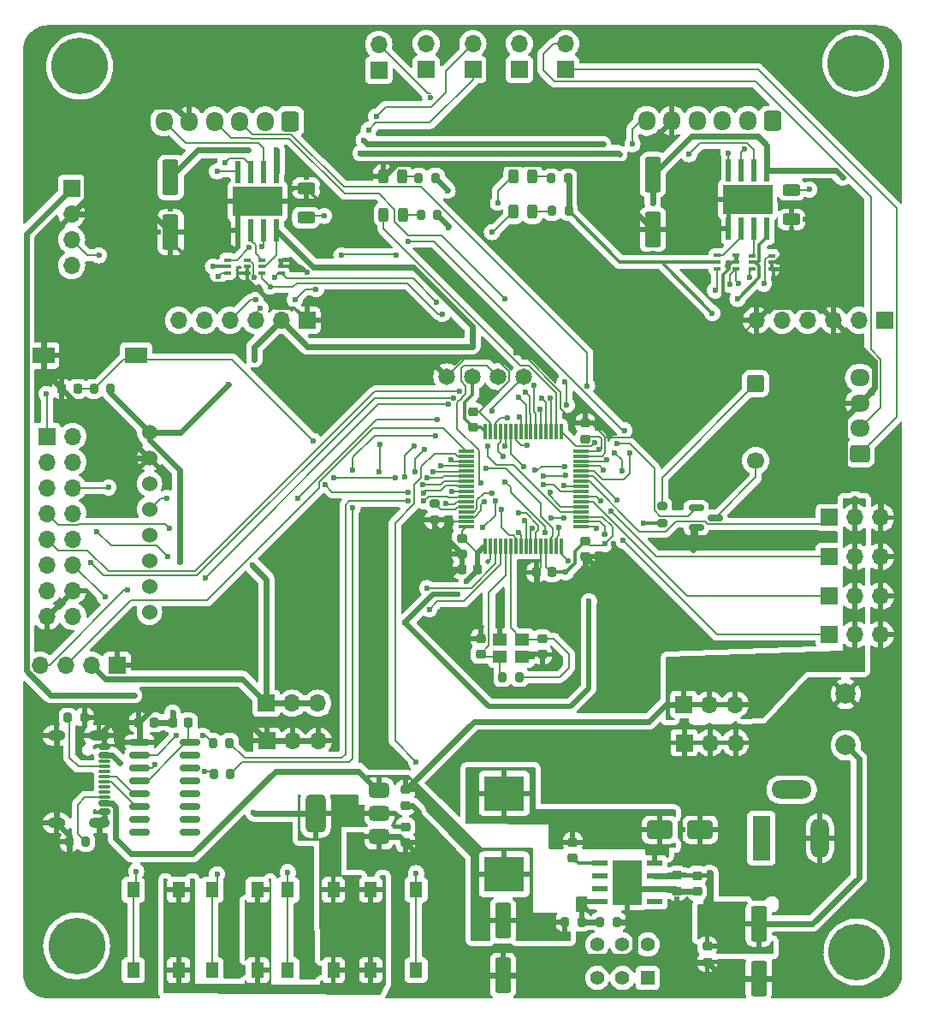
<source format=gbr>
%TF.GenerationSoftware,KiCad,Pcbnew,8.0.1*%
%TF.CreationDate,2024-06-22T21:51:16+08:00*%
%TF.ProjectId,car,6361722e-6b69-4636-9164-5f7063625858,rev?*%
%TF.SameCoordinates,Original*%
%TF.FileFunction,Copper,L1,Top*%
%TF.FilePolarity,Positive*%
%FSLAX46Y46*%
G04 Gerber Fmt 4.6, Leading zero omitted, Abs format (unit mm)*
G04 Created by KiCad (PCBNEW 8.0.1) date 2024-06-22 21:51:16*
%MOMM*%
%LPD*%
G01*
G04 APERTURE LIST*
G04 Aperture macros list*
%AMRoundRect*
0 Rectangle with rounded corners*
0 $1 Rounding radius*
0 $2 $3 $4 $5 $6 $7 $8 $9 X,Y pos of 4 corners*
0 Add a 4 corners polygon primitive as box body*
4,1,4,$2,$3,$4,$5,$6,$7,$8,$9,$2,$3,0*
0 Add four circle primitives for the rounded corners*
1,1,$1+$1,$2,$3*
1,1,$1+$1,$4,$5*
1,1,$1+$1,$6,$7*
1,1,$1+$1,$8,$9*
0 Add four rect primitives between the rounded corners*
20,1,$1+$1,$2,$3,$4,$5,0*
20,1,$1+$1,$4,$5,$6,$7,0*
20,1,$1+$1,$6,$7,$8,$9,0*
20,1,$1+$1,$8,$9,$2,$3,0*%
G04 Aperture macros list end*
%TA.AperFunction,ComponentPad*%
%ADD10R,1.700000X1.700000*%
%TD*%
%TA.AperFunction,ComponentPad*%
%ADD11O,1.700000X1.700000*%
%TD*%
%TA.AperFunction,SMDPad,CuDef*%
%ADD12RoundRect,0.225000X0.250000X-0.225000X0.250000X0.225000X-0.250000X0.225000X-0.250000X-0.225000X0*%
%TD*%
%TA.AperFunction,SMDPad,CuDef*%
%ADD13R,1.550000X0.600000*%
%TD*%
%TA.AperFunction,ComponentPad*%
%ADD14C,0.600000*%
%TD*%
%TA.AperFunction,SMDPad,CuDef*%
%ADD15R,2.600000X3.100000*%
%TD*%
%TA.AperFunction,SMDPad,CuDef*%
%ADD16R,2.950000X4.500000*%
%TD*%
%TA.AperFunction,ComponentPad*%
%ADD17RoundRect,0.250000X0.600000X0.725000X-0.600000X0.725000X-0.600000X-0.725000X0.600000X-0.725000X0*%
%TD*%
%TA.AperFunction,ComponentPad*%
%ADD18O,1.700000X1.950000*%
%TD*%
%TA.AperFunction,SMDPad,CuDef*%
%ADD19RoundRect,0.100000X0.225000X0.100000X-0.225000X0.100000X-0.225000X-0.100000X0.225000X-0.100000X0*%
%TD*%
%TA.AperFunction,SMDPad,CuDef*%
%ADD20RoundRect,0.375000X0.625000X0.375000X-0.625000X0.375000X-0.625000X-0.375000X0.625000X-0.375000X0*%
%TD*%
%TA.AperFunction,SMDPad,CuDef*%
%ADD21RoundRect,0.500000X0.500000X1.400000X-0.500000X1.400000X-0.500000X-1.400000X0.500000X-1.400000X0*%
%TD*%
%TA.AperFunction,ComponentPad*%
%ADD22R,1.800000X4.400000*%
%TD*%
%TA.AperFunction,ComponentPad*%
%ADD23O,1.800000X4.000000*%
%TD*%
%TA.AperFunction,ComponentPad*%
%ADD24O,4.000000X1.800000*%
%TD*%
%TA.AperFunction,SMDPad,CuDef*%
%ADD25RoundRect,0.250000X-0.550000X1.500000X-0.550000X-1.500000X0.550000X-1.500000X0.550000X1.500000X0*%
%TD*%
%TA.AperFunction,SMDPad,CuDef*%
%ADD26RoundRect,0.225000X-0.225000X-0.250000X0.225000X-0.250000X0.225000X0.250000X-0.225000X0.250000X0*%
%TD*%
%TA.AperFunction,SMDPad,CuDef*%
%ADD27RoundRect,0.150000X-0.425000X0.150000X-0.425000X-0.150000X0.425000X-0.150000X0.425000X0.150000X0*%
%TD*%
%TA.AperFunction,SMDPad,CuDef*%
%ADD28RoundRect,0.075000X-0.500000X0.075000X-0.500000X-0.075000X0.500000X-0.075000X0.500000X0.075000X0*%
%TD*%
%TA.AperFunction,ComponentPad*%
%ADD29O,2.100000X1.000000*%
%TD*%
%TA.AperFunction,ComponentPad*%
%ADD30O,1.800000X1.000000*%
%TD*%
%TA.AperFunction,SMDPad,CuDef*%
%ADD31RoundRect,0.200000X-0.200000X-0.275000X0.200000X-0.275000X0.200000X0.275000X-0.200000X0.275000X0*%
%TD*%
%TA.AperFunction,ComponentPad*%
%ADD32C,5.600000*%
%TD*%
%TA.AperFunction,SMDPad,CuDef*%
%ADD33RoundRect,0.250000X-0.625000X0.312500X-0.625000X-0.312500X0.625000X-0.312500X0.625000X0.312500X0*%
%TD*%
%TA.AperFunction,SMDPad,CuDef*%
%ADD34R,2.180000X1.600000*%
%TD*%
%TA.AperFunction,SMDPad,CuDef*%
%ADD35RoundRect,0.225000X-0.250000X0.225000X-0.250000X-0.225000X0.250000X-0.225000X0.250000X0.225000X0*%
%TD*%
%TA.AperFunction,SMDPad,CuDef*%
%ADD36RoundRect,0.225000X0.225000X0.250000X-0.225000X0.250000X-0.225000X-0.250000X0.225000X-0.250000X0*%
%TD*%
%TA.AperFunction,SMDPad,CuDef*%
%ADD37R,1.300000X1.550000*%
%TD*%
%TA.AperFunction,SMDPad,CuDef*%
%ADD38RoundRect,0.200000X0.275000X-0.200000X0.275000X0.200000X-0.275000X0.200000X-0.275000X-0.200000X0*%
%TD*%
%TA.AperFunction,ComponentPad*%
%ADD39R,1.400000X1.400000*%
%TD*%
%TA.AperFunction,ComponentPad*%
%ADD40C,1.400000*%
%TD*%
%TA.AperFunction,ComponentPad*%
%ADD41RoundRect,0.249900X-0.600100X0.600100X-0.600100X-0.600100X0.600100X-0.600100X0.600100X0.600100X0*%
%TD*%
%TA.AperFunction,ComponentPad*%
%ADD42C,1.700000*%
%TD*%
%TA.AperFunction,SMDPad,CuDef*%
%ADD43R,4.000000X3.500000*%
%TD*%
%TA.AperFunction,SMDPad,CuDef*%
%ADD44RoundRect,0.243750X-0.243750X-0.456250X0.243750X-0.456250X0.243750X0.456250X-0.243750X0.456250X0*%
%TD*%
%TA.AperFunction,SMDPad,CuDef*%
%ADD45RoundRect,0.250000X0.625000X-0.312500X0.625000X0.312500X-0.625000X0.312500X-0.625000X-0.312500X0*%
%TD*%
%TA.AperFunction,SMDPad,CuDef*%
%ADD46RoundRect,0.200000X-0.275000X0.200000X-0.275000X-0.200000X0.275000X-0.200000X0.275000X0.200000X0*%
%TD*%
%TA.AperFunction,SMDPad,CuDef*%
%ADD47R,0.500000X2.200000*%
%TD*%
%TA.AperFunction,ComponentPad*%
%ADD48C,0.630000*%
%TD*%
%TA.AperFunction,SMDPad,CuDef*%
%ADD49R,4.900000X2.950000*%
%TD*%
%TA.AperFunction,ComponentPad*%
%ADD50C,1.650000*%
%TD*%
%TA.AperFunction,SMDPad,CuDef*%
%ADD51R,1.400000X1.200000*%
%TD*%
%TA.AperFunction,SMDPad,CuDef*%
%ADD52RoundRect,0.200000X0.200000X0.275000X-0.200000X0.275000X-0.200000X-0.275000X0.200000X-0.275000X0*%
%TD*%
%TA.AperFunction,ComponentPad*%
%ADD53C,2.000000*%
%TD*%
%TA.AperFunction,SMDPad,CuDef*%
%ADD54RoundRect,0.075000X0.075000X-0.700000X0.075000X0.700000X-0.075000X0.700000X-0.075000X-0.700000X0*%
%TD*%
%TA.AperFunction,SMDPad,CuDef*%
%ADD55RoundRect,0.075000X0.700000X-0.075000X0.700000X0.075000X-0.700000X0.075000X-0.700000X-0.075000X0*%
%TD*%
%TA.AperFunction,ComponentPad*%
%ADD56RoundRect,0.250000X0.725000X-0.600000X0.725000X0.600000X-0.725000X0.600000X-0.725000X-0.600000X0*%
%TD*%
%TA.AperFunction,ComponentPad*%
%ADD57O,1.950000X1.700000*%
%TD*%
%TA.AperFunction,SMDPad,CuDef*%
%ADD58RoundRect,0.250000X-1.000000X-0.650000X1.000000X-0.650000X1.000000X0.650000X-1.000000X0.650000X0*%
%TD*%
%TA.AperFunction,SMDPad,CuDef*%
%ADD59RoundRect,0.150000X-0.825000X-0.150000X0.825000X-0.150000X0.825000X0.150000X-0.825000X0.150000X0*%
%TD*%
%TA.AperFunction,ComponentPad*%
%ADD60C,1.524000*%
%TD*%
%TA.AperFunction,SMDPad,CuDef*%
%ADD61RoundRect,0.150000X-0.587500X-0.150000X0.587500X-0.150000X0.587500X0.150000X-0.587500X0.150000X0*%
%TD*%
%TA.AperFunction,ViaPad*%
%ADD62C,0.600000*%
%TD*%
%TA.AperFunction,ViaPad*%
%ADD63C,0.500000*%
%TD*%
%TA.AperFunction,ViaPad*%
%ADD64C,0.800000*%
%TD*%
%TA.AperFunction,Conductor*%
%ADD65C,0.350000*%
%TD*%
%TA.AperFunction,Conductor*%
%ADD66C,0.200000*%
%TD*%
%TA.AperFunction,Conductor*%
%ADD67C,0.600000*%
%TD*%
%TA.AperFunction,Conductor*%
%ADD68C,0.500000*%
%TD*%
G04 APERTURE END LIST*
D10*
%TO.P,UART2,1,Pin_1*%
%TO.N,/USART2_TX*%
X183000000Y-56200000D03*
D11*
%TO.P,UART2,2,Pin_2*%
%TO.N,/USART2_RX*%
X183000000Y-53660000D03*
%TD*%
D12*
%TO.P,C19,1*%
%TO.N,+3.3V*%
X184925000Y-92750000D03*
%TO.P,C19,2*%
%TO.N,GND*%
X184925000Y-91200000D03*
%TD*%
D13*
%TO.P,U7,1,BOOT*%
%TO.N,Net-(U7-BOOT)*%
X186400000Y-134695000D03*
%TO.P,U7,2,NC*%
%TO.N,unconnected-(U7-NC-Pad2)*%
X186400000Y-135965000D03*
%TO.P,U7,3,NC*%
%TO.N,unconnected-(U7-NC-Pad3)*%
X186400000Y-137235000D03*
%TO.P,U7,4,VSENSE*%
%TO.N,Net-(U7-VSENSE)*%
X186400000Y-138505000D03*
%TO.P,U7,5,EN*%
%TO.N,unconnected-(U7-EN-Pad5)*%
X191800000Y-138505000D03*
%TO.P,U7,6,GND*%
%TO.N,GND*%
X191800000Y-137235000D03*
%TO.P,U7,7,VIN*%
%TO.N,+12V*%
X191800000Y-135965000D03*
%TO.P,U7,8,PH*%
%TO.N,Net-(D1-K)*%
X191800000Y-134695000D03*
D14*
%TO.P,U7,9,GNDPAD*%
%TO.N,GND*%
X188500000Y-134800000D03*
X188500000Y-136000000D03*
X188500000Y-137300000D03*
X188500000Y-138400000D03*
D15*
X189100000Y-136600000D03*
D16*
X189100000Y-136600000D03*
D14*
X189700000Y-134800000D03*
X189700000Y-136000000D03*
X189700000Y-137300000D03*
X189700000Y-138400000D03*
%TD*%
D17*
%TO.P,J4,1,Pin_1*%
%TO.N,/bb68942b/BOUT2*%
X203500000Y-61300000D03*
D18*
%TO.P,J4,2,Pin_2*%
%TO.N,+3.3V*%
X201000000Y-61300000D03*
%TO.P,J4,3,Pin_3*%
%TO.N,/TIM8_CH2*%
X198500000Y-61300000D03*
%TO.P,J4,4,Pin_4*%
%TO.N,/TIM8_CH1*%
X196000000Y-61300000D03*
%TO.P,J4,5,Pin_5*%
%TO.N,GND*%
X193500000Y-61300000D03*
%TO.P,J4,6,Pin_6*%
%TO.N,/bb68942b/BOUT1*%
X191000000Y-61300000D03*
%TD*%
D19*
%TO.P,U6,1*%
%TO.N,GND*%
X151450000Y-76350000D03*
%TO.P,U6,2*%
X151450000Y-75700000D03*
%TO.P,U6,3*%
%TO.N,/TIM2_CH1*%
X151450000Y-75050000D03*
%TO.P,U6,4*%
%TO.N,Net-(U5-IN1)*%
X149550000Y-75050000D03*
%TO.P,U6,5*%
%TO.N,+3.3V*%
X149550000Y-75700000D03*
%TO.P,U6,6*%
%TO.N,/DIRA*%
X149550000Y-76350000D03*
%TD*%
D10*
%TO.P,CH4,1,Pin_1*%
%TO.N,/TIM3_CH4*%
X209075000Y-104400000D03*
D11*
%TO.P,CH4,2,Pin_2*%
%TO.N,+5V*%
X211615000Y-104400000D03*
%TO.P,CH4,3,Pin_3*%
%TO.N,GND*%
X214155000Y-104400000D03*
%TD*%
D20*
%TO.P,U11,1,GND*%
%TO.N,GND*%
X164550000Y-132100000D03*
%TO.P,U11,2,VOUT*%
%TO.N,+3.3V*%
X164550000Y-129800000D03*
%TO.P,U11,3,VIN*%
%TO.N,+5V*%
X164550000Y-127500000D03*
D21*
%TO.P,U11,4,VOUT*%
%TO.N,+3.3V*%
X158250000Y-129800000D03*
%TD*%
D10*
%TO.P,CH2,1,Pin_1*%
%TO.N,/TIM3_CH2*%
X209075000Y-112100000D03*
D11*
%TO.P,CH2,2,Pin_2*%
%TO.N,+5V*%
X211615000Y-112100000D03*
%TO.P,CH2,3,Pin_3*%
%TO.N,GND*%
X214155000Y-112100000D03*
%TD*%
D10*
%TO.P,UART5,1,Pin_1*%
%TO.N,/USART5_TX*%
X169200000Y-56200000D03*
D11*
%TO.P,UART5,2,Pin_2*%
%TO.N,/USART5_RX*%
X169200000Y-53660000D03*
%TD*%
D10*
%TO.P,PB2 PB3,1,Pin_1*%
%TO.N,/-PB2*%
X131660000Y-92500000D03*
D11*
%TO.P,PB2 PB3,2,Pin_2*%
%TO.N,/-PB3*%
X134200000Y-92500000D03*
%TO.P,PB2 PB3,3,Pin_3*%
%TO.N,/-PC0*%
X131660000Y-95040000D03*
%TO.P,PB2 PB3,4,Pin_4*%
%TO.N,/-PC1*%
X134200000Y-95040000D03*
%TO.P,PB2 PB3,5,Pin_5*%
%TO.N,/-PC2*%
X131660000Y-97580000D03*
%TO.P,PB2 PB3,6,Pin_6*%
%TO.N,/-PC3*%
X134200000Y-97580000D03*
%TO.P,PB2 PB3,7,Pin_7*%
%TO.N,/-PC4*%
X131660000Y-100120000D03*
%TO.P,PB2 PB3,8,Pin_8*%
%TO.N,/-PC5*%
X134200000Y-100120000D03*
%TO.P,PB2 PB3,9,Pin_9*%
%TO.N,/-PC8*%
X131660000Y-102660000D03*
%TO.P,PB2 PB3,10,Pin_10*%
%TO.N,/-PC9*%
X134200000Y-102660000D03*
%TO.P,PB2 PB3,11,Pin_11*%
%TO.N,/-PC13*%
X131660000Y-105200000D03*
%TO.P,PB2 PB3,12,Pin_12*%
%TO.N,/-PC14*%
X134200000Y-105200000D03*
%TO.P,PB2 PB3,13,Pin_13*%
%TO.N,/-PC15*%
X131660000Y-107740000D03*
%TO.P,PB2 PB3,14,Pin_14*%
%TO.N,GND*%
X134200000Y-107740000D03*
%TO.P,PB2 PB3,15,Pin_15*%
X131660000Y-110280000D03*
%TO.P,PB2 PB3,16,Pin_16*%
%TO.N,+3.3V*%
X134200000Y-110280000D03*
%TD*%
D22*
%TO.P,J1,1*%
%TO.N,Net-(SW8-B)*%
X202345000Y-132230000D03*
D23*
%TO.P,J1,2*%
%TO.N,GND*%
X208145000Y-132230000D03*
D24*
%TO.P,J1,3*%
%TO.N,unconnected-(J1-Pad3)*%
X205345000Y-127430000D03*
%TD*%
D10*
%TO.P,UART1,1,Pin_1*%
%TO.N,/USART1_TX*%
X164500000Y-56275000D03*
D11*
%TO.P,UART1,2,Pin_2*%
%TO.N,/USART1_RX*%
X164500000Y-53735000D03*
%TD*%
D19*
%TO.P,U3,1*%
%TO.N,GND*%
X203350000Y-75950000D03*
%TO.P,U3,2*%
X203350000Y-75300000D03*
%TO.P,U3,3*%
%TO.N,/TIM2_CH2*%
X203350000Y-74650000D03*
%TO.P,U3,4*%
%TO.N,Net-(U8-IN1)*%
X201450000Y-74650000D03*
%TO.P,U3,5*%
%TO.N,+3.3V*%
X201450000Y-75300000D03*
%TO.P,U3,6*%
%TO.N,/DIRB*%
X201450000Y-75950000D03*
%TD*%
D25*
%TO.P,C5,1*%
%TO.N,+12V*%
X202100000Y-140700000D03*
%TO.P,C5,2*%
%TO.N,GND*%
X202100000Y-146100000D03*
%TD*%
D26*
%TO.P,C15,1*%
%TO.N,GND*%
X133150000Y-87800000D03*
%TO.P,C15,2*%
%TO.N,/stm32f103rct6/RST*%
X134700000Y-87800000D03*
%TD*%
D27*
%TO.P,P1,A1,GND*%
%TO.N,GND*%
X137375000Y-123210000D03*
%TO.P,P1,A4,VBUS*%
%TO.N,+5V*%
X137375000Y-124010000D03*
D28*
%TO.P,P1,A5,CC*%
%TO.N,Net-(P1-CC)*%
X137375000Y-125160000D03*
%TO.P,P1,A6,D+*%
%TO.N,Net-(P1-D+)*%
X137375000Y-126160000D03*
%TO.P,P1,A7,D-*%
%TO.N,Net-(P1-D-)*%
X137375000Y-126660000D03*
%TO.P,P1,A8*%
%TO.N,N/C*%
X137375000Y-127660000D03*
D27*
%TO.P,P1,A9,VBUS*%
%TO.N,+5V*%
X137375000Y-128810000D03*
%TO.P,P1,A12,GND*%
%TO.N,GND*%
X137375000Y-129610000D03*
%TO.P,P1,B1,GND*%
X137375000Y-129610000D03*
%TO.P,P1,B4,VBUS*%
%TO.N,+5V*%
X137375000Y-128810000D03*
D28*
%TO.P,P1,B5,VCONN*%
%TO.N,Net-(P1-VCONN)*%
X137375000Y-128160000D03*
%TO.P,P1,B6*%
%TO.N,N/C*%
X137375000Y-127160000D03*
%TO.P,P1,B7*%
X137375000Y-125660000D03*
%TO.P,P1,B8*%
X137375000Y-124660000D03*
D27*
%TO.P,P1,B9,VBUS*%
%TO.N,+5V*%
X137375000Y-124010000D03*
%TO.P,P1,B12,GND*%
%TO.N,GND*%
X137375000Y-123210000D03*
D29*
%TO.P,P1,S1,SHIELD*%
X136800000Y-122090000D03*
D30*
X132620000Y-122090000D03*
D29*
X136800000Y-130730000D03*
D30*
X132620000Y-130730000D03*
%TD*%
D31*
%TO.P,R7,1*%
%TO.N,Net-(D4-A)*%
X181562500Y-67000000D03*
%TO.P,R7,2*%
%TO.N,+3.3V*%
X183212500Y-67000000D03*
%TD*%
D32*
%TO.P,H4,1*%
%TO.N,N/C*%
X211800000Y-143500000D03*
%TD*%
%TO.P,H2,1*%
%TO.N,N/C*%
X211700000Y-55600000D03*
%TD*%
D33*
%TO.P,R1,1*%
%TO.N,GND*%
X157300000Y-67937500D03*
%TO.P,R1,2*%
%TO.N,Net-(U5-ISEN)*%
X157300000Y-70862500D03*
%TD*%
D34*
%TO.P,SW7,1,1*%
%TO.N,GND*%
X131310000Y-84500000D03*
%TO.P,SW7,2,2*%
%TO.N,/stm32f103rct6/RST*%
X140490000Y-84500000D03*
%TD*%
D31*
%TO.P,R18,1*%
%TO.N,Net-(U7-VSENSE)*%
X186400000Y-140500000D03*
%TO.P,R18,2*%
%TO.N,GND*%
X188050000Y-140500000D03*
%TD*%
D26*
%TO.P,C3,1*%
%TO.N,GND*%
X140725000Y-120800000D03*
%TO.P,C3,2*%
%TO.N,+3.3V*%
X142275000Y-120800000D03*
%TD*%
D32*
%TO.P,H3,1*%
%TO.N,N/C*%
X134600000Y-142900000D03*
%TD*%
D12*
%TO.P,C16,1*%
%TO.N,/stm32f103rct6/OSC_IN*%
X174567500Y-114050000D03*
%TO.P,C16,2*%
%TO.N,GND*%
X174567500Y-112500000D03*
%TD*%
D31*
%TO.P,R9,1*%
%TO.N,Net-(P1-CC)*%
X133745000Y-120310000D03*
%TO.P,R9,2*%
%TO.N,GND*%
X135395000Y-120310000D03*
%TD*%
D35*
%TO.P,C20,1*%
%TO.N,+3.3V*%
X184925000Y-102850000D03*
%TO.P,C20,2*%
%TO.N,GND*%
X184925000Y-104400000D03*
%TD*%
D31*
%TO.P,R6,1*%
%TO.N,Net-(D3-A)*%
X168637500Y-70600000D03*
%TO.P,R6,2*%
%TO.N,+3.3V*%
X170287500Y-70600000D03*
%TD*%
D36*
%TO.P,C18,1*%
%TO.N,+3.3V*%
X181625000Y-105950000D03*
%TO.P,C18,2*%
%TO.N,GND*%
X180075000Y-105950000D03*
%TD*%
D37*
%TO.P,KEY3,1,1*%
%TO.N,/KEY3*%
X155500000Y-145300000D03*
X155500000Y-137350000D03*
%TO.P,KEY3,2,2*%
%TO.N,+3.3V*%
X160000000Y-145300000D03*
X160000000Y-137350000D03*
%TD*%
D38*
%TO.P,R17,1*%
%TO.N,GND*%
X170025000Y-100775000D03*
%TO.P,R17,2*%
%TO.N,/stm32f103rct6/BOOT0*%
X170025000Y-99125000D03*
%TD*%
D39*
%TO.P,\u7535\u6E90,1,A*%
%TO.N,+12V*%
X191107500Y-146050000D03*
D40*
%TO.P,\u7535\u6E90,2,B*%
%TO.N,Net-(SW8-B)*%
X188607500Y-146050000D03*
%TO.P,\u7535\u6E90,3,C*%
%TO.N,unconnected-(SW8-C-Pad3)*%
X186107500Y-146050000D03*
%TO.P,\u7535\u6E90,4*%
%TO.N,N/C*%
X191107500Y-142750000D03*
%TO.P,\u7535\u6E90,5*%
X188607500Y-142750000D03*
%TO.P,\u7535\u6E90,6*%
X186107500Y-142750000D03*
%TD*%
D12*
%TO.P,C13,1*%
%TO.N,Net-(U7-BOOT)*%
X183700000Y-134175000D03*
%TO.P,C13,2*%
%TO.N,Net-(D1-K)*%
X183700000Y-132625000D03*
%TD*%
D10*
%TO.P,GND,1,Pin_1*%
%TO.N,GND*%
X194720000Y-122800000D03*
D11*
%TO.P,GND,2,Pin_2*%
X197260000Y-122800000D03*
%TO.P,GND,3,Pin_3*%
X199800000Y-122800000D03*
%TD*%
D41*
%TO.P,BZ2,1,-*%
%TO.N,Net-(BZ2--)*%
X201800000Y-87300000D03*
D42*
%TO.P,BZ2,2,+*%
%TO.N,Net-(BZ2-+)*%
X201800000Y-94900000D03*
%TD*%
D10*
%TO.P,DIO CLK 3.3 GND,1,Pin_1*%
%TO.N,GND*%
X138600000Y-115125000D03*
D11*
%TO.P,DIO CLK 3.3 GND,2,Pin_2*%
%TO.N,+3.3V*%
X136060000Y-115125000D03*
%TO.P,DIO CLK 3.3 GND,3,Pin_3*%
%TO.N,/stm32f103rct6/SWCLK*%
X133520000Y-115125000D03*
%TO.P,DIO CLK 3.3 GND,4,Pin_4*%
%TO.N,/stm32f103rct6/SWDIO*%
X130980000Y-115125000D03*
%TD*%
D10*
%TO.P,5V,1,Pin_1*%
%TO.N,+5V*%
X194660000Y-119000000D03*
D11*
%TO.P,5V,2,Pin_2*%
X197200000Y-119000000D03*
%TO.P,5V,3,Pin_3*%
X199740000Y-119000000D03*
%TD*%
D43*
%TO.P,L2,1,1*%
%TO.N,Net-(D1-K)*%
X176900000Y-127800000D03*
%TO.P,L2,2,2*%
%TO.N,+5V*%
X176900000Y-135800000D03*
%TD*%
D44*
%TO.P,D5,1,K*%
%TO.N,/LED3*%
X177825000Y-70300000D03*
%TO.P,D5,2,A*%
%TO.N,Net-(D5-A)*%
X179700000Y-70300000D03*
%TD*%
D45*
%TO.P,R2,1*%
%TO.N,GND*%
X205315000Y-71050000D03*
%TO.P,R2,2*%
%TO.N,Net-(U8-ISEN)*%
X205315000Y-68125000D03*
%TD*%
D35*
%TO.P,C9,1*%
%TO.N,+5V*%
X167150000Y-127450000D03*
%TO.P,C9,2*%
%TO.N,GND*%
X167150000Y-129000000D03*
%TD*%
D10*
%TO.P,EIGHT-WAY,1,Pin_1*%
%TO.N,+5V*%
X134100000Y-67960000D03*
D11*
%TO.P,EIGHT-WAY,2,Pin_2*%
%TO.N,GND*%
X134100000Y-70500000D03*
%TO.P,EIGHT-WAY,3,Pin_3*%
%TO.N,/-PB2*%
X134100000Y-73040000D03*
%TO.P,EIGHT-WAY,4,Pin_4*%
%TO.N,/-PB3*%
X134100000Y-75580000D03*
%TD*%
D10*
%TO.P,J3,1,Pin_1*%
%TO.N,unconnected-(J3-Pin_1-Pad1)*%
X214560000Y-81025000D03*
D11*
%TO.P,J3,2,Pin_2*%
%TO.N,+5V*%
X212020000Y-81025000D03*
%TO.P,J3,3,Pin_3*%
%TO.N,GND*%
X209480000Y-81025000D03*
%TO.P,J3,4,Pin_4*%
%TO.N,/USART3_TX*%
X206940000Y-81025000D03*
%TO.P,J3,5,Pin_5*%
%TO.N,/USART3_RX*%
X204400000Y-81025000D03*
%TO.P,J3,6,Pin_6*%
%TO.N,GND*%
X201860000Y-81025000D03*
%TD*%
D37*
%TO.P,KEY1,1,1*%
%TO.N,/KEY1*%
X140200000Y-145300000D03*
X140200000Y-137350000D03*
%TO.P,KEY1,2,2*%
%TO.N,+3.3V*%
X144700000Y-145300000D03*
X144700000Y-137350000D03*
%TD*%
D46*
%TO.P,R12,1*%
%TO.N,Net-(BZ2--)*%
X192537500Y-99425000D03*
%TO.P,R12,2*%
%TO.N,+3.3V*%
X192537500Y-101075000D03*
%TD*%
D12*
%TO.P,C11,1*%
%TO.N,GND*%
X196000000Y-137475000D03*
%TO.P,C11,2*%
%TO.N,+12V*%
X196000000Y-135925000D03*
%TD*%
D44*
%TO.P,D2,1,K*%
%TO.N,GND*%
X164950000Y-66825000D03*
%TO.P,D2,2,A*%
%TO.N,Net-(D2-A)*%
X166825000Y-66825000D03*
%TD*%
D31*
%TO.P,R5,1*%
%TO.N,Net-(D2-A)*%
X168462500Y-66925000D03*
%TO.P,R5,2*%
%TO.N,+3.3V*%
X170112500Y-66925000D03*
%TD*%
D25*
%TO.P,C23,1*%
%TO.N,+5V*%
X176800000Y-140400000D03*
%TO.P,C23,2*%
%TO.N,GND*%
X176800000Y-145800000D03*
%TD*%
D47*
%TO.P,U8,1,GND*%
%TO.N,GND*%
X199110000Y-71950000D03*
%TO.P,U8,2,IN2*%
%TO.N,Net-(U8-IN2)*%
X200380000Y-71950000D03*
%TO.P,U8,3,IN1*%
%TO.N,Net-(U8-IN1)*%
X201650000Y-71950000D03*
%TO.P,U8,4,VREF*%
%TO.N,+3.3V*%
X202920000Y-71950000D03*
%TO.P,U8,5,VM*%
%TO.N,+12V*%
X202920000Y-66200000D03*
%TO.P,U8,6,OUT1*%
%TO.N,/bb68942b/BOUT1*%
X201650000Y-66200000D03*
%TO.P,U8,7,ISEN*%
%TO.N,Net-(U8-ISEN)*%
X200380000Y-66200000D03*
%TO.P,U8,8,OUT2*%
%TO.N,/bb68942b/BOUT2*%
X199110000Y-66200000D03*
D48*
%TO.P,U8,9,GND*%
%TO.N,GND*%
X199715000Y-69725000D03*
X201015000Y-69725000D03*
X202315000Y-69725000D03*
D49*
X201015000Y-69075000D03*
D48*
X199715000Y-68425000D03*
X201015000Y-68425000D03*
X202315000Y-68425000D03*
%TD*%
D12*
%TO.P,C4,1*%
%TO.N,GND*%
X194000000Y-137450000D03*
%TO.P,C4,2*%
%TO.N,+12V*%
X194000000Y-135900000D03*
%TD*%
D25*
%TO.P,C1,1*%
%TO.N,+12V*%
X191615000Y-66625000D03*
%TO.P,C1,2*%
%TO.N,GND*%
X191615000Y-72025000D03*
%TD*%
D50*
%TO.P,OLED1,1,GND*%
%TO.N,GND*%
X171220000Y-86602000D03*
%TO.P,OLED1,2,VCC*%
%TO.N,+3.3V*%
X173760000Y-86600000D03*
%TO.P,OLED1,3,SCL*%
%TO.N,/OLED_ACL*%
X176300000Y-86600000D03*
%TO.P,OLED1,4,SDA*%
%TO.N,/OLED_SDA*%
X178840000Y-86600000D03*
%TD*%
D10*
%TO.P,CH1,1,Pin_1*%
%TO.N,/TIM3_CH1*%
X209075000Y-108300000D03*
D11*
%TO.P,CH1,2,Pin_2*%
%TO.N,+5V*%
X211615000Y-108300000D03*
%TO.P,CH1,3,Pin_3*%
%TO.N,GND*%
X214155000Y-108300000D03*
%TD*%
D47*
%TO.P,U5,1,GND*%
%TO.N,GND*%
X150595000Y-72125000D03*
%TO.P,U5,2,IN2*%
%TO.N,Net-(U5-IN2)*%
X151865000Y-72125000D03*
%TO.P,U5,3,IN1*%
%TO.N,Net-(U5-IN1)*%
X153135000Y-72125000D03*
%TO.P,U5,4,VREF*%
%TO.N,+3.3V*%
X154405000Y-72125000D03*
%TO.P,U5,5,VM*%
%TO.N,+12V*%
X154405000Y-66375000D03*
%TO.P,U5,6,OUT1*%
%TO.N,/bb68942b/AOUT1*%
X153135000Y-66375000D03*
%TO.P,U5,7,ISEN*%
%TO.N,Net-(U5-ISEN)*%
X151865000Y-66375000D03*
%TO.P,U5,8,OUT2*%
%TO.N,/bb68942b/AOUT2*%
X150595000Y-66375000D03*
D48*
%TO.P,U5,9,GND*%
%TO.N,GND*%
X151200000Y-69900000D03*
X152500000Y-69900000D03*
X153800000Y-69900000D03*
D49*
X152500000Y-69250000D03*
D48*
X151200000Y-68600000D03*
X152500000Y-68600000D03*
X153800000Y-68600000D03*
%TD*%
D51*
%TO.P,Y1,1,1*%
%TO.N,/stm32f103rct6/OSC_IN*%
X176500000Y-114300000D03*
%TO.P,Y1,2,2*%
%TO.N,GND*%
X178700000Y-114300000D03*
%TO.P,Y1,3,3*%
%TO.N,/stm32f103rct6/OSC_OUT*%
X178700000Y-112600000D03*
%TO.P,Y1,4,4*%
%TO.N,GND*%
X176500000Y-112600000D03*
%TD*%
D19*
%TO.P,U2,1*%
%TO.N,/TIM2_CH1*%
X154850000Y-76350000D03*
%TO.P,U2,2*%
%TO.N,GND*%
X154850000Y-75700000D03*
%TO.P,U2,3*%
X154850000Y-75050000D03*
%TO.P,U2,4*%
%TO.N,Net-(U5-IN2)*%
X152950000Y-75050000D03*
%TO.P,U2,5*%
%TO.N,+3.3V*%
X152950000Y-75700000D03*
%TO.P,U2,6*%
%TO.N,/DIRA*%
X152950000Y-76350000D03*
%TD*%
D52*
%TO.P,R3,1*%
%TO.N,/USART1_TX*%
X149725000Y-122800000D03*
%TO.P,R3,2*%
%TO.N,Net-(U10-TXD)*%
X148075000Y-122800000D03*
%TD*%
D35*
%TO.P,C17,1*%
%TO.N,/stm32f103rct6/OSC_OUT*%
X180667500Y-112525000D03*
%TO.P,C17,2*%
%TO.N,GND*%
X180667500Y-114075000D03*
%TD*%
D31*
%TO.P,R14,1*%
%TO.N,+5V*%
X182925000Y-140500000D03*
%TO.P,R14,2*%
%TO.N,Net-(U7-VSENSE)*%
X184575000Y-140500000D03*
%TD*%
D10*
%TO.P,CH5,1,Pin_1*%
%TO.N,/TIM3_CH3*%
X209095000Y-100530000D03*
D11*
%TO.P,CH5,2,Pin_2*%
%TO.N,+5V*%
X211635000Y-100530000D03*
%TO.P,CH5,3,Pin_3*%
%TO.N,GND*%
X214175000Y-100530000D03*
%TD*%
D31*
%TO.P,R8,1*%
%TO.N,Net-(D5-A)*%
X181637500Y-70200000D03*
%TO.P,R8,2*%
%TO.N,+3.3V*%
X183287500Y-70200000D03*
%TD*%
D35*
%TO.P,C12,1*%
%TO.N,+3.3V*%
X167150000Y-131125000D03*
%TO.P,C12,2*%
%TO.N,GND*%
X167150000Y-132675000D03*
%TD*%
D37*
%TO.P,KEY4,1,1*%
%TO.N,/KEY4*%
X168200000Y-137325000D03*
X168200000Y-145275000D03*
%TO.P,KEY4,2,2*%
%TO.N,+3.3V*%
X163700000Y-137325000D03*
X163700000Y-145275000D03*
%TD*%
D10*
%TO.P,J16,1,Pin_1*%
%TO.N,GND*%
X157380000Y-81025000D03*
D11*
%TO.P,J16,2,Pin_2*%
%TO.N,+3.3V*%
X154840000Y-81025000D03*
%TO.P,J16,3,Pin_3*%
%TO.N,/USART4_TX*%
X152300000Y-81025000D03*
%TO.P,J16,4,Pin_4*%
%TO.N,/USART4_RX*%
X149760000Y-81025000D03*
%TO.P,J16,5,Pin_5*%
%TO.N,unconnected-(J16-Pin_5-Pad5)*%
X147220000Y-81025000D03*
%TO.P,J16,6,Pin_6*%
%TO.N,unconnected-(J16-Pin_6-Pad6)*%
X144680000Y-81025000D03*
%TD*%
D53*
%TO.P,J13,1,Pin_1*%
%TO.N,+12V*%
X210700000Y-123040000D03*
%TO.P,J13,2,Pin_2*%
%TO.N,GND*%
X210700000Y-117960000D03*
%TD*%
D44*
%TO.P,D4,1,K*%
%TO.N,/LED2*%
X177825000Y-66800000D03*
%TO.P,D4,2,A*%
%TO.N,Net-(D4-A)*%
X179700000Y-66800000D03*
%TD*%
D35*
%TO.P,C21,1*%
%TO.N,+3.3V*%
X172725000Y-102575000D03*
%TO.P,C21,2*%
%TO.N,GND*%
X172725000Y-104125000D03*
%TD*%
D54*
%TO.P,U1,1,VBAT*%
%TO.N,+3.3V*%
X175050000Y-103375000D03*
%TO.P,U1,2,PC13*%
%TO.N,/-PC13*%
X175550000Y-103375000D03*
%TO.P,U1,3,PC14*%
%TO.N,/-PC14*%
X176050000Y-103375000D03*
%TO.P,U1,4,PC15*%
%TO.N,/-PC15*%
X176550000Y-103375000D03*
%TO.P,U1,5,PD0*%
%TO.N,/stm32f103rct6/OSC_IN*%
X177050000Y-103375000D03*
%TO.P,U1,6,PD1*%
%TO.N,/stm32f103rct6/OSC_OUT*%
X177550000Y-103375000D03*
%TO.P,U1,7,NRST*%
%TO.N,/stm32f103rct6/RST*%
X178050000Y-103375000D03*
%TO.P,U1,8,PC0*%
%TO.N,/-PC0*%
X178550000Y-103375000D03*
%TO.P,U1,9,PC1*%
%TO.N,/-PC1*%
X179050000Y-103375000D03*
%TO.P,U1,10,PC2*%
%TO.N,/-PC2*%
X179550000Y-103375000D03*
%TO.P,U1,11,PC3*%
%TO.N,/-PC3*%
X180050000Y-103375000D03*
%TO.P,U1,12,VSSA*%
%TO.N,GND*%
X180550000Y-103375000D03*
%TO.P,U1,13,VDDA*%
%TO.N,+3.3V*%
X181050000Y-103375000D03*
%TO.P,U1,14,PA0*%
%TO.N,/TIM2_CH1*%
X181550000Y-103375000D03*
%TO.P,U1,15,PA1*%
%TO.N,/TIM2_CH2*%
X182050000Y-103375000D03*
%TO.P,U1,16,PA2*%
%TO.N,/USART2_TX*%
X182550000Y-103375000D03*
D55*
%TO.P,U1,17,PA3*%
%TO.N,/USART2_RX*%
X184475000Y-101450000D03*
%TO.P,U1,18,VSS*%
%TO.N,GND*%
X184475000Y-100950000D03*
%TO.P,U1,19,VDD*%
%TO.N,+3.3V*%
X184475000Y-100450000D03*
%TO.P,U1,20,PA4*%
%TO.N,/DIRA*%
X184475000Y-99950000D03*
%TO.P,U1,21,PA5*%
%TO.N,/DIRB*%
X184475000Y-99450000D03*
%TO.P,U1,22,PA6*%
%TO.N,/TIM3_CH1*%
X184475000Y-98950000D03*
%TO.P,U1,23,PA7*%
%TO.N,/TIM3_CH2*%
X184475000Y-98450000D03*
%TO.P,U1,24,PC4*%
%TO.N,/-PC4*%
X184475000Y-97950000D03*
%TO.P,U1,25,PC5*%
%TO.N,/-PC5*%
X184475000Y-97450000D03*
%TO.P,U1,26,PB0*%
%TO.N,/TIM3_CH3*%
X184475000Y-96950000D03*
%TO.P,U1,27,PB1*%
%TO.N,/TIM3_CH4*%
X184475000Y-96450000D03*
%TO.P,U1,28,PB2*%
%TO.N,/-PB2*%
X184475000Y-95950000D03*
%TO.P,U1,29,PB10*%
%TO.N,/USART3_TX*%
X184475000Y-95450000D03*
%TO.P,U1,30,PB11*%
%TO.N,/USART3_RX*%
X184475000Y-94950000D03*
%TO.P,U1,31,VSS*%
%TO.N,GND*%
X184475000Y-94450000D03*
%TO.P,U1,32,VDD*%
%TO.N,+3.3V*%
X184475000Y-93950000D03*
D54*
%TO.P,U1,33,PB12*%
%TO.N,/Buzzer*%
X182550000Y-92025000D03*
%TO.P,U1,34,PB13*%
%TO.N,/LED1*%
X182050000Y-92025000D03*
%TO.P,U1,35,PB14*%
%TO.N,/LED2*%
X181550000Y-92025000D03*
%TO.P,U1,36,PB15*%
%TO.N,/LED3*%
X181050000Y-92025000D03*
%TO.P,U1,37,PC6*%
%TO.N,/TIM8_CH1*%
X180550000Y-92025000D03*
%TO.P,U1,38,PC7*%
%TO.N,/TIM8_CH2*%
X180050000Y-92025000D03*
%TO.P,U1,39,PC8*%
%TO.N,/-PC8*%
X179550000Y-92025000D03*
%TO.P,U1,40,PC9*%
%TO.N,/-PC9*%
X179050000Y-92025000D03*
%TO.P,U1,41,PA8*%
%TO.N,/TIM1_CH1*%
X178550000Y-92025000D03*
%TO.P,U1,42,PA9*%
%TO.N,/TIM1_CH2*%
X178050000Y-92025000D03*
%TO.P,U1,43,PA10*%
%TO.N,/KEY1*%
X177550000Y-92025000D03*
%TO.P,U1,44,PA11*%
%TO.N,/KEY2*%
X177050000Y-92025000D03*
%TO.P,U1,45,PA12*%
%TO.N,/KEY3*%
X176550000Y-92025000D03*
%TO.P,U1,46,PA13*%
%TO.N,/stm32f103rct6/SWDIO*%
X176050000Y-92025000D03*
%TO.P,U1,47,VSS*%
%TO.N,GND*%
X175550000Y-92025000D03*
%TO.P,U1,48,VDD*%
%TO.N,+3.3V*%
X175050000Y-92025000D03*
D55*
%TO.P,U1,49,PA14*%
%TO.N,/stm32f103rct6/SWCLK*%
X173125000Y-93950000D03*
%TO.P,U1,50,PA15*%
%TO.N,/KEY4*%
X173125000Y-94450000D03*
%TO.P,U1,51,PC10*%
%TO.N,/USART4_TX*%
X173125000Y-94950000D03*
%TO.P,U1,52,PC11*%
%TO.N,/USART4_RX*%
X173125000Y-95450000D03*
%TO.P,U1,53,PC12*%
%TO.N,/USART5_TX*%
X173125000Y-95950000D03*
%TO.P,U1,54,PD2*%
%TO.N,/USART5_RX*%
X173125000Y-96450000D03*
%TO.P,U1,55,PB3*%
%TO.N,/-PB3*%
X173125000Y-96950000D03*
%TO.P,U1,56,PB4*%
%TO.N,/MPU_SCL*%
X173125000Y-97450000D03*
%TO.P,U1,57,PB5*%
%TO.N,/MPU_SDA*%
X173125000Y-97950000D03*
%TO.P,U1,58,PB6*%
%TO.N,/USART1_TX*%
X173125000Y-98450000D03*
%TO.P,U1,59,PB7*%
%TO.N,/USART1_RX*%
X173125000Y-98950000D03*
%TO.P,U1,60,BOOT0*%
%TO.N,/stm32f103rct6/BOOT0*%
X173125000Y-99450000D03*
%TO.P,U1,61,PB8*%
%TO.N,/OLED_SDA*%
X173125000Y-99950000D03*
%TO.P,U1,62,PB9*%
%TO.N,/OLED_ACL*%
X173125000Y-100450000D03*
%TO.P,U1,63,VSS*%
%TO.N,GND*%
X173125000Y-100950000D03*
%TO.P,U1,64,VDD*%
%TO.N,+3.3V*%
X173125000Y-101450000D03*
%TD*%
D10*
%TO.P,3.3V,1,Pin_1*%
%TO.N,+3.3V*%
X153375000Y-118900000D03*
D11*
%TO.P,3.3V,2,Pin_2*%
X155915000Y-118900000D03*
%TO.P,3.3V,3,Pin_3*%
X158455000Y-118900000D03*
%TD*%
D36*
%TO.P,C10,1*%
%TO.N,Net-(U10-V3)*%
X145650000Y-120800000D03*
%TO.P,C10,2*%
%TO.N,+3.3V*%
X144100000Y-120800000D03*
%TD*%
D52*
%TO.P,R4,1*%
%TO.N,/USART1_RX*%
X149800000Y-125900000D03*
%TO.P,R4,2*%
%TO.N,Net-(U10-RXD)*%
X148150000Y-125900000D03*
%TD*%
D12*
%TO.P,C6,1*%
%TO.N,GND*%
X197000000Y-144475000D03*
%TO.P,C6,2*%
%TO.N,+12V*%
X197000000Y-142925000D03*
%TD*%
D56*
%TO.P,K210,1,Pin_1*%
%TO.N,/USART2_TX*%
X212100000Y-94200000D03*
D57*
%TO.P,K210,2,Pin_2*%
%TO.N,/USART2_RX*%
X212100000Y-91700000D03*
%TO.P,K210,3,Pin_3*%
%TO.N,GND*%
X212100000Y-89200000D03*
%TO.P,K210,4,Pin_4*%
%TO.N,+5V*%
X212100000Y-86700000D03*
%TD*%
D58*
%TO.P,D1,1,K*%
%TO.N,Net-(D1-K)*%
X192300000Y-131400000D03*
%TO.P,D1,2,A*%
%TO.N,GND*%
X196300000Y-131400000D03*
%TD*%
D37*
%TO.P,KEY2,1,1*%
%TO.N,/KEY2*%
X148000000Y-145300000D03*
X148000000Y-137350000D03*
%TO.P,KEY2,2,2*%
%TO.N,+3.3V*%
X152500000Y-145300000D03*
X152500000Y-137350000D03*
%TD*%
D44*
%TO.P,D3,1,K*%
%TO.N,/LED1*%
X164987500Y-70562500D03*
%TO.P,D3,2,A*%
%TO.N,Net-(D3-A)*%
X166862500Y-70562500D03*
%TD*%
D59*
%TO.P,U10,1,GND*%
%TO.N,GND*%
X140825000Y-122755000D03*
%TO.P,U10,2,TXD*%
%TO.N,Net-(U10-TXD)*%
X140825000Y-124025000D03*
%TO.P,U10,3,RXD*%
%TO.N,Net-(U10-RXD)*%
X140825000Y-125295000D03*
%TO.P,U10,4,V3*%
%TO.N,Net-(U10-V3)*%
X140825000Y-126565000D03*
%TO.P,U10,5,UD+*%
%TO.N,Net-(P1-D+)*%
X140825000Y-127835000D03*
%TO.P,U10,6,UD-*%
%TO.N,Net-(P1-D-)*%
X140825000Y-129105000D03*
%TO.P,U10,7,NC*%
%TO.N,unconnected-(U10-NC-Pad7)*%
X140825000Y-130375000D03*
%TO.P,U10,8,~{OUT}/~{DTR}*%
%TO.N,unconnected-(U10-~{OUT}{slash}~{DTR}-Pad8)*%
X140825000Y-131645000D03*
%TO.P,U10,9,~{CTS}*%
%TO.N,unconnected-(U10-~{CTS}-Pad9)*%
X145775000Y-131645000D03*
%TO.P,U10,10,~{DSR}*%
%TO.N,unconnected-(U10-~{DSR}-Pad10)*%
X145775000Y-130375000D03*
%TO.P,U10,11,~{RI}*%
%TO.N,unconnected-(U10-~{RI}-Pad11)*%
X145775000Y-129105000D03*
%TO.P,U10,12,~{DCD}*%
%TO.N,unconnected-(U10-~{DCD}-Pad12)*%
X145775000Y-127835000D03*
%TO.P,U10,13,~{DTR}*%
%TO.N,unconnected-(U10-~{DTR}-Pad13)*%
X145775000Y-126565000D03*
%TO.P,U10,14,~{RTS}*%
%TO.N,unconnected-(U10-~{RTS}-Pad14)*%
X145775000Y-125295000D03*
%TO.P,U10,15,R232*%
%TO.N,unconnected-(U10-R232-Pad15)*%
X145775000Y-124025000D03*
%TO.P,U10,16,VCC*%
%TO.N,Net-(U10-V3)*%
X145775000Y-122755000D03*
%TD*%
D31*
%TO.P,R16,1*%
%TO.N,/stm32f103rct6/OSC_IN*%
X176742500Y-116300000D03*
%TO.P,R16,2*%
%TO.N,/stm32f103rct6/OSC_OUT*%
X178392500Y-116300000D03*
%TD*%
D60*
%TO.P,MPU6050,1,Pin_1*%
%TO.N,+3.3V*%
X141800000Y-92100000D03*
%TO.P,MPU6050,2,Pin_2*%
%TO.N,GND*%
X141800000Y-94640000D03*
%TO.P,MPU6050,3,Pin_3*%
%TO.N,/MPU_SCL*%
X141800000Y-97180000D03*
%TO.P,MPU6050,4,Pin_4*%
%TO.N,/MPU_SDA*%
X141800000Y-99720000D03*
%TO.P,MPU6050,5,Pin_5*%
%TO.N,unconnected-(J19-Pin_5-Pad5)*%
X141800000Y-102260000D03*
%TO.P,MPU6050,6,Pin_6*%
%TO.N,unconnected-(J19-Pin_6-Pad6)*%
X141800000Y-104800000D03*
%TO.P,MPU6050,7,Pin_7*%
%TO.N,unconnected-(J19-Pin_7-Pad7)*%
X141800000Y-107340000D03*
%TO.P,MPU6050,8,Pin_8*%
%TO.N,unconnected-(J19-Pin_8-Pad8)*%
X141800000Y-109880000D03*
%TD*%
D10*
%TO.P,UART4,1,Pin_1*%
%TO.N,/USART4_TX*%
X173800000Y-56200000D03*
D11*
%TO.P,UART4,2,Pin_2*%
%TO.N,/USART4_RX*%
X173800000Y-53660000D03*
%TD*%
D10*
%TO.P,GND,1,Pin_1*%
%TO.N,GND*%
X153420000Y-122625000D03*
D11*
%TO.P,GND,2,Pin_2*%
X155960000Y-122625000D03*
%TO.P,GND,3,Pin_3*%
X158500000Y-122625000D03*
%TD*%
D52*
%TO.P,R13,1*%
%TO.N,Net-(P1-VCONN)*%
X135520000Y-132610000D03*
%TO.P,R13,2*%
%TO.N,GND*%
X133870000Y-132610000D03*
%TD*%
D25*
%TO.P,C2,1*%
%TO.N,+12V*%
X143900000Y-66900000D03*
%TO.P,C2,2*%
%TO.N,GND*%
X143900000Y-72300000D03*
%TD*%
D19*
%TO.P,U4,1*%
%TO.N,/TIM2_CH2*%
X199850000Y-75900000D03*
%TO.P,U4,2*%
%TO.N,GND*%
X199850000Y-75250000D03*
%TO.P,U4,3*%
X199850000Y-74600000D03*
%TO.P,U4,4*%
%TO.N,Net-(U8-IN2)*%
X197950000Y-74600000D03*
%TO.P,U4,5*%
%TO.N,+3.3V*%
X197950000Y-75250000D03*
%TO.P,U4,6*%
%TO.N,/DIRB*%
X197950000Y-75900000D03*
%TD*%
D17*
%TO.P,J2,1,Pin_1*%
%TO.N,/bb68942b/AOUT2*%
X155750000Y-61350000D03*
D18*
%TO.P,J2,2,Pin_2*%
%TO.N,+3.3V*%
X153250000Y-61350000D03*
%TO.P,J2,3,Pin_3*%
%TO.N,/TIM1_CH2*%
X150750000Y-61350000D03*
%TO.P,J2,4,Pin_4*%
%TO.N,/TIM1_CH1*%
X148250000Y-61350000D03*
%TO.P,J2,5,Pin_5*%
%TO.N,GND*%
X145750000Y-61350000D03*
%TO.P,J2,6,Pin_6*%
%TO.N,/bb68942b/AOUT1*%
X143250000Y-61350000D03*
%TD*%
D32*
%TO.P,H1,1*%
%TO.N,N/C*%
X134900000Y-55900000D03*
%TD*%
D12*
%TO.P,C14,1*%
%TO.N,+3.3V*%
X173825000Y-91625000D03*
%TO.P,C14,2*%
%TO.N,GND*%
X173825000Y-90075000D03*
%TD*%
D36*
%TO.P,C22,1*%
%TO.N,+3.3V*%
X174275000Y-105650000D03*
%TO.P,C22,2*%
%TO.N,GND*%
X172725000Y-105650000D03*
%TD*%
D31*
%TO.P,R15,1*%
%TO.N,/stm32f103rct6/RST*%
X136300000Y-87800000D03*
%TO.P,R15,2*%
%TO.N,+3.3V*%
X137950000Y-87800000D03*
%TD*%
D61*
%TO.P,Q1,1,B*%
%TO.N,/Buzzer*%
X195900000Y-99600000D03*
%TO.P,Q1,2,E*%
%TO.N,GND*%
X195900000Y-101500000D03*
%TO.P,Q1,3,C*%
%TO.N,Net-(BZ2-+)*%
X197775000Y-100550000D03*
%TD*%
D10*
%TO.P,UART3,1,Pin_1*%
%TO.N,/USART3_TX*%
X178400000Y-56200000D03*
D11*
%TO.P,UART3,2,Pin_2*%
%TO.N,/USART3_RX*%
X178400000Y-53660000D03*
%TD*%
D62*
%TO.N,GND*%
X135000000Y-121400000D03*
X175500000Y-117100000D03*
X182200000Y-117300000D03*
X178100000Y-84200000D03*
D63*
X164900000Y-121900000D03*
D62*
X173100000Y-114100000D03*
X186914579Y-102212149D03*
D63*
X180200000Y-107300000D03*
D62*
X195600000Y-103700000D03*
X184200000Y-114800000D03*
X138600000Y-120200000D03*
X177300000Y-117700000D03*
X189800000Y-140600000D03*
X155900000Y-68900000D03*
X183500000Y-116700000D03*
X179800000Y-111000000D03*
X173400000Y-112500000D03*
X179600000Y-117500000D03*
X162300000Y-66800000D03*
X204200000Y-69800000D03*
X182600000Y-111800000D03*
X181500000Y-115400000D03*
D63*
X174700000Y-111300000D03*
D62*
X179900000Y-115500000D03*
X178300000Y-117700000D03*
X182300000Y-114300000D03*
X183300000Y-112600000D03*
X181600000Y-111000000D03*
X184100000Y-113400000D03*
X155900000Y-68100000D03*
X176300000Y-117800000D03*
X157380000Y-76300000D03*
X182200000Y-115100000D03*
D63*
X162900000Y-118800000D03*
X176500000Y-111100000D03*
X170000000Y-131500000D03*
D62*
X173400000Y-115100000D03*
X161700000Y-69400000D03*
X180700000Y-111000000D03*
X208200000Y-143500000D03*
X187690285Y-103133502D03*
X205300000Y-69800000D03*
X175900000Y-84200000D03*
X178800000Y-111000000D03*
X173100000Y-113300000D03*
X174500000Y-115400000D03*
D63*
X171300000Y-106600000D03*
D62*
X180800000Y-117400000D03*
X189100000Y-104900000D03*
X184100000Y-116000000D03*
D63*
X171884620Y-110284620D03*
D62*
X175200000Y-116200000D03*
D63*
X180700000Y-115500000D03*
D62*
X182500000Y-111000000D03*
%TO.N,+12V*%
X188300000Y-64600000D03*
X191600000Y-69400000D03*
X154400000Y-64200000D03*
X210400000Y-66900000D03*
X197200000Y-140900000D03*
X162700000Y-64500000D03*
X151600000Y-64200000D03*
%TO.N,+3.3V*%
X183287500Y-68400000D03*
X171400000Y-71900000D03*
X152000000Y-105262000D03*
X197500000Y-80300000D03*
X167100000Y-110900000D03*
X152100000Y-129700000D03*
X171300000Y-68200000D03*
X173200000Y-106800000D03*
X185300000Y-108800000D03*
X144100000Y-119800000D03*
X183004595Y-105950000D03*
X144800000Y-104900000D03*
X163000000Y-63200000D03*
X144100000Y-116475000D03*
X200000000Y-78900000D03*
X148100000Y-75700000D03*
X152200000Y-84900000D03*
X172300000Y-108100000D03*
X186837629Y-103137629D03*
X173760000Y-83600000D03*
X187800000Y-94100000D03*
X186682906Y-63582906D03*
X149600000Y-87400000D03*
X188550000Y-95950000D03*
X190700000Y-101100000D03*
X186300000Y-93801167D03*
%TO.N,+5V*%
X138450000Y-129186606D03*
D64*
X211635000Y-98835000D03*
D62*
X140300000Y-118100000D03*
X138900000Y-124800000D03*
%TO.N,/TIM1_CH1*%
X183100000Y-89400000D03*
X182900000Y-87100000D03*
X177000000Y-78900000D03*
X178450000Y-90600000D03*
%TO.N,/TIM1_CH2*%
X179200000Y-93400000D03*
X185100000Y-87500000D03*
%TO.N,/USART3_TX*%
X186700000Y-95800000D03*
%TO.N,/USART3_RX*%
X187080721Y-94818671D03*
%TO.N,/TIM8_CH2*%
X179857895Y-87448246D03*
%TO.N,/bb68942b/AOUT2*%
X148500000Y-66300000D03*
%TO.N,Net-(U5-ISEN)*%
X149300000Y-65400000D03*
X159100000Y-70700000D03*
%TO.N,Net-(U8-ISEN)*%
X207100000Y-68100000D03*
X200700000Y-64100000D03*
%TO.N,/stm32f103rct6/RST*%
X176600000Y-99700000D03*
X158050000Y-92950000D03*
%TO.N,Net-(U5-IN1)*%
X151650000Y-73850000D03*
X152900000Y-73700000D03*
%TO.N,/bb68942b/BOUT1*%
X189600000Y-63600000D03*
X195200000Y-64600000D03*
%TO.N,/bb68942b/BOUT2*%
X199100000Y-64500000D03*
%TO.N,/stm32f103rct6/SWDIO*%
X171400000Y-89300000D03*
X177200000Y-90700000D03*
X139600000Y-107700000D03*
X147300000Y-106462000D03*
%TO.N,/TIM8_CH1*%
X180450000Y-89800000D03*
%TO.N,/USART2_RX*%
X186031671Y-101550000D03*
%TO.N,/USART2_TX*%
X183200000Y-104800000D03*
%TO.N,/USART4_RX*%
X158300000Y-77958578D03*
X170600000Y-95400000D03*
X156200000Y-79000000D03*
X164250000Y-60850000D03*
X152300000Y-79000000D03*
%TO.N,/USART4_TX*%
X171600000Y-94782410D03*
X152800000Y-79800000D03*
X163500000Y-62200000D03*
%TO.N,/USART5_RX*%
X169298820Y-96600733D03*
X167100000Y-96500000D03*
X168000000Y-93500000D03*
%TO.N,/USART5_TX*%
X169884456Y-96000000D03*
X168100000Y-96000000D03*
X169000000Y-93800000D03*
%TO.N,/USART1_TX*%
X168900000Y-98900000D03*
X164600000Y-93299265D03*
X167400000Y-98900000D03*
X164500000Y-96000000D03*
%TO.N,/USART1_RX*%
X170083060Y-92416940D03*
X161900000Y-99600000D03*
X161900000Y-95800000D03*
X171100000Y-99100000D03*
X169600000Y-58970000D03*
%TO.N,Net-(U10-TXD)*%
X144500000Y-122100000D03*
X147100000Y-122100000D03*
%TO.N,Net-(U10-RXD)*%
X147230025Y-125609101D03*
X142375735Y-124975735D03*
%TO.N,/TIM2_CH2*%
X200100000Y-77400000D03*
X202600000Y-77400000D03*
X199200000Y-77500000D03*
X182327938Y-101522062D03*
%TO.N,/TIM2_CH1*%
X152199683Y-76742270D03*
X175100000Y-95700000D03*
X170200000Y-79200000D03*
X154158578Y-76758578D03*
%TO.N,/LED2*%
X181450000Y-88700000D03*
X176300000Y-69400000D03*
%TO.N,/LED3*%
X175700000Y-72300000D03*
X180649997Y-88700000D03*
%TO.N,/TIM3_CH2*%
X186425735Y-98874265D03*
X188655124Y-102800712D03*
%TO.N,/MPU_SDA*%
X143500000Y-98600000D03*
X171700000Y-97950000D03*
X170300000Y-90800000D03*
X156492892Y-98592892D03*
%TO.N,/MPU_SCL*%
X159200000Y-97300000D03*
X168902955Y-98076934D03*
X167400000Y-98000000D03*
%TO.N,/-PC3*%
X178300000Y-100100000D03*
X137750000Y-97550000D03*
%TO.N,/-PC8*%
X172500000Y-88075735D03*
X179000000Y-88100000D03*
%TO.N,/-PB2*%
X166200000Y-74600000D03*
X136800000Y-74600000D03*
X160800000Y-74600000D03*
X131600000Y-88300000D03*
X188800000Y-91900000D03*
X167400000Y-73200000D03*
X189352229Y-94100758D03*
%TO.N,/-PC15*%
X169500000Y-109600000D03*
D63*
%TO.N,/-PC13*%
X175300000Y-104900000D03*
D62*
%TO.N,/-PC4*%
X176000000Y-98900000D03*
X180824265Y-97300000D03*
X174800000Y-101500000D03*
X143800000Y-101600000D03*
%TO.N,/-PC0*%
X178330173Y-101999233D03*
%TO.N,/-PC2*%
X179650000Y-101600000D03*
%TO.N,/-PB3*%
X168872250Y-97277521D03*
X166100000Y-96600000D03*
X160000000Y-96600000D03*
%TO.N,/-PC14*%
X137400000Y-108400000D03*
X169300000Y-107500000D03*
%TO.N,/-PC9*%
X178334358Y-88675735D03*
X171912149Y-88685421D03*
X136000000Y-105000000D03*
%TO.N,/-PC5*%
X182800000Y-97350000D03*
X143600000Y-104400000D03*
X181550000Y-100600000D03*
X182800000Y-100600000D03*
X136600000Y-101900000D03*
%TO.N,/-PC1*%
X178900000Y-100800000D03*
%TO.N,/TIM3_CH4*%
X188024265Y-98775735D03*
X187475735Y-99924265D03*
%TO.N,/OLED_ACL*%
X174600000Y-97100000D03*
X174924265Y-98924265D03*
%TO.N,/OLED_SDA*%
X175700000Y-90000000D03*
X175700000Y-98100000D03*
%TO.N,/Buzzer*%
X185900000Y-93100000D03*
X188100000Y-93200000D03*
%TO.N,/KEY1*%
X140500000Y-135500000D03*
X178874265Y-95525735D03*
X177000000Y-97000000D03*
X180950770Y-101996289D03*
%TO.N,/KEY2*%
X148500000Y-135800000D03*
X180800000Y-96400000D03*
X183000000Y-96300000D03*
X176950000Y-93500000D03*
%TO.N,/KEY3*%
X176800000Y-94500000D03*
X182886863Y-95508038D03*
X155500000Y-135600000D03*
X179925735Y-95874265D03*
%TO.N,/KEY4*%
X168200000Y-135700000D03*
X168200000Y-124700000D03*
%TO.N,/DIRB*%
X197775735Y-78075735D03*
X201200000Y-76800000D03*
X181424265Y-98075735D03*
%TO.N,/DIRA*%
X170800000Y-80400000D03*
X148600000Y-76700000D03*
X175300000Y-93500000D03*
X153800000Y-77700000D03*
%TD*%
D65*
%TO.N,+12V*%
X194025000Y-135925000D02*
X194000000Y-135900000D01*
X196000000Y-135925000D02*
X194025000Y-135925000D01*
D66*
%TO.N,Net-(D1-K)*%
X192300000Y-133100000D02*
X192300000Y-131400000D01*
X191800000Y-133600000D02*
X192300000Y-133100000D01*
X191800000Y-134695000D02*
X191800000Y-133600000D01*
D65*
%TO.N,Net-(U7-BOOT)*%
X184220000Y-134695000D02*
X183700000Y-134175000D01*
X186400000Y-134695000D02*
X184220000Y-134695000D01*
D67*
%TO.N,GND*%
X136800000Y-122000000D02*
X138600000Y-120200000D01*
X136800000Y-122090000D02*
X136800000Y-122000000D01*
D65*
X199850000Y-75250000D02*
X199850000Y-74600000D01*
D66*
X182500000Y-89700000D02*
X184000000Y-91200000D01*
D67*
X189700000Y-140500000D02*
X189800000Y-140600000D01*
D66*
X184475000Y-100950000D02*
X186300000Y-100950000D01*
D67*
X131310000Y-84500000D02*
X131310000Y-73290000D01*
D68*
X174000000Y-111300000D02*
X174700000Y-111300000D01*
D67*
X168400000Y-131300000D02*
X169800000Y-131300000D01*
D68*
X172984620Y-110284620D02*
X174000000Y-111300000D01*
D65*
X157300000Y-67937500D02*
X158762500Y-69400000D01*
D67*
X189807500Y-140607500D02*
X189800000Y-140600000D01*
X208130000Y-79675000D02*
X209480000Y-81025000D01*
X183550000Y-143950000D02*
X189104557Y-143950000D01*
D66*
X186900000Y-92534314D02*
X185565686Y-91200000D01*
D68*
X172250000Y-105650000D02*
X171300000Y-106600000D01*
D67*
X164900000Y-120800000D02*
X162900000Y-118800000D01*
X140825000Y-120900000D02*
X140725000Y-120800000D01*
D66*
X186300000Y-100950000D02*
X186398529Y-100950000D01*
X186900000Y-92600000D02*
X190285000Y-92600000D01*
D67*
X164550000Y-132100000D02*
X166575000Y-132100000D01*
X139990000Y-94640000D02*
X133150000Y-87800000D01*
X144275000Y-59875000D02*
X139485000Y-59875000D01*
D65*
X199150000Y-75600478D02*
X199500478Y-75250000D01*
D66*
X177425000Y-86125000D02*
X176100000Y-84800000D01*
D67*
X184925000Y-104400000D02*
X184925000Y-106075000D01*
X209480000Y-81025000D02*
X213575000Y-85120000D01*
X133870000Y-132610000D02*
X133870000Y-131980000D01*
D68*
X176500000Y-112600000D02*
X176500000Y-111100000D01*
X170025000Y-101425000D02*
X170025000Y-100775000D01*
D67*
X191800000Y-137235000D02*
X193785000Y-137235000D01*
X189104557Y-143950000D02*
X189327278Y-143727278D01*
X211400000Y-97100000D02*
X210625000Y-96325000D01*
X202100000Y-146100000D02*
X205600000Y-146100000D01*
X131300000Y-84510000D02*
X131310000Y-84500000D01*
D66*
X170025000Y-100775000D02*
X170200000Y-100950000D01*
D68*
X180667500Y-114075000D02*
X178925000Y-114075000D01*
D66*
X186398529Y-100950000D02*
X186900000Y-101451471D01*
D65*
X203350000Y-75300000D02*
X203699522Y-75300000D01*
D67*
X195600000Y-103700000D02*
X195600000Y-101800000D01*
D65*
X157380000Y-76300000D02*
X156780000Y-75700000D01*
D67*
X190075000Y-144475000D02*
X189327278Y-143727278D01*
D65*
X199500478Y-75250000D02*
X199850000Y-75250000D01*
D67*
X166575000Y-132100000D02*
X167150000Y-132675000D01*
X189327278Y-143727278D02*
X189807500Y-143247057D01*
D65*
X198525000Y-76553248D02*
X199150000Y-75928248D01*
X158762500Y-69400000D02*
X161700000Y-69400000D01*
X156780000Y-75700000D02*
X154850000Y-75700000D01*
D67*
X137375000Y-130155000D02*
X136800000Y-130730000D01*
D66*
X186900000Y-102197570D02*
X186914579Y-102212149D01*
D67*
X184925000Y-106075000D02*
X183700000Y-107300000D01*
D66*
X174415991Y-90075000D02*
X177425000Y-87065991D01*
D67*
X198625000Y-146100000D02*
X197000000Y-144475000D01*
X213575000Y-87725000D02*
X212100000Y-89200000D01*
X189500000Y-69910000D02*
X189500000Y-65500000D01*
X166275000Y-65500000D02*
X189500000Y-65500000D01*
D66*
X178796677Y-84400000D02*
X182500000Y-88103323D01*
X178300000Y-84400000D02*
X178796677Y-84400000D01*
D65*
X157380000Y-81025000D02*
X156155000Y-79800000D01*
X203549999Y-79335001D02*
X203549999Y-76149999D01*
D66*
X175500000Y-84600000D02*
X175900000Y-84200000D01*
D67*
X167800000Y-129000000D02*
X168400000Y-129600000D01*
D66*
X189765000Y-137235000D02*
X189700000Y-137300000D01*
X178100000Y-84200000D02*
X178300000Y-84400000D01*
D67*
X168400000Y-131300000D02*
X168400000Y-133600000D01*
X131310000Y-73290000D02*
X134100000Y-70500000D01*
D66*
X173825000Y-90075000D02*
X174407410Y-90075000D01*
D65*
X203699522Y-75300000D02*
X205315000Y-73684522D01*
X200657919Y-81025000D02*
X201860000Y-81025000D01*
D66*
X177425000Y-87065991D02*
X177425000Y-86125000D01*
D67*
X135600000Y-69000000D02*
X134100000Y-70500000D01*
D65*
X203549999Y-76149999D02*
X203350000Y-75950000D01*
D67*
X201860000Y-81025000D02*
X203210000Y-79675000D01*
D65*
X143900000Y-72300000D02*
X143900000Y-73200000D01*
X203210000Y-79675000D02*
X203549999Y-79335001D01*
D68*
X180200000Y-107300000D02*
X180200000Y-106075000D01*
D67*
X185625000Y-105100000D02*
X184925000Y-104400000D01*
X136800000Y-130730000D02*
X136800000Y-133900000D01*
X149295000Y-118500000D02*
X143025000Y-118500000D01*
X189500000Y-65300000D02*
X193500000Y-61300000D01*
D66*
X184000000Y-91200000D02*
X184925000Y-91200000D01*
X186600863Y-94450000D02*
X186900000Y-94150863D01*
D65*
X156155000Y-79800000D02*
X154302818Y-79800000D01*
D66*
X170200000Y-100950000D02*
X173125000Y-100950000D01*
D67*
X193785000Y-137235000D02*
X194000000Y-137450000D01*
D65*
X151450000Y-76350000D02*
X151450000Y-75700000D01*
D68*
X171884620Y-110284620D02*
X172984620Y-110284620D01*
X180667500Y-114075000D02*
X180667500Y-115467500D01*
D67*
X132620000Y-130730000D02*
X132620000Y-122090000D01*
X164950000Y-66825000D02*
X166275000Y-65500000D01*
X176800000Y-145800000D02*
X181700000Y-145800000D01*
X168400000Y-133600000D02*
X168237500Y-133762500D01*
D65*
X203350000Y-75300000D02*
X203350000Y-75950000D01*
D66*
X174407410Y-90075000D02*
X175550000Y-91217590D01*
X186900000Y-92600000D02*
X186900000Y-92534314D01*
D67*
X210625000Y-90675000D02*
X212100000Y-89200000D01*
X167150000Y-129000000D02*
X167800000Y-129000000D01*
D66*
X186900000Y-101451471D02*
X186900000Y-102197570D01*
D68*
X172725000Y-105650000D02*
X172250000Y-105650000D01*
D67*
X140825000Y-122755000D02*
X140825000Y-120900000D01*
X189100000Y-104900000D02*
X188900000Y-105100000D01*
D66*
X176100000Y-84800000D02*
X175500000Y-84800000D01*
D65*
X154850000Y-75050000D02*
X154850000Y-75700000D01*
D67*
X202100000Y-146100000D02*
X198625000Y-146100000D01*
X189807500Y-143247057D02*
X189807500Y-140607500D01*
D68*
X180667500Y-115467500D02*
X180700000Y-115500000D01*
D65*
X199150000Y-75928248D02*
X199150000Y-75600478D01*
D67*
X203210000Y-79675000D02*
X208130000Y-79675000D01*
X194000000Y-137450000D02*
X195975000Y-137450000D01*
D68*
X174567500Y-112500000D02*
X174567500Y-111432500D01*
D67*
X133870000Y-131980000D02*
X132620000Y-130730000D01*
D65*
X151901409Y-77398591D02*
X151450000Y-76947182D01*
D67*
X195975000Y-137450000D02*
X196000000Y-137475000D01*
X214175000Y-100530000D02*
X214175000Y-97975000D01*
D66*
X187690285Y-103133502D02*
X189100000Y-104543217D01*
D67*
X135600000Y-63760000D02*
X135600000Y-69000000D01*
X133150000Y-87800000D02*
X131300000Y-85950000D01*
X205600000Y-146100000D02*
X208200000Y-143500000D01*
X183700000Y-107300000D02*
X180200000Y-107300000D01*
D65*
X154302818Y-79800000D02*
X151901409Y-77398591D01*
D67*
X155960000Y-122625000D02*
X158500000Y-122625000D01*
D66*
X173825000Y-90075000D02*
X174415991Y-90075000D01*
X180550000Y-105475000D02*
X180550000Y-103375000D01*
D65*
X198525000Y-78892081D02*
X200657919Y-81025000D01*
D67*
X214175000Y-97975000D02*
X213300000Y-97100000D01*
X142100000Y-70500000D02*
X143900000Y-72300000D01*
X168400000Y-129600000D02*
X168400000Y-131300000D01*
D65*
X205315000Y-73684522D02*
X205315000Y-71050000D01*
D66*
X190285000Y-92600000D02*
X201860000Y-81025000D01*
X173022000Y-84800000D02*
X171220000Y-86602000D01*
D67*
X181700000Y-145800000D02*
X183550000Y-143950000D01*
X164900000Y-121900000D02*
X164900000Y-120800000D01*
D68*
X172725000Y-105650000D02*
X172725000Y-104125000D01*
D65*
X198525000Y-78892081D02*
X198525000Y-76553248D01*
D66*
X180075000Y-105950000D02*
X180550000Y-105475000D01*
D67*
X188900000Y-105100000D02*
X185625000Y-105100000D01*
X191800000Y-137235000D02*
X189765000Y-137235000D01*
X169800000Y-141100000D02*
X169800000Y-135325000D01*
X213300000Y-97100000D02*
X211400000Y-97100000D01*
D68*
X180200000Y-106075000D02*
X180075000Y-105950000D01*
D67*
X169800000Y-135325000D02*
X168237500Y-133762500D01*
X153420000Y-122625000D02*
X149295000Y-118500000D01*
X176800000Y-145800000D02*
X174500000Y-145800000D01*
X213575000Y-85120000D02*
X213575000Y-87725000D01*
X174500000Y-145800000D02*
X169800000Y-141100000D01*
X131300000Y-85950000D02*
X131300000Y-84510000D01*
D66*
X182500000Y-88103323D02*
X182500000Y-89700000D01*
D68*
X174567500Y-111432500D02*
X174700000Y-111300000D01*
D67*
X169800000Y-131300000D02*
X170000000Y-131500000D01*
D66*
X186900000Y-94150863D02*
X186900000Y-92600000D01*
D68*
X172725000Y-104125000D02*
X170025000Y-101425000D01*
D65*
X148098591Y-77398591D02*
X151901409Y-77398591D01*
D67*
X136800000Y-133900000D02*
X136000000Y-134700000D01*
X134100000Y-134700000D02*
X133870000Y-134470000D01*
D66*
X189100000Y-104543217D02*
X189100000Y-104900000D01*
D65*
X151450000Y-76947182D02*
X151450000Y-76350000D01*
X162325000Y-66825000D02*
X164950000Y-66825000D01*
D67*
X188050000Y-140500000D02*
X189700000Y-140500000D01*
X133870000Y-134470000D02*
X133870000Y-132610000D01*
X155960000Y-122625000D02*
X153420000Y-122625000D01*
D65*
X143900000Y-73200000D02*
X148098591Y-77398591D01*
D67*
X168237500Y-133762500D02*
X167150000Y-132675000D01*
D68*
X178925000Y-114075000D02*
X178700000Y-114300000D01*
D66*
X184475000Y-94450000D02*
X186600863Y-94450000D01*
D67*
X143025000Y-118500000D02*
X140725000Y-120800000D01*
D66*
X175500000Y-84800000D02*
X173022000Y-84800000D01*
D67*
X141800000Y-94640000D02*
X139990000Y-94640000D01*
X197000000Y-144475000D02*
X190075000Y-144475000D01*
X210625000Y-96325000D02*
X210625000Y-90675000D01*
X134100000Y-70500000D02*
X142100000Y-70500000D01*
X145750000Y-61350000D02*
X144275000Y-59875000D01*
D66*
X175500000Y-84800000D02*
X175500000Y-84600000D01*
D67*
X139485000Y-59875000D02*
X135600000Y-63760000D01*
D66*
X175550000Y-91217590D02*
X175550000Y-92025000D01*
D67*
X189500000Y-65500000D02*
X189500000Y-65300000D01*
X136000000Y-134700000D02*
X134100000Y-134700000D01*
X131660000Y-110280000D02*
X134200000Y-107740000D01*
X195600000Y-101800000D02*
X195900000Y-101500000D01*
D66*
X185565686Y-91200000D02*
X184925000Y-91200000D01*
D65*
X162300000Y-66800000D02*
X162325000Y-66825000D01*
D67*
X191615000Y-72025000D02*
X189500000Y-69910000D01*
%TO.N,+12V*%
X146600000Y-64200000D02*
X151600000Y-64200000D01*
X210700000Y-123040000D02*
X212000000Y-124340000D01*
X207400000Y-140700000D02*
X202100000Y-140700000D01*
X210400000Y-66900000D02*
X209700000Y-66200000D01*
X193935000Y-135965000D02*
X194000000Y-135900000D01*
X202000000Y-62800000D02*
X202920000Y-63720000D01*
X209700000Y-66200000D02*
X202920000Y-66200000D01*
X191600000Y-69400000D02*
X191600000Y-66640000D01*
X191800000Y-135965000D02*
X193935000Y-135965000D01*
X212000000Y-124340000D02*
X212000000Y-136100000D01*
X202920000Y-63720000D02*
X202920000Y-66200000D01*
X143900000Y-66900000D02*
X146600000Y-64200000D01*
X191600000Y-66640000D02*
X191615000Y-66625000D01*
X154400000Y-66370000D02*
X154405000Y-66375000D01*
X191615000Y-66625000D02*
X195440000Y-62800000D01*
X162700000Y-64500000D02*
X188200000Y-64500000D01*
X188200000Y-64500000D02*
X188300000Y-64600000D01*
X195440000Y-62800000D02*
X202000000Y-62800000D01*
X212000000Y-136100000D02*
X207400000Y-140700000D01*
X154400000Y-64200000D02*
X154400000Y-66370000D01*
D68*
%TO.N,+3.3V*%
X185300000Y-117400000D02*
X185300000Y-108800000D01*
D67*
X157415000Y-83600000D02*
X173760000Y-83600000D01*
D66*
X172800000Y-102575000D02*
X174275000Y-104050000D01*
X186587255Y-100450000D02*
X184475000Y-100450000D01*
D67*
X137410000Y-116475000D02*
X136060000Y-115125000D01*
X144900000Y-92100000D02*
X149600000Y-87400000D01*
D65*
X190725000Y-101075000D02*
X190700000Y-101100000D01*
D68*
X172300000Y-108100000D02*
X169900000Y-108100000D01*
D65*
X202150000Y-76804595D02*
X200054595Y-78900000D01*
D67*
X173760000Y-81628629D02*
X173760000Y-83600000D01*
D65*
X202150000Y-73570000D02*
X202150000Y-75150000D01*
D66*
X188550000Y-94850000D02*
X187800000Y-94100000D01*
D65*
X192700000Y-75500000D02*
X192700000Y-75250000D01*
X172975000Y-90775000D02*
X172975000Y-89142851D01*
X149550000Y-75700000D02*
X148100000Y-75700000D01*
D67*
X171300000Y-68112500D02*
X170112500Y-66925000D01*
X158030000Y-75750000D02*
X167881371Y-75750000D01*
X152100000Y-129700000D02*
X152200000Y-129800000D01*
D66*
X152950000Y-75700000D02*
X153274999Y-75700000D01*
X186675257Y-103300000D02*
X187600000Y-102375257D01*
D65*
X192537500Y-101075000D02*
X190725000Y-101075000D01*
X172975000Y-89142851D02*
X173760000Y-88357851D01*
D67*
X150950000Y-116475000D02*
X137410000Y-116475000D01*
D65*
X183004595Y-105950000D02*
X181625000Y-105950000D01*
D67*
X163000000Y-63200000D02*
X163382906Y-63582906D01*
D65*
X197500000Y-80300000D02*
X192700000Y-75500000D01*
X173760000Y-88357851D02*
X173760000Y-86600000D01*
D66*
X181625000Y-105950000D02*
X181050000Y-105375000D01*
D67*
X154405000Y-72125000D02*
X158030000Y-75750000D01*
D66*
X186300000Y-92500000D02*
X186500000Y-92700000D01*
D65*
X188337500Y-75250000D02*
X183287500Y-70200000D01*
D68*
X174275000Y-105650000D02*
X174275000Y-105725000D01*
D65*
X202150000Y-75650478D02*
X202150000Y-76804595D01*
D66*
X185375000Y-103300000D02*
X186675257Y-103300000D01*
X172725000Y-102575000D02*
X172800000Y-102575000D01*
D67*
X163382906Y-63582906D02*
X186682906Y-63582906D01*
D66*
X187600000Y-102375257D02*
X187600000Y-101462745D01*
D67*
X141800000Y-92855262D02*
X144800000Y-95855262D01*
X153375000Y-118900000D02*
X150950000Y-116475000D01*
D65*
X183875000Y-105079595D02*
X183004595Y-105950000D01*
D67*
X167881371Y-75750000D02*
X173760000Y-81628629D01*
D68*
X169900000Y-108100000D02*
X167100000Y-110900000D01*
X183500000Y-119200000D02*
X185300000Y-117400000D01*
D66*
X186500000Y-93748529D02*
X186424265Y-93824265D01*
X187600000Y-101462745D02*
X186587255Y-100450000D01*
D65*
X200054595Y-78900000D02*
X200000000Y-78900000D01*
D68*
X175400000Y-119200000D02*
X183500000Y-119200000D01*
D66*
X184925000Y-102850000D02*
X185375000Y-103300000D01*
D67*
X152200000Y-84900000D02*
X152200000Y-83665000D01*
D65*
X173825000Y-91625000D02*
X172975000Y-90775000D01*
D67*
X144100000Y-120800000D02*
X144100000Y-119800000D01*
D66*
X184925000Y-92750000D02*
X185175000Y-92500000D01*
D68*
X167100000Y-110900000D02*
X175400000Y-119200000D01*
D67*
X152000000Y-105262000D02*
X153375000Y-106637000D01*
D65*
X171300000Y-68200000D02*
X171300000Y-68112500D01*
X202000000Y-75300000D02*
X201450000Y-75300000D01*
D67*
X137950000Y-88250000D02*
X141800000Y-92100000D01*
D66*
X186298529Y-93950000D02*
X184475000Y-93950000D01*
D67*
X183287500Y-70200000D02*
X183287500Y-68400000D01*
D65*
X183875000Y-103900000D02*
X183875000Y-105079595D01*
D67*
X153375000Y-106637000D02*
X153375000Y-118900000D01*
X137950000Y-87800000D02*
X137950000Y-88250000D01*
D66*
X188550000Y-95950000D02*
X188550000Y-94850000D01*
D65*
X201450000Y-75300000D02*
X201799522Y-75300000D01*
D67*
X141800000Y-92100000D02*
X144900000Y-92100000D01*
D66*
X172725000Y-101850000D02*
X173125000Y-101450000D01*
X185175000Y-92500000D02*
X186300000Y-92500000D01*
D65*
X201799522Y-75300000D02*
X202150000Y-75650478D01*
X202920000Y-71950000D02*
X202920000Y-72800000D01*
D66*
X186323098Y-93824265D02*
X186300000Y-93801167D01*
X154405000Y-74569999D02*
X154405000Y-72125000D01*
D65*
X171400000Y-71900000D02*
X171400000Y-71712500D01*
X202920000Y-72800000D02*
X202150000Y-73570000D01*
D66*
X181050000Y-105375000D02*
X181050000Y-103375000D01*
D65*
X174625000Y-91625000D02*
X175025000Y-92025000D01*
D66*
X153274999Y-75700000D02*
X154405000Y-74569999D01*
D67*
X144800000Y-95855262D02*
X144800000Y-104900000D01*
X152200000Y-83665000D02*
X154840000Y-81025000D01*
X142275000Y-120800000D02*
X144100000Y-120800000D01*
D68*
X174275000Y-105650000D02*
X174275000Y-104050000D01*
D65*
X197950000Y-75250000D02*
X192700000Y-75250000D01*
D67*
X154840000Y-81025000D02*
X157415000Y-83600000D01*
D65*
X183287500Y-67075000D02*
X183212500Y-67000000D01*
D67*
X158455000Y-118900000D02*
X153375000Y-118900000D01*
X183287500Y-68400000D02*
X183287500Y-67075000D01*
D68*
X174275000Y-104050000D02*
X174950000Y-103375000D01*
D66*
X186500000Y-92700000D02*
X186500000Y-93748529D01*
D67*
X171400000Y-71712500D02*
X170287500Y-70600000D01*
D65*
X173825000Y-91625000D02*
X174625000Y-91625000D01*
D66*
X172725000Y-102575000D02*
X172725000Y-101850000D01*
D67*
X152200000Y-129800000D02*
X158250000Y-129800000D01*
D65*
X184925000Y-102850000D02*
X183875000Y-103900000D01*
D66*
X186424265Y-93824265D02*
X186323098Y-93824265D01*
D65*
X192700000Y-75250000D02*
X188337500Y-75250000D01*
D68*
X174275000Y-105725000D02*
X173200000Y-106800000D01*
D65*
X202150000Y-75150000D02*
X202000000Y-75300000D01*
D67*
X141800000Y-92100000D02*
X141800000Y-92855262D01*
D66*
X186424265Y-93824265D02*
X186298529Y-93950000D01*
D67*
%TO.N,+5V*%
X191200000Y-120700000D02*
X192900000Y-119000000D01*
X164550000Y-127500000D02*
X164400000Y-127500000D01*
X129630000Y-115684189D02*
X129630000Y-72430000D01*
X138450000Y-132250000D02*
X138450000Y-129186606D01*
X129630000Y-72430000D02*
X134100000Y-67960000D01*
X138450000Y-129186606D02*
X138073394Y-128810000D01*
X173900000Y-120700000D02*
X191200000Y-120700000D01*
X192900000Y-119000000D02*
X194660000Y-119000000D01*
X164400000Y-127500000D02*
X162500000Y-125600000D01*
X138900000Y-124794748D02*
X138900000Y-124800000D01*
X162500000Y-125600000D02*
X154300000Y-125600000D01*
X138115252Y-124010000D02*
X138900000Y-124794748D01*
X146100000Y-133800000D02*
X140000000Y-133800000D01*
X154300000Y-125600000D02*
X146100000Y-133800000D01*
X138073394Y-128810000D02*
X137375000Y-128810000D01*
X167150000Y-127450000D02*
X173900000Y-120700000D01*
X140000000Y-133800000D02*
X138450000Y-132250000D01*
X132045811Y-118100000D02*
X129630000Y-115684189D01*
X140300000Y-118100000D02*
X132045811Y-118100000D01*
X137375000Y-124010000D02*
X138115252Y-124010000D01*
D66*
%TO.N,Net-(BZ2--)*%
X192537500Y-96562500D02*
X201800000Y-87300000D01*
X192537500Y-99425000D02*
X192537500Y-96562500D01*
%TO.N,Net-(BZ2-+)*%
X201800000Y-96525000D02*
X201800000Y-94900000D01*
X197775000Y-100550000D02*
X201800000Y-96525000D01*
%TO.N,/TIM1_CH1*%
X178450000Y-90600000D02*
X178550000Y-90700000D01*
X161134314Y-68500000D02*
X155659314Y-63025000D01*
X170700000Y-72600000D02*
X167424268Y-72600000D01*
X183100000Y-89400000D02*
X183100000Y-87300000D01*
X155659314Y-63025000D02*
X151859315Y-63025000D01*
X167424268Y-72600000D02*
X166075000Y-71250732D01*
X149900000Y-63000000D02*
X148250000Y-61350000D01*
X178550000Y-90700000D02*
X178550000Y-92025000D01*
X166075000Y-71250732D02*
X166075000Y-70075000D01*
X164500000Y-68500000D02*
X161134314Y-68500000D01*
X183100000Y-87300000D02*
X182900000Y-87100000D01*
X151834315Y-63000000D02*
X149900000Y-63000000D01*
X177000000Y-78900000D02*
X170700000Y-72600000D01*
X166075000Y-70075000D02*
X164500000Y-68500000D01*
X151859315Y-63025000D02*
X151834315Y-63000000D01*
%TO.N,/TIM1_CH2*%
X179200000Y-93400000D02*
X178617590Y-93400000D01*
X155825000Y-62625000D02*
X152025000Y-62625000D01*
X178617590Y-93400000D02*
X178050000Y-92832410D01*
X152025000Y-62625000D02*
X150750000Y-61350000D01*
X185100000Y-84224852D02*
X168700148Y-67825000D01*
X168700148Y-67825000D02*
X161025000Y-67825000D01*
X178050000Y-92832410D02*
X178050000Y-92025000D01*
X161025000Y-67825000D02*
X155825000Y-62625000D01*
X185100000Y-87500000D02*
X185100000Y-84224852D01*
%TO.N,/USART3_TX*%
X186350000Y-95450000D02*
X184475000Y-95450000D01*
X186700000Y-95800000D02*
X186350000Y-95450000D01*
%TO.N,/USART3_RX*%
X187080721Y-94818671D02*
X186949392Y-94950000D01*
X186949392Y-94950000D02*
X184475000Y-94950000D01*
%TO.N,/TIM8_CH2*%
X179857895Y-87448246D02*
X179857895Y-88642105D01*
X179850000Y-88650000D02*
X179850000Y-90048529D01*
X180050000Y-90248529D02*
X180050000Y-92025000D01*
X179857895Y-88642105D02*
X179850000Y-88650000D01*
X179850000Y-90048529D02*
X180050000Y-90248529D01*
%TO.N,/bb68942b/AOUT2*%
X150520000Y-66300000D02*
X150595000Y-66375000D01*
X148500000Y-66300000D02*
X150520000Y-66300000D01*
%TO.N,/bb68942b/AOUT1*%
X145400000Y-63500000D02*
X143250000Y-61350000D01*
X152600000Y-63500000D02*
X145400000Y-63500000D01*
X153135000Y-64035000D02*
X152600000Y-63500000D01*
X153135000Y-66375000D02*
X153135000Y-64035000D01*
%TO.N,Net-(U5-ISEN)*%
X149300000Y-65400000D02*
X149725000Y-64975000D01*
X157462500Y-70700000D02*
X157300000Y-70862500D01*
X159100000Y-70700000D02*
X157462500Y-70700000D01*
X151145000Y-64975000D02*
X151865000Y-65695000D01*
X151865000Y-65695000D02*
X151865000Y-66375000D01*
X149725000Y-64975000D02*
X151145000Y-64975000D01*
%TO.N,Net-(U8-ISEN)*%
X200700000Y-64100000D02*
X200380000Y-64420000D01*
X207075000Y-68125000D02*
X207100000Y-68100000D01*
X200380000Y-64420000D02*
X200380000Y-66200000D01*
X205315000Y-68125000D02*
X207075000Y-68125000D01*
%TO.N,/stm32f103rct6/RST*%
X177400000Y-102300000D02*
X177782410Y-102300000D01*
X150000000Y-84900000D02*
X140115000Y-84900000D01*
X176600000Y-99700000D02*
X176600000Y-101500000D01*
X134700000Y-87800000D02*
X136300000Y-87800000D01*
X158050000Y-92950000D02*
X150000000Y-84900000D01*
X178050000Y-102567590D02*
X178050000Y-103375000D01*
X176600000Y-101500000D02*
X177400000Y-102300000D01*
X136300000Y-87800000D02*
X139200000Y-84900000D01*
X139200000Y-84900000D02*
X140115000Y-84900000D01*
X177782410Y-102300000D02*
X178050000Y-102567590D01*
%TO.N,/stm32f103rct6/OSC_IN*%
X176500000Y-114300000D02*
X174817500Y-114300000D01*
X176500000Y-114300000D02*
X176500000Y-116057500D01*
X175400000Y-107900000D02*
X177050000Y-106250000D01*
X174567500Y-114050000D02*
X175400000Y-113217500D01*
X176500000Y-116057500D02*
X176742500Y-116300000D01*
X177050000Y-106250000D02*
X177050000Y-103375000D01*
X175400000Y-113217500D02*
X175400000Y-107900000D01*
X174817500Y-114300000D02*
X174567500Y-114050000D01*
%TO.N,Net-(U10-V3)*%
X145650000Y-120800000D02*
X145650000Y-122630000D01*
X144500000Y-123700000D02*
X141635000Y-126565000D01*
X145429448Y-122755000D02*
X144500000Y-123684448D01*
X145775000Y-122755000D02*
X145429448Y-122755000D01*
X144500000Y-123684448D02*
X144500000Y-123700000D01*
X141635000Y-126565000D02*
X140825000Y-126565000D01*
X145650000Y-122630000D02*
X145775000Y-122755000D01*
%TO.N,Net-(U5-IN2)*%
X151865000Y-72125000D02*
X151865000Y-73165000D01*
X152300000Y-73600000D02*
X152300000Y-74400000D01*
X152300000Y-74400000D02*
X152950000Y-75050000D01*
X151865000Y-73165000D02*
X152300000Y-73600000D01*
%TO.N,Net-(U8-IN1)*%
X201650000Y-74450000D02*
X201650000Y-71950000D01*
X201450000Y-74650000D02*
X201650000Y-74450000D01*
%TO.N,Net-(U8-IN2)*%
X200380000Y-72800000D02*
X200380000Y-71950000D01*
X198580000Y-74600000D02*
X200380000Y-72800000D01*
X197950000Y-74600000D02*
X198580000Y-74600000D01*
%TO.N,Net-(U5-IN1)*%
X150450000Y-75050000D02*
X149550000Y-75050000D01*
X151650000Y-73850000D02*
X150450000Y-75050000D01*
X153135000Y-72125000D02*
X153135000Y-73465000D01*
X153135000Y-73465000D02*
X152900000Y-73700000D01*
%TO.N,Net-(P1-D-)*%
X140479448Y-129105000D02*
X138034448Y-126660000D01*
X140825000Y-129105000D02*
X140479448Y-129105000D01*
X138034448Y-126660000D02*
X137375000Y-126660000D01*
%TO.N,/bb68942b/BOUT1*%
X201650000Y-64201471D02*
X200948529Y-63500000D01*
X190400000Y-61300000D02*
X191000000Y-61300000D01*
X200948529Y-63500000D02*
X196300000Y-63500000D01*
X196300000Y-63500000D02*
X195200000Y-64600000D01*
X201650000Y-66200000D02*
X201650000Y-64201471D01*
X189600000Y-63600000D02*
X189600000Y-62100000D01*
X189600000Y-62100000D02*
X190400000Y-61300000D01*
%TO.N,/bb68942b/BOUT2*%
X199110000Y-64510000D02*
X199100000Y-64500000D01*
X199110000Y-66200000D02*
X199110000Y-64510000D01*
%TO.N,/stm32f103rct6/OSC_OUT*%
X178392500Y-116300000D02*
X182400000Y-116300000D01*
X181825000Y-112525000D02*
X180667500Y-112525000D01*
X182400000Y-116300000D02*
X183300000Y-115400000D01*
X183300000Y-115400000D02*
X183300000Y-114000000D01*
X177550000Y-111450000D02*
X178700000Y-112600000D01*
X177550000Y-103375000D02*
X177550000Y-111450000D01*
X183300000Y-114000000D02*
X181825000Y-112525000D01*
X180592500Y-112600000D02*
X180667500Y-112525000D01*
X178700000Y-112600000D02*
X180592500Y-112600000D01*
%TO.N,Net-(D2-A)*%
X166825000Y-66825000D02*
X168362500Y-66825000D01*
X168362500Y-66825000D02*
X168462500Y-66925000D01*
%TO.N,Net-(D3-A)*%
X168600000Y-70562500D02*
X168637500Y-70600000D01*
X166862500Y-70562500D02*
X168600000Y-70562500D01*
%TO.N,Net-(P1-D+)*%
X140825000Y-127835000D02*
X140235000Y-127835000D01*
X138560000Y-126160000D02*
X137375000Y-126160000D01*
X140235000Y-127835000D02*
X138560000Y-126160000D01*
%TO.N,Net-(D4-A)*%
X181362500Y-66800000D02*
X181562500Y-67000000D01*
X179700000Y-66800000D02*
X181362500Y-66800000D01*
%TO.N,Net-(D5-A)*%
X179700000Y-70300000D02*
X181537500Y-70300000D01*
X181537500Y-70300000D02*
X181637500Y-70200000D01*
%TO.N,/stm32f103rct6/SWDIO*%
X176050000Y-92025000D02*
X176050000Y-91217590D01*
X176567590Y-90700000D02*
X177200000Y-90700000D01*
X171400000Y-89300000D02*
X164462000Y-89300000D01*
X164462000Y-89300000D02*
X147300000Y-106462000D01*
X139600000Y-107700000D02*
X139318654Y-107700000D01*
X139318654Y-107700000D02*
X131893654Y-115125000D01*
X176050000Y-91217590D02*
X176567590Y-90700000D01*
X131893654Y-115125000D02*
X130980000Y-115125000D01*
%TO.N,/stm32f103rct6/SWCLK*%
X139945000Y-108700000D02*
X133520000Y-115125000D01*
X158600000Y-97600000D02*
X147500000Y-108700000D01*
X170875000Y-91700000D02*
X163951471Y-91700000D01*
X163951471Y-91700000D02*
X158600000Y-97051471D01*
X147500000Y-108700000D02*
X139945000Y-108700000D01*
X173125000Y-93950000D02*
X170875000Y-91700000D01*
X158600000Y-97051471D02*
X158600000Y-97600000D01*
%TO.N,Net-(P1-VCONN)*%
X134700000Y-128900000D02*
X135440000Y-128160000D01*
X135520000Y-132610000D02*
X134700000Y-131790000D01*
X134700000Y-131790000D02*
X134700000Y-128900000D01*
X135440000Y-128160000D02*
X137375000Y-128160000D01*
%TO.N,Net-(P1-CC)*%
X133900000Y-120465000D02*
X133745000Y-120310000D01*
X137375000Y-125160000D02*
X134780000Y-125160000D01*
X133900000Y-124280000D02*
X133900000Y-120465000D01*
X134780000Y-125160000D02*
X133900000Y-124280000D01*
D67*
%TO.N,Net-(U7-VSENSE)*%
X186400000Y-140500000D02*
X184575000Y-140500000D01*
D66*
%TO.N,/stm32f103rct6/BOOT0*%
X172317590Y-99450000D02*
X173125000Y-99450000D01*
X170025000Y-99125000D02*
X170600000Y-99700000D01*
X170600000Y-99700000D02*
X172067590Y-99700000D01*
X172067590Y-99700000D02*
X172317590Y-99450000D01*
%TO.N,/TIM8_CH1*%
X180550000Y-89900000D02*
X180550000Y-92025000D01*
X180450000Y-89800000D02*
X180550000Y-89900000D01*
%TO.N,/USART2_RX*%
X214175000Y-84871472D02*
X213170000Y-83866472D01*
X212100000Y-91700000D02*
X214175000Y-89625000D01*
X213170000Y-68821472D02*
X201748528Y-57400000D01*
X186031671Y-101550000D02*
X185931671Y-101450000D01*
X214175000Y-89625000D02*
X214175000Y-84871472D01*
X213170000Y-83866472D02*
X213170000Y-68821472D01*
X185931671Y-101450000D02*
X184475000Y-101450000D01*
X181840000Y-53660000D02*
X183000000Y-53660000D01*
X180800000Y-56300000D02*
X180800000Y-54700000D01*
X181900000Y-57400000D02*
X180800000Y-56300000D01*
X180800000Y-54700000D02*
X181840000Y-53660000D01*
X201748528Y-57400000D02*
X181900000Y-57400000D01*
%TO.N,/USART2_TX*%
X215710000Y-69910000D02*
X202000000Y-56200000D01*
X202000000Y-56200000D02*
X183000000Y-56200000D01*
X182550000Y-103375000D02*
X182550000Y-104150000D01*
X182550000Y-104150000D02*
X183200000Y-104800000D01*
X212100000Y-94200000D02*
X215710000Y-90590000D01*
X215710000Y-90590000D02*
X215710000Y-69910000D01*
%TO.N,/USART4_RX*%
X149760000Y-81025000D02*
X151785000Y-79000000D01*
X156200000Y-79000000D02*
X157241422Y-77958578D01*
X171100000Y-58500000D02*
X171100000Y-56360000D01*
X169700000Y-59900000D02*
X171100000Y-58500000D01*
X171050000Y-95450000D02*
X173125000Y-95450000D01*
X171000000Y-95400000D02*
X171050000Y-95450000D01*
X165200000Y-59900000D02*
X169700000Y-59900000D01*
X164250000Y-60850000D02*
X165200000Y-59900000D01*
X170600000Y-95400000D02*
X171000000Y-95400000D01*
X171100000Y-56360000D02*
X173800000Y-53660000D01*
X157241422Y-77958578D02*
X158300000Y-77958578D01*
X151785000Y-79000000D02*
X152300000Y-79000000D01*
%TO.N,/USART4_TX*%
X152300000Y-80300000D02*
X152800000Y-79800000D01*
X152300000Y-81025000D02*
X152300000Y-80300000D01*
X163500000Y-62200000D02*
X164200000Y-61500000D01*
X171767590Y-94950000D02*
X173125000Y-94950000D01*
X169550000Y-61500000D02*
X173800000Y-57250000D01*
X173800000Y-57250000D02*
X173800000Y-56200000D01*
X164200000Y-61500000D02*
X169550000Y-61500000D01*
X171600000Y-94782410D02*
X171767590Y-94950000D01*
%TO.N,/USART5_RX*%
X167100000Y-94400000D02*
X168000000Y-93500000D01*
X167100000Y-96500000D02*
X167100000Y-94400000D01*
X170762375Y-96600733D02*
X170913108Y-96450000D01*
X170913108Y-96450000D02*
X173125000Y-96450000D01*
X169298820Y-96600733D02*
X170762375Y-96600733D01*
%TO.N,/USART5_TX*%
X168100000Y-96000000D02*
X168100000Y-94700000D01*
X169884456Y-96000000D02*
X173075000Y-96000000D01*
X168100000Y-94700000D02*
X169000000Y-93800000D01*
X173075000Y-96000000D02*
X173125000Y-95950000D01*
%TO.N,/USART1_TX*%
X173125000Y-98450000D02*
X172317590Y-98450000D01*
X160800000Y-124300000D02*
X161200000Y-123900000D01*
X171398529Y-98550000D02*
X171273529Y-98425000D01*
X169403418Y-98425000D02*
X168928418Y-98900000D01*
X151225000Y-124300000D02*
X160800000Y-124300000D01*
X164600000Y-95900000D02*
X164600000Y-93299265D01*
X161575735Y-98900000D02*
X167400000Y-98900000D01*
X161200000Y-99275735D02*
X161575735Y-98900000D01*
X161200000Y-123900000D02*
X161200000Y-99275735D01*
X171273529Y-98425000D02*
X169403418Y-98425000D01*
X164500000Y-96000000D02*
X164600000Y-95900000D01*
X172217590Y-98550000D02*
X171398529Y-98550000D01*
X172317590Y-98450000D02*
X172217590Y-98550000D01*
X149725000Y-122800000D02*
X151225000Y-124300000D01*
X168928418Y-98900000D02*
X168900000Y-98900000D01*
%TO.N,/USART1_RX*%
X164083060Y-92416940D02*
X170083060Y-92416940D01*
X161900000Y-95800000D02*
X161900000Y-94600000D01*
X172251904Y-98950000D02*
X173125000Y-98950000D01*
X171100000Y-99100000D02*
X171200000Y-99200000D01*
X171200000Y-99200000D02*
X172001904Y-99200000D01*
X161900000Y-94600000D02*
X164083060Y-92416940D01*
X161600000Y-124700000D02*
X151000000Y-124700000D01*
X151000000Y-124700000D02*
X149800000Y-125900000D01*
X169365000Y-58600000D02*
X164500000Y-53735000D01*
X161900000Y-99600000D02*
X161900000Y-124400000D01*
X172001904Y-99200000D02*
X172251904Y-98950000D01*
X161900000Y-124400000D02*
X161600000Y-124700000D01*
X169600000Y-58600000D02*
X169365000Y-58600000D01*
%TO.N,Net-(U10-TXD)*%
X142575000Y-124025000D02*
X144500000Y-122100000D01*
X147375000Y-122100000D02*
X148075000Y-122800000D01*
X147100000Y-122100000D02*
X147375000Y-122100000D01*
X140825000Y-124025000D02*
X142575000Y-124025000D01*
%TO.N,Net-(U10-RXD)*%
X142056470Y-125295000D02*
X140825000Y-125295000D01*
X147230025Y-125609101D02*
X147859101Y-125609101D01*
X142375735Y-124975735D02*
X142056470Y-125295000D01*
X147859101Y-125609101D02*
X148150000Y-125900000D01*
%TO.N,/TIM2_CH2*%
X203106544Y-74650000D02*
X203350000Y-74650000D01*
X202725000Y-77275000D02*
X202725000Y-75031544D01*
X202725000Y-75031544D02*
X203106544Y-74650000D01*
X199850000Y-77150000D02*
X200100000Y-77400000D01*
X202600000Y-77400000D02*
X202725000Y-77275000D01*
X182050000Y-102567590D02*
X182050000Y-103375000D01*
X182317590Y-102300000D02*
X182050000Y-102567590D01*
X182327938Y-101522062D02*
X182327938Y-102300000D01*
X199850000Y-75900000D02*
X199850000Y-77150000D01*
X182327938Y-102300000D02*
X182317590Y-102300000D01*
X199200000Y-76550000D02*
X199850000Y-75900000D01*
X199200000Y-77500000D02*
X199200000Y-76550000D01*
%TO.N,/TIM2_CH1*%
X180500000Y-99100000D02*
X180500000Y-100398529D01*
X151693456Y-75050000D02*
X152075000Y-75431544D01*
X181700000Y-101598529D02*
X181700000Y-102351904D01*
X177100000Y-95700000D02*
X180500000Y-99100000D01*
X152075000Y-75431544D02*
X152075000Y-76617587D01*
X155400000Y-76900000D02*
X154850000Y-76350000D01*
X175100000Y-95700000D02*
X177100000Y-95700000D01*
X181700000Y-102351904D02*
X181550000Y-102501904D01*
X154567156Y-76350000D02*
X154158578Y-76758578D01*
X151450000Y-75050000D02*
X151693456Y-75050000D01*
X170200000Y-79200000D02*
X167900000Y-76900000D01*
X181550000Y-102501904D02*
X181550000Y-103375000D01*
X154850000Y-76350000D02*
X154567156Y-76350000D01*
X180500000Y-100398529D02*
X181700000Y-101598529D01*
X167900000Y-76900000D02*
X155400000Y-76900000D01*
X152075000Y-76617587D02*
X152199683Y-76742270D01*
%TO.N,/LED1*%
X164987500Y-71987500D02*
X164987500Y-70562500D01*
X178475000Y-85475000D02*
X164987500Y-71987500D01*
X179305991Y-85475000D02*
X178475000Y-85475000D01*
X182050000Y-92025000D02*
X182050000Y-88219009D01*
X182050000Y-88219009D02*
X179305991Y-85475000D01*
%TO.N,/LED2*%
X177700000Y-66800000D02*
X177825000Y-66800000D01*
X181550000Y-92025000D02*
X181550000Y-88800000D01*
X181550000Y-88800000D02*
X181450000Y-88700000D01*
X176300000Y-68200000D02*
X177700000Y-66800000D01*
X176300000Y-69400000D02*
X176300000Y-68200000D01*
%TO.N,/LED3*%
X175700000Y-72300000D02*
X175825000Y-72300000D01*
X181050000Y-89148529D02*
X180649997Y-88748526D01*
X175825000Y-72300000D02*
X177825000Y-70300000D01*
X180649997Y-88748526D02*
X180649997Y-88700000D01*
X181050000Y-92025000D02*
X181050000Y-89148529D01*
%TO.N,/TIM3_CH1*%
X185652941Y-98950000D02*
X184475000Y-98950000D01*
X209075000Y-108300000D02*
X195002941Y-108300000D01*
X195002941Y-108300000D02*
X185652941Y-98950000D01*
%TO.N,/TIM3_CH2*%
X197954412Y-112100000D02*
X209075000Y-112100000D01*
X186425735Y-98874265D02*
X186001470Y-98450000D01*
X188655124Y-102800712D02*
X197954412Y-112100000D01*
X186001470Y-98450000D02*
X184475000Y-98450000D01*
%TO.N,/TIM3_CH3*%
X190300000Y-101900000D02*
X185350000Y-96950000D01*
X192900148Y-101900000D02*
X190300000Y-101900000D01*
X185350000Y-96950000D02*
X184475000Y-96950000D01*
X196996948Y-101150000D02*
X196746948Y-100900000D01*
X193900148Y-100900000D02*
X192900148Y-101900000D01*
X209095000Y-100530000D02*
X208475000Y-101150000D01*
X208475000Y-101150000D02*
X196996948Y-101150000D01*
X196746948Y-100900000D02*
X193900148Y-100900000D01*
%TO.N,/MPU_SDA*%
X142920000Y-98600000D02*
X141800000Y-99720000D01*
X156492892Y-98592892D02*
X164285785Y-90800000D01*
X143500000Y-98600000D02*
X142920000Y-98600000D01*
X173125000Y-97950000D02*
X171700000Y-97950000D01*
X164285785Y-90800000D02*
X170300000Y-90800000D01*
%TO.N,/MPU_SCL*%
X169102368Y-97877521D02*
X168902955Y-98076934D01*
X159900000Y-98000000D02*
X159200000Y-97300000D01*
X173125000Y-97450000D02*
X172317590Y-97450000D01*
X171144479Y-97350000D02*
X170616958Y-97877521D01*
X170616958Y-97877521D02*
X169102368Y-97877521D01*
X167400000Y-98000000D02*
X159900000Y-98000000D01*
X172317590Y-97450000D02*
X172217590Y-97350000D01*
X172217590Y-97350000D02*
X171144479Y-97350000D01*
%TO.N,/-PC3*%
X137750000Y-97550000D02*
X137720000Y-97580000D01*
X137720000Y-97580000D02*
X134200000Y-97580000D01*
X180300000Y-101798529D02*
X180300000Y-101351471D01*
X179048529Y-100100000D02*
X178300000Y-100100000D01*
X180050000Y-103375000D02*
X180050000Y-102048529D01*
X180300000Y-101351471D02*
X179048529Y-100100000D01*
X180050000Y-102048529D02*
X180300000Y-101798529D01*
%TO.N,/-PC8*%
X164124265Y-88075735D02*
X146338000Y-105862000D01*
X179450000Y-90214214D02*
X179550000Y-90314214D01*
X179000000Y-88100000D02*
X179450000Y-88550000D01*
X179550000Y-90314214D02*
X179550000Y-92025000D01*
X179450000Y-88550000D02*
X179450000Y-90214214D01*
X135696346Y-103810000D02*
X132810000Y-103810000D01*
X132810000Y-103810000D02*
X131660000Y-102660000D01*
X137748346Y-105862000D02*
X135696346Y-103810000D01*
X172500000Y-88075735D02*
X164124265Y-88075735D01*
X146338000Y-105862000D02*
X137748346Y-105862000D01*
%TO.N,/-PB2*%
X188700000Y-96800000D02*
X186614215Y-96800000D01*
X166200000Y-74600000D02*
X166100000Y-74500000D01*
X131660000Y-88360000D02*
X131600000Y-88300000D01*
X189352229Y-96147771D02*
X188700000Y-96800000D01*
X136800000Y-74600000D02*
X135660000Y-74600000D01*
X188800000Y-91900000D02*
X188651471Y-91900000D01*
X185764215Y-95950000D02*
X184475000Y-95950000D01*
X169951471Y-73200000D02*
X167400000Y-73200000D01*
X189352229Y-94100758D02*
X189352229Y-96147771D01*
X131660000Y-92500000D02*
X131660000Y-88360000D01*
X135660000Y-74600000D02*
X134100000Y-73040000D01*
X160900000Y-74500000D02*
X160800000Y-74600000D01*
X166100000Y-74500000D02*
X160900000Y-74500000D01*
X186614215Y-96800000D02*
X185764215Y-95950000D01*
X188651471Y-91900000D02*
X169951471Y-73200000D01*
%TO.N,/-PC15*%
X176550000Y-105164382D02*
X176550000Y-103375000D01*
X170300000Y-108800000D02*
X172914382Y-108800000D01*
X172914382Y-108800000D02*
X176550000Y-105164382D01*
X169500000Y-109600000D02*
X170300000Y-108800000D01*
%TO.N,/-PC13*%
X175308276Y-104891724D02*
X175300000Y-104900000D01*
X175550000Y-103375000D02*
X175550000Y-104633276D01*
X175550000Y-104633276D02*
X175308276Y-104875000D01*
X175308276Y-104875000D02*
X175308276Y-104891724D01*
%TO.N,/-PC4*%
X176000000Y-98900000D02*
X176000000Y-100300000D01*
X132810000Y-101270000D02*
X131660000Y-100120000D01*
X176000000Y-100300000D02*
X174800000Y-101500000D01*
X143800000Y-101600000D02*
X143398000Y-101198000D01*
X181800000Y-97300000D02*
X180824265Y-97300000D01*
X134730000Y-101270000D02*
X132810000Y-101270000D01*
X184475000Y-97950000D02*
X182450000Y-97950000D01*
X134802000Y-101198000D02*
X134730000Y-101270000D01*
X143398000Y-101198000D02*
X134802000Y-101198000D01*
X182450000Y-97950000D02*
X181800000Y-97300000D01*
%TO.N,/-PC0*%
X178550000Y-102219060D02*
X178550000Y-103375000D01*
X178330173Y-101999233D02*
X178550000Y-102219060D01*
%TO.N,/-PC2*%
X179550000Y-103375000D02*
X179550000Y-101700000D01*
X179550000Y-101700000D02*
X179650000Y-101600000D01*
%TO.N,/-PB3*%
X170651272Y-97277521D02*
X170978793Y-96950000D01*
X168872250Y-97277521D02*
X170651272Y-97277521D01*
X170978793Y-96950000D02*
X173125000Y-96950000D01*
X166100000Y-96600000D02*
X160000000Y-96600000D01*
%TO.N,/-PC14*%
X173648696Y-107500000D02*
X172400000Y-107500000D01*
X176050000Y-105098696D02*
X173648696Y-107500000D01*
X137400000Y-108400000D02*
X134200000Y-105200000D01*
X172400000Y-107500000D02*
X169300000Y-107500000D01*
X176050000Y-103375000D02*
X176050000Y-105098696D01*
%TO.N,/-PC9*%
X171912149Y-88685421D02*
X171897570Y-88700000D01*
X179050000Y-89391377D02*
X178334358Y-88675735D01*
X137278000Y-106278000D02*
X136000000Y-105000000D01*
X146487686Y-106278000D02*
X137278000Y-106278000D01*
X171897570Y-88700000D02*
X164065686Y-88700000D01*
X164065686Y-88700000D02*
X146487686Y-106278000D01*
X179050000Y-92025000D02*
X179050000Y-89391377D01*
%TO.N,/-PC5*%
X184475000Y-97450000D02*
X182900000Y-97450000D01*
X142522000Y-103322000D02*
X138022000Y-103322000D01*
X182900000Y-97450000D02*
X182800000Y-97350000D01*
X181550000Y-100600000D02*
X182800000Y-100600000D01*
X138022000Y-103322000D02*
X136600000Y-101900000D01*
X143600000Y-104400000D02*
X142522000Y-103322000D01*
%TO.N,/-PC1*%
X179050000Y-100950000D02*
X179050000Y-103375000D01*
X178900000Y-100800000D02*
X179050000Y-100950000D01*
%TO.N,/TIM3_CH4*%
X188024265Y-98775735D02*
X185698530Y-96450000D01*
X185698530Y-96450000D02*
X184475000Y-96450000D01*
X209075000Y-104400000D02*
X191951470Y-104400000D01*
X191951470Y-104400000D02*
X187475735Y-99924265D01*
%TO.N,/OLED_ACL*%
X174600000Y-99248530D02*
X174600000Y-99848096D01*
X174600000Y-97100000D02*
X174400000Y-96900000D01*
X172635000Y-87065991D02*
X172635000Y-85752686D01*
X172748529Y-88675735D02*
X173100000Y-88324264D01*
X172748529Y-88697570D02*
X172748529Y-88675735D01*
X174400000Y-93917590D02*
X172267590Y-91785180D01*
X173100000Y-87530991D02*
X172635000Y-87065991D01*
X174924265Y-98924265D02*
X174600000Y-99248530D01*
X174400000Y-96900000D02*
X174400000Y-93917590D01*
X176000000Y-86900000D02*
X176300000Y-86600000D01*
X172267590Y-91785180D02*
X172267590Y-89178509D01*
X172912686Y-85475000D02*
X175175000Y-85475000D01*
X173998096Y-100450000D02*
X173125000Y-100450000D01*
X172635000Y-85752686D02*
X172912686Y-85475000D01*
X173100000Y-88324264D02*
X173100000Y-87530991D01*
X174600000Y-99848096D02*
X173998096Y-100450000D01*
X172267590Y-89178509D02*
X172748529Y-88697570D01*
X175175000Y-85475000D02*
X176300000Y-86600000D01*
%TO.N,/OLED_SDA*%
X174200000Y-99682410D02*
X173932410Y-99950000D01*
X178840000Y-86600000D02*
X175700000Y-89740000D01*
X175700000Y-89740000D02*
X175700000Y-90000000D01*
X174200000Y-98800000D02*
X174200000Y-99682410D01*
X173932410Y-99950000D02*
X173125000Y-99950000D01*
X175700000Y-98100000D02*
X174900000Y-98100000D01*
X174900000Y-98100000D02*
X174200000Y-98800000D01*
%TO.N,/Buzzer*%
X185500000Y-93500000D02*
X184025000Y-93500000D01*
X185900000Y-93100000D02*
X185500000Y-93500000D01*
X184025000Y-93500000D02*
X182550000Y-92025000D01*
X192299852Y-100375000D02*
X195125000Y-100375000D01*
X189300000Y-93200000D02*
X191762500Y-95662500D01*
X188100000Y-93200000D02*
X189300000Y-93200000D01*
X195125000Y-100375000D02*
X195900000Y-99600000D01*
X191762500Y-99837648D02*
X192299852Y-100375000D01*
X191762500Y-95662500D02*
X191762500Y-99837648D01*
%TO.N,/KEY1*%
X177000000Y-97000000D02*
X177550000Y-97550000D01*
X180950770Y-101414985D02*
X180950770Y-101996289D01*
X177550000Y-94201470D02*
X177550000Y-92025000D01*
X140500000Y-137050000D02*
X140200000Y-137350000D01*
X140500000Y-135500000D02*
X140500000Y-137050000D01*
X178874265Y-95525735D02*
X177550000Y-94201470D01*
X177550000Y-98014215D02*
X180950770Y-101414985D01*
X177550000Y-97550000D02*
X177550000Y-98014215D01*
X140200000Y-137350000D02*
X140200000Y-145300000D01*
%TO.N,/KEY2*%
X148500000Y-136850000D02*
X148000000Y-137350000D01*
X180800000Y-96400000D02*
X182900000Y-96400000D01*
X182900000Y-96400000D02*
X183000000Y-96300000D01*
X177050000Y-92025000D02*
X177050000Y-93400000D01*
X148500000Y-135800000D02*
X148500000Y-136850000D01*
X177050000Y-93400000D02*
X176950000Y-93500000D01*
X148000000Y-137350000D02*
X148000000Y-145300000D01*
%TO.N,/KEY3*%
X180225735Y-95874265D02*
X180591962Y-95508038D01*
X176550000Y-92025000D02*
X176550000Y-93051471D01*
X176300000Y-93301471D02*
X176300000Y-94000000D01*
X155500000Y-137350000D02*
X155500000Y-145300000D01*
X176550000Y-93051471D02*
X176300000Y-93301471D01*
X180591962Y-95508038D02*
X182886863Y-95508038D01*
X155500000Y-135600000D02*
X155500000Y-137350000D01*
X179925735Y-95874265D02*
X180225735Y-95874265D01*
X176300000Y-94000000D02*
X176800000Y-94500000D01*
%TO.N,/KEY4*%
X168000000Y-97263108D02*
X168700000Y-96563108D01*
X168200000Y-137325000D02*
X168200000Y-145000000D01*
X172050000Y-94182410D02*
X172317590Y-94450000D01*
X172317590Y-94450000D02*
X173125000Y-94450000D01*
X168000000Y-99148529D02*
X168000000Y-97263108D01*
X166100000Y-122600000D02*
X166100000Y-101048529D01*
X168700000Y-95500000D02*
X170017590Y-94182410D01*
X170017590Y-94182410D02*
X172050000Y-94182410D01*
X166100000Y-101048529D02*
X168000000Y-99148529D01*
X168200000Y-137325000D02*
X168200000Y-135700000D01*
X168200000Y-124700000D02*
X166100000Y-122600000D01*
X168700000Y-96563108D02*
X168700000Y-95500000D01*
%TO.N,/DIRB*%
X197775735Y-78075735D02*
X197950000Y-77901470D01*
X201200000Y-76800000D02*
X201200000Y-76200000D01*
X197950000Y-77901470D02*
X197950000Y-75900000D01*
X184475000Y-99450000D02*
X182515686Y-99450000D01*
X201200000Y-76200000D02*
X201450000Y-75950000D01*
X182515686Y-99450000D02*
X181282843Y-98217157D01*
X181282843Y-98217157D02*
X181424265Y-98075735D01*
%TO.N,/DIRA*%
X153800000Y-77700000D02*
X156017157Y-77700000D01*
X149550000Y-76350000D02*
X148950000Y-76350000D01*
X156017157Y-77700000D02*
X156358579Y-77358578D01*
X167358578Y-77358578D02*
X170400000Y-80400000D01*
X177800000Y-95300000D02*
X182450000Y-99950000D01*
X170400000Y-80400000D02*
X170800000Y-80400000D01*
X152950000Y-76850000D02*
X152950000Y-76350000D01*
X148950000Y-76350000D02*
X148600000Y-76700000D01*
X175300000Y-94500000D02*
X176100000Y-95300000D01*
X182450000Y-99950000D02*
X184475000Y-99950000D01*
X175300000Y-93500000D02*
X175300000Y-94500000D01*
X176100000Y-95300000D02*
X177800000Y-95300000D01*
X156358579Y-77358578D02*
X167358578Y-77358578D01*
X153800000Y-77700000D02*
X152950000Y-76850000D01*
%TD*%
%TA.AperFunction,Conductor*%
%TO.N,Net-(U7-VSENSE)*%
G36*
X185070891Y-138019685D02*
G01*
X185116646Y-138072489D01*
X185127141Y-138137259D01*
X185125000Y-138157162D01*
X185125000Y-138255000D01*
X186526000Y-138255000D01*
X186593039Y-138274685D01*
X186638794Y-138327489D01*
X186650000Y-138379000D01*
X186650000Y-138631000D01*
X186630315Y-138698039D01*
X186577511Y-138743794D01*
X186526000Y-138755000D01*
X185125000Y-138755000D01*
X185125000Y-138852844D01*
X185131401Y-138912372D01*
X185131403Y-138912379D01*
X185181645Y-139047086D01*
X185181649Y-139047093D01*
X185267809Y-139162187D01*
X185267812Y-139162190D01*
X185382906Y-139248350D01*
X185382913Y-139248354D01*
X185517620Y-139298596D01*
X185517627Y-139298598D01*
X185577155Y-139304999D01*
X185577172Y-139305000D01*
X185984734Y-139305000D01*
X186051773Y-139324685D01*
X186097528Y-139377489D01*
X186107472Y-139446647D01*
X186078447Y-139510203D01*
X186021625Y-139547385D01*
X185910603Y-139581981D01*
X185765122Y-139669927D01*
X185644927Y-139790122D01*
X185593617Y-139875000D01*
X185542089Y-139922188D01*
X185473229Y-139934026D01*
X185408901Y-139906757D01*
X185381383Y-139875000D01*
X185330072Y-139790122D01*
X185209877Y-139669927D01*
X185064395Y-139581980D01*
X185064396Y-139581980D01*
X184902105Y-139531409D01*
X184902106Y-139531409D01*
X184831572Y-139525000D01*
X184825000Y-139525000D01*
X184825000Y-140250000D01*
X186526000Y-140250000D01*
X186593039Y-140269685D01*
X186638794Y-140322489D01*
X186650000Y-140374000D01*
X186650000Y-140626000D01*
X186630315Y-140693039D01*
X186577511Y-140738794D01*
X186526000Y-140750000D01*
X184449000Y-140750000D01*
X184381961Y-140730315D01*
X184336206Y-140677511D01*
X184325000Y-140626000D01*
X184325000Y-139525000D01*
X184324999Y-139524999D01*
X184318436Y-139525000D01*
X184318417Y-139525001D01*
X184247897Y-139531408D01*
X184247892Y-139531409D01*
X184160891Y-139558520D01*
X184091030Y-139559672D01*
X184031638Y-139522871D01*
X184001570Y-139459802D01*
X184000000Y-139440135D01*
X184000000Y-138124000D01*
X184019685Y-138056961D01*
X184072489Y-138011206D01*
X184124000Y-138000000D01*
X185003852Y-138000000D01*
X185070891Y-138019685D01*
G37*
%TD.AperFunction*%
%TD*%
%TA.AperFunction,Conductor*%
%TO.N,GND*%
G36*
X156082684Y-67156654D02*
G01*
X155990643Y-67305875D01*
X155990641Y-67305880D01*
X155935494Y-67472302D01*
X155935493Y-67472309D01*
X155925000Y-67575013D01*
X155925000Y-67687500D01*
X157426000Y-67687500D01*
X157493039Y-67707185D01*
X157538794Y-67759989D01*
X157550000Y-67811500D01*
X157550000Y-68999999D01*
X157974972Y-68999999D01*
X157974986Y-68999998D01*
X158077697Y-68989505D01*
X158244119Y-68934358D01*
X158244124Y-68934356D01*
X158393345Y-68842315D01*
X158517315Y-68718345D01*
X158600000Y-68584292D01*
X158600000Y-69200000D01*
X155000000Y-69200000D01*
X155000000Y-69500000D01*
X149550000Y-69500000D01*
X149550000Y-70772844D01*
X149556401Y-70832372D01*
X149556403Y-70832379D01*
X149606645Y-70967086D01*
X149606649Y-70967093D01*
X149692809Y-71082186D01*
X149795311Y-71158920D01*
X149837182Y-71214854D01*
X149845000Y-71258187D01*
X149845000Y-71875000D01*
X150345000Y-71875000D01*
X150345000Y-70606000D01*
X150364685Y-70538961D01*
X150417489Y-70493206D01*
X150469000Y-70482000D01*
X150568603Y-70482000D01*
X150504206Y-70417601D01*
X150470722Y-70356277D01*
X150475707Y-70286585D01*
X150504207Y-70242239D01*
X150813626Y-69932821D01*
X151035000Y-69932821D01*
X151060119Y-69993465D01*
X151106535Y-70039881D01*
X151167179Y-70065000D01*
X151232821Y-70065000D01*
X151293465Y-70039881D01*
X151339881Y-69993465D01*
X151365000Y-69932821D01*
X151365000Y-69867179D01*
X151339881Y-69806535D01*
X151293465Y-69760119D01*
X151232821Y-69735000D01*
X151167179Y-69735000D01*
X151106535Y-69760119D01*
X151060119Y-69806535D01*
X151035000Y-69867179D01*
X151035000Y-69932821D01*
X150813626Y-69932821D01*
X151112319Y-69634128D01*
X151173642Y-69600643D01*
X151243334Y-69605627D01*
X151287681Y-69634128D01*
X151465872Y-69812319D01*
X151499357Y-69873642D01*
X151494373Y-69943334D01*
X151465872Y-69987681D01*
X150845000Y-70608552D01*
X150845000Y-73754402D01*
X150825315Y-73821441D01*
X150808681Y-73842083D01*
X150650764Y-74000000D01*
X145173830Y-74000000D01*
X145189505Y-73952697D01*
X145189506Y-73952690D01*
X145199999Y-73849986D01*
X145200000Y-73849973D01*
X145200000Y-72550000D01*
X143774000Y-72550000D01*
X143706961Y-72530315D01*
X143661206Y-72477511D01*
X143650000Y-72426000D01*
X143650000Y-72375000D01*
X149845000Y-72375000D01*
X149845000Y-73272844D01*
X149851401Y-73332372D01*
X149851403Y-73332379D01*
X149901645Y-73467086D01*
X149901649Y-73467093D01*
X149987809Y-73582187D01*
X149987812Y-73582190D01*
X150102906Y-73668350D01*
X150102913Y-73668354D01*
X150237620Y-73718596D01*
X150237627Y-73718598D01*
X150297155Y-73724999D01*
X150297172Y-73725000D01*
X150345000Y-73725000D01*
X150345000Y-72375000D01*
X149845000Y-72375000D01*
X143650000Y-72375000D01*
X143650000Y-72174000D01*
X143669685Y-72106961D01*
X143722489Y-72061206D01*
X143774000Y-72050000D01*
X145199999Y-72050000D01*
X145199999Y-70750028D01*
X145199998Y-70750013D01*
X145189505Y-70647302D01*
X145134358Y-70480880D01*
X145134356Y-70480875D01*
X145042315Y-70331654D01*
X145010661Y-70300000D01*
X149100000Y-70300000D01*
X149100000Y-67800000D01*
X149550000Y-67800000D01*
X149550000Y-69000000D01*
X155450000Y-69000000D01*
X155450000Y-68187500D01*
X155925001Y-68187500D01*
X155925001Y-68299986D01*
X155935494Y-68402697D01*
X155990641Y-68569119D01*
X155990643Y-68569124D01*
X156082684Y-68718345D01*
X156206654Y-68842315D01*
X156355875Y-68934356D01*
X156355880Y-68934358D01*
X156522302Y-68989505D01*
X156522309Y-68989506D01*
X156625019Y-68999999D01*
X157049999Y-68999999D01*
X157050000Y-68999998D01*
X157050000Y-68187500D01*
X155925001Y-68187500D01*
X155450000Y-68187500D01*
X155450000Y-67800000D01*
X155900000Y-67800000D01*
X155900000Y-67100000D01*
X156139339Y-67100000D01*
X156082684Y-67156654D01*
G37*
%TD.AperFunction*%
%TA.AperFunction,Conductor*%
G36*
X158600000Y-67290706D02*
G01*
X158517315Y-67156654D01*
X158460661Y-67100000D01*
X158600000Y-67100000D01*
X158600000Y-67290706D01*
G37*
%TD.AperFunction*%
%TD*%
%TA.AperFunction,Conductor*%
%TO.N,+3.3V*%
G36*
X160800000Y-135951000D02*
G01*
X160780315Y-136018039D01*
X160727511Y-136063794D01*
X160676000Y-136075000D01*
X160250000Y-136075000D01*
X160250000Y-137100000D01*
X161150000Y-137100000D01*
X161150000Y-136527172D01*
X161149999Y-136527155D01*
X161143598Y-136467627D01*
X161143596Y-136467620D01*
X161093354Y-136332913D01*
X161093350Y-136332906D01*
X161007190Y-136217812D01*
X161007187Y-136217809D01*
X160884989Y-136126331D01*
X160886174Y-136124747D01*
X160844854Y-136083426D01*
X160830003Y-136015153D01*
X160854421Y-135949689D01*
X160910355Y-135907818D01*
X160953687Y-135900000D01*
X162711399Y-135900000D01*
X162778438Y-135919685D01*
X162824193Y-135972489D01*
X162834137Y-136041647D01*
X162805112Y-136105203D01*
X162785710Y-136123266D01*
X162692812Y-136192809D01*
X162692809Y-136192812D01*
X162606649Y-136307906D01*
X162606645Y-136307913D01*
X162556403Y-136442620D01*
X162556401Y-136442627D01*
X162550000Y-136502155D01*
X162550000Y-137075000D01*
X164850000Y-137075000D01*
X164850000Y-136502172D01*
X164849999Y-136502155D01*
X164843598Y-136442627D01*
X164843596Y-136442620D01*
X164793354Y-136307913D01*
X164793350Y-136307906D01*
X164707190Y-136192812D01*
X164707187Y-136192809D01*
X164614290Y-136123266D01*
X164572419Y-136067332D01*
X164567435Y-135997641D01*
X164600921Y-135936318D01*
X164662244Y-135902834D01*
X164688601Y-135900000D01*
X165076000Y-135900000D01*
X165143039Y-135919685D01*
X165188794Y-135972489D01*
X165200000Y-136024000D01*
X165200000Y-146670728D01*
X165186909Y-146726181D01*
X164960680Y-147178640D01*
X164734451Y-147631097D01*
X164686864Y-147682255D01*
X164622965Y-147699641D01*
X143323423Y-147600574D01*
X143256476Y-147580578D01*
X143210967Y-147527561D01*
X143200000Y-147476575D01*
X143200000Y-145550000D01*
X143550000Y-145550000D01*
X143550000Y-146122844D01*
X143556401Y-146182372D01*
X143556403Y-146182379D01*
X143606645Y-146317086D01*
X143606649Y-146317093D01*
X143692809Y-146432187D01*
X143692812Y-146432190D01*
X143807906Y-146518350D01*
X143807913Y-146518354D01*
X143942620Y-146568596D01*
X143942627Y-146568598D01*
X144002155Y-146574999D01*
X144002172Y-146575000D01*
X144450000Y-146575000D01*
X144450000Y-145550000D01*
X144950000Y-145550000D01*
X144950000Y-146575000D01*
X145397828Y-146575000D01*
X145397844Y-146574999D01*
X145457372Y-146568598D01*
X145457379Y-146568596D01*
X145592086Y-146518354D01*
X145592093Y-146518350D01*
X145707187Y-146432190D01*
X145707190Y-146432187D01*
X145793350Y-146317093D01*
X145793354Y-146317086D01*
X145843596Y-146182379D01*
X145843598Y-146182372D01*
X145849999Y-146122844D01*
X145850000Y-146122827D01*
X145850000Y-145550000D01*
X144950000Y-145550000D01*
X144450000Y-145550000D01*
X143550000Y-145550000D01*
X143200000Y-145550000D01*
X143200000Y-145050000D01*
X143550000Y-145050000D01*
X144450000Y-145050000D01*
X144450000Y-144025000D01*
X144950000Y-144025000D01*
X144950000Y-145050000D01*
X145850000Y-145050000D01*
X145850000Y-144477172D01*
X145849999Y-144477155D01*
X145843598Y-144417627D01*
X145843596Y-144417620D01*
X145793354Y-144282913D01*
X145793350Y-144282906D01*
X145707190Y-144167812D01*
X145707187Y-144167809D01*
X145592093Y-144081649D01*
X145592086Y-144081645D01*
X145457379Y-144031403D01*
X145457372Y-144031401D01*
X145397844Y-144025000D01*
X144950000Y-144025000D01*
X144450000Y-144025000D01*
X144002155Y-144025000D01*
X143942627Y-144031401D01*
X143942620Y-144031403D01*
X143807913Y-144081645D01*
X143807906Y-144081649D01*
X143692812Y-144167809D01*
X143692809Y-144167812D01*
X143606649Y-144282906D01*
X143606645Y-144282913D01*
X143556403Y-144417620D01*
X143556401Y-144417627D01*
X143550000Y-144477155D01*
X143550000Y-145050000D01*
X143200000Y-145050000D01*
X143200000Y-137600000D01*
X143550000Y-137600000D01*
X143550000Y-138172844D01*
X143556401Y-138232372D01*
X143556403Y-138232379D01*
X143606645Y-138367086D01*
X143606649Y-138367093D01*
X143692809Y-138482187D01*
X143692812Y-138482190D01*
X143807906Y-138568350D01*
X143807913Y-138568354D01*
X143942620Y-138618596D01*
X143942627Y-138618598D01*
X144002155Y-138624999D01*
X144002172Y-138625000D01*
X144450000Y-138625000D01*
X144450000Y-137600000D01*
X144950000Y-137600000D01*
X144950000Y-138625000D01*
X145397828Y-138625000D01*
X145397844Y-138624999D01*
X145457372Y-138618598D01*
X145457379Y-138618596D01*
X145592086Y-138568354D01*
X145592093Y-138568350D01*
X145707187Y-138482190D01*
X145707190Y-138482187D01*
X145793350Y-138367093D01*
X145793354Y-138367086D01*
X145843596Y-138232379D01*
X145843598Y-138232372D01*
X145849999Y-138172844D01*
X145850000Y-138172827D01*
X145850000Y-137600000D01*
X144950000Y-137600000D01*
X144450000Y-137600000D01*
X143550000Y-137600000D01*
X143200000Y-137600000D01*
X143200000Y-136324000D01*
X143219685Y-136256961D01*
X143272489Y-136211206D01*
X143324000Y-136200000D01*
X143477626Y-136200000D01*
X143544665Y-136219685D01*
X143590420Y-136272489D01*
X143600364Y-136341647D01*
X143593808Y-136367333D01*
X143556403Y-136467620D01*
X143556401Y-136467627D01*
X143550000Y-136527155D01*
X143550000Y-137100000D01*
X145850000Y-137100000D01*
X145850000Y-136527172D01*
X145849999Y-136527155D01*
X145843598Y-136467627D01*
X145843596Y-136467620D01*
X145806192Y-136367333D01*
X145801208Y-136297641D01*
X145834693Y-136236318D01*
X145896016Y-136202834D01*
X145922374Y-136200000D01*
X146176000Y-136200000D01*
X146243039Y-136219685D01*
X146288794Y-136272489D01*
X146300000Y-136324000D01*
X146300000Y-146600000D01*
X151200000Y-146600000D01*
X151200000Y-146413601D01*
X151219685Y-146346562D01*
X151272489Y-146300807D01*
X151341647Y-146290863D01*
X151405203Y-146319888D01*
X151423266Y-146339290D01*
X151492809Y-146432187D01*
X151492812Y-146432190D01*
X151607906Y-146518350D01*
X151607913Y-146518354D01*
X151742620Y-146568596D01*
X151742627Y-146568598D01*
X151802155Y-146574999D01*
X151802172Y-146575000D01*
X152250000Y-146575000D01*
X152250000Y-145550000D01*
X152750000Y-145550000D01*
X152750000Y-146575000D01*
X153197828Y-146575000D01*
X153197844Y-146574999D01*
X153257372Y-146568598D01*
X153257379Y-146568596D01*
X153392086Y-146518354D01*
X153392093Y-146518350D01*
X153507187Y-146432190D01*
X153507190Y-146432187D01*
X153593350Y-146317093D01*
X153593354Y-146317086D01*
X153643596Y-146182379D01*
X153643598Y-146182372D01*
X153649999Y-146122844D01*
X153650000Y-146122827D01*
X153650000Y-145550000D01*
X152750000Y-145550000D01*
X152250000Y-145550000D01*
X152250000Y-144025000D01*
X152750000Y-144025000D01*
X152750000Y-145050000D01*
X153650000Y-145050000D01*
X153650000Y-144477172D01*
X153649999Y-144477155D01*
X153643598Y-144417627D01*
X153643596Y-144417620D01*
X153593354Y-144282913D01*
X153593350Y-144282906D01*
X153507190Y-144167812D01*
X153507187Y-144167809D01*
X153392093Y-144081649D01*
X153392086Y-144081645D01*
X153257379Y-144031403D01*
X153257372Y-144031401D01*
X153197844Y-144025000D01*
X152750000Y-144025000D01*
X152250000Y-144025000D01*
X151802155Y-144025000D01*
X151742627Y-144031401D01*
X151742620Y-144031403D01*
X151607913Y-144081645D01*
X151607906Y-144081649D01*
X151492812Y-144167809D01*
X151423266Y-144260710D01*
X151367332Y-144302580D01*
X151297640Y-144307564D01*
X151236318Y-144274078D01*
X151202833Y-144212754D01*
X151200000Y-144186398D01*
X151200000Y-138463601D01*
X151219685Y-138396562D01*
X151272489Y-138350807D01*
X151341647Y-138340863D01*
X151405203Y-138369888D01*
X151423266Y-138389290D01*
X151492809Y-138482187D01*
X151492812Y-138482190D01*
X151607906Y-138568350D01*
X151607913Y-138568354D01*
X151742620Y-138618596D01*
X151742627Y-138618598D01*
X151802155Y-138624999D01*
X151802172Y-138625000D01*
X152250000Y-138625000D01*
X152250000Y-137600000D01*
X152750000Y-137600000D01*
X152750000Y-138625000D01*
X153197828Y-138625000D01*
X153197844Y-138624999D01*
X153257372Y-138618598D01*
X153257379Y-138618596D01*
X153392086Y-138568354D01*
X153392093Y-138568350D01*
X153507187Y-138482190D01*
X153507190Y-138482187D01*
X153593350Y-138367093D01*
X153593354Y-138367086D01*
X153643596Y-138232379D01*
X153643598Y-138232372D01*
X153649999Y-138172844D01*
X153650000Y-138172827D01*
X153650000Y-137600000D01*
X152750000Y-137600000D01*
X152250000Y-137600000D01*
X152250000Y-137224000D01*
X152269685Y-137156961D01*
X152322489Y-137111206D01*
X152374000Y-137100000D01*
X153650000Y-137100000D01*
X153650000Y-136527172D01*
X153649999Y-136527155D01*
X153643598Y-136467627D01*
X153643596Y-136467620D01*
X153606192Y-136367333D01*
X153601208Y-136297641D01*
X153634693Y-136236318D01*
X153696016Y-136202834D01*
X153722374Y-136200000D01*
X153776000Y-136200000D01*
X153843039Y-136219685D01*
X153888794Y-136272489D01*
X153900000Y-136324000D01*
X153900000Y-146700000D01*
X158699999Y-146700000D01*
X158700000Y-146700000D01*
X158697325Y-146411163D01*
X158716387Y-146343951D01*
X158768765Y-146297709D01*
X158837829Y-146287125D01*
X158901650Y-146315560D01*
X158920585Y-146335709D01*
X158992812Y-146432190D01*
X159107906Y-146518350D01*
X159107913Y-146518354D01*
X159242620Y-146568596D01*
X159242627Y-146568598D01*
X159302155Y-146574999D01*
X159302172Y-146575000D01*
X159750000Y-146575000D01*
X159750000Y-145550000D01*
X160250000Y-145550000D01*
X160250000Y-146575000D01*
X160697828Y-146575000D01*
X160697844Y-146574999D01*
X160757372Y-146568598D01*
X160757379Y-146568596D01*
X160892086Y-146518354D01*
X160892093Y-146518350D01*
X161007187Y-146432190D01*
X161007190Y-146432187D01*
X161093350Y-146317093D01*
X161093354Y-146317086D01*
X161143596Y-146182379D01*
X161143598Y-146182372D01*
X161149999Y-146122844D01*
X161150000Y-146122827D01*
X161150000Y-145550000D01*
X160250000Y-145550000D01*
X159750000Y-145550000D01*
X159750000Y-145525000D01*
X162550000Y-145525000D01*
X162550000Y-146097844D01*
X162556401Y-146157372D01*
X162556403Y-146157379D01*
X162606645Y-146292086D01*
X162606649Y-146292093D01*
X162692809Y-146407187D01*
X162692812Y-146407190D01*
X162807906Y-146493350D01*
X162807913Y-146493354D01*
X162942620Y-146543596D01*
X162942627Y-146543598D01*
X163002155Y-146549999D01*
X163002172Y-146550000D01*
X163450000Y-146550000D01*
X163450000Y-145525000D01*
X163950000Y-145525000D01*
X163950000Y-146550000D01*
X164397828Y-146550000D01*
X164397844Y-146549999D01*
X164457372Y-146543598D01*
X164457379Y-146543596D01*
X164592086Y-146493354D01*
X164592093Y-146493350D01*
X164707187Y-146407190D01*
X164707190Y-146407187D01*
X164793350Y-146292093D01*
X164793354Y-146292086D01*
X164843596Y-146157379D01*
X164843598Y-146157372D01*
X164849999Y-146097844D01*
X164850000Y-146097827D01*
X164850000Y-145525000D01*
X163950000Y-145525000D01*
X163450000Y-145525000D01*
X162550000Y-145525000D01*
X159750000Y-145525000D01*
X159750000Y-144025000D01*
X160250000Y-144025000D01*
X160250000Y-145050000D01*
X161150000Y-145050000D01*
X161150000Y-145025000D01*
X162550000Y-145025000D01*
X163450000Y-145025000D01*
X163450000Y-144000000D01*
X163950000Y-144000000D01*
X163950000Y-145025000D01*
X164850000Y-145025000D01*
X164850000Y-144452172D01*
X164849999Y-144452155D01*
X164843598Y-144392627D01*
X164843596Y-144392620D01*
X164793354Y-144257913D01*
X164793350Y-144257906D01*
X164707190Y-144142812D01*
X164707187Y-144142809D01*
X164592093Y-144056649D01*
X164592086Y-144056645D01*
X164457379Y-144006403D01*
X164457372Y-144006401D01*
X164397844Y-144000000D01*
X163950000Y-144000000D01*
X163450000Y-144000000D01*
X163002155Y-144000000D01*
X162942627Y-144006401D01*
X162942620Y-144006403D01*
X162807913Y-144056645D01*
X162807906Y-144056649D01*
X162692812Y-144142809D01*
X162692809Y-144142812D01*
X162606649Y-144257906D01*
X162606645Y-144257913D01*
X162556403Y-144392620D01*
X162556401Y-144392627D01*
X162550000Y-144452155D01*
X162550000Y-145025000D01*
X161150000Y-145025000D01*
X161150000Y-144477172D01*
X161149999Y-144477155D01*
X161143598Y-144417627D01*
X161143596Y-144417620D01*
X161093354Y-144282913D01*
X161093350Y-144282906D01*
X161007190Y-144167812D01*
X161007187Y-144167809D01*
X160892093Y-144081649D01*
X160892086Y-144081645D01*
X160757379Y-144031403D01*
X160757372Y-144031401D01*
X160697844Y-144025000D01*
X160250000Y-144025000D01*
X159750000Y-144025000D01*
X159302155Y-144025000D01*
X159242627Y-144031401D01*
X159242620Y-144031403D01*
X159107913Y-144081645D01*
X159107906Y-144081649D01*
X158992812Y-144167809D01*
X158992809Y-144167812D01*
X158901331Y-144290011D01*
X158898794Y-144288112D01*
X158860384Y-144326479D01*
X158792102Y-144341292D01*
X158726652Y-144316838D01*
X158684812Y-144260880D01*
X158677025Y-144218769D01*
X158622155Y-138292750D01*
X158623049Y-138289597D01*
X158622110Y-138287896D01*
X158615741Y-137600000D01*
X158850000Y-137600000D01*
X158850000Y-138172844D01*
X158855160Y-138220826D01*
X158852689Y-138234522D01*
X158862331Y-138248273D01*
X158906645Y-138367086D01*
X158906649Y-138367093D01*
X158992809Y-138482187D01*
X158992812Y-138482190D01*
X159107906Y-138568350D01*
X159107913Y-138568354D01*
X159242620Y-138618596D01*
X159242627Y-138618598D01*
X159302155Y-138624999D01*
X159302172Y-138625000D01*
X159750000Y-138625000D01*
X159750000Y-137600000D01*
X160250000Y-137600000D01*
X160250000Y-138625000D01*
X160697828Y-138625000D01*
X160697844Y-138624999D01*
X160757372Y-138618598D01*
X160757379Y-138618596D01*
X160892086Y-138568354D01*
X160892093Y-138568350D01*
X161007187Y-138482190D01*
X161007190Y-138482187D01*
X161093350Y-138367093D01*
X161093354Y-138367086D01*
X161143596Y-138232379D01*
X161143598Y-138232372D01*
X161149999Y-138172844D01*
X161150000Y-138172827D01*
X161150000Y-137600000D01*
X160250000Y-137600000D01*
X159750000Y-137600000D01*
X158850000Y-137600000D01*
X158615741Y-137600000D01*
X158615509Y-137575000D01*
X162550000Y-137575000D01*
X162550000Y-138147844D01*
X162556401Y-138207372D01*
X162556403Y-138207379D01*
X162606645Y-138342086D01*
X162606649Y-138342093D01*
X162692809Y-138457187D01*
X162692812Y-138457190D01*
X162807906Y-138543350D01*
X162807913Y-138543354D01*
X162942620Y-138593596D01*
X162942627Y-138593598D01*
X163002155Y-138599999D01*
X163002172Y-138600000D01*
X163450000Y-138600000D01*
X163450000Y-137575000D01*
X163950000Y-137575000D01*
X163950000Y-138600000D01*
X164397828Y-138600000D01*
X164397844Y-138599999D01*
X164457372Y-138593598D01*
X164457379Y-138593596D01*
X164592086Y-138543354D01*
X164592093Y-138543350D01*
X164707187Y-138457190D01*
X164707190Y-138457187D01*
X164793350Y-138342093D01*
X164793354Y-138342086D01*
X164843596Y-138207379D01*
X164843598Y-138207372D01*
X164849999Y-138147844D01*
X164850000Y-138147827D01*
X164850000Y-137575000D01*
X163950000Y-137575000D01*
X163450000Y-137575000D01*
X162550000Y-137575000D01*
X158615509Y-137575000D01*
X158611111Y-137100000D01*
X158850000Y-137100000D01*
X159750000Y-137100000D01*
X159750000Y-136075000D01*
X159302155Y-136075000D01*
X159242627Y-136081401D01*
X159242620Y-136081403D01*
X159107913Y-136131645D01*
X159107906Y-136131649D01*
X158992812Y-136217809D01*
X158992809Y-136217812D01*
X158906649Y-136332906D01*
X158906645Y-136332913D01*
X158856403Y-136467620D01*
X158856401Y-136467627D01*
X158850000Y-136527155D01*
X158850000Y-137100000D01*
X158611111Y-137100000D01*
X158600000Y-135900000D01*
X160800000Y-135900000D01*
X160800000Y-135951000D01*
G37*
%TD.AperFunction*%
%TD*%
%TA.AperFunction,Conductor*%
%TO.N,GND*%
G36*
X196794075Y-122607007D02*
G01*
X196760000Y-122734174D01*
X196760000Y-122865826D01*
X196794075Y-122992993D01*
X196826988Y-123050000D01*
X195153012Y-123050000D01*
X195185925Y-122992993D01*
X195220000Y-122865826D01*
X195220000Y-122734174D01*
X195185925Y-122607007D01*
X195153012Y-122550000D01*
X196826988Y-122550000D01*
X196794075Y-122607007D01*
G37*
%TD.AperFunction*%
%TA.AperFunction,Conductor*%
G36*
X199334075Y-122607007D02*
G01*
X199300000Y-122734174D01*
X199300000Y-122865826D01*
X199334075Y-122992993D01*
X199366988Y-123050000D01*
X197693012Y-123050000D01*
X197725925Y-122992993D01*
X197760000Y-122865826D01*
X197760000Y-122734174D01*
X197725925Y-122607007D01*
X197693012Y-122550000D01*
X199366988Y-122550000D01*
X199334075Y-122607007D01*
G37*
%TD.AperFunction*%
%TA.AperFunction,Conductor*%
G36*
X210279384Y-116447147D02*
G01*
X210250359Y-116510703D01*
X210196909Y-116546781D01*
X210095396Y-116581630D01*
X210095390Y-116581632D01*
X209876761Y-116699949D01*
X209829942Y-116736388D01*
X209829942Y-116736390D01*
X210452511Y-117358958D01*
X210392110Y-117383978D01*
X210285649Y-117455112D01*
X210195112Y-117545649D01*
X210123978Y-117652110D01*
X210098958Y-117712510D01*
X209476564Y-117090116D01*
X209376267Y-117243632D01*
X209276412Y-117471282D01*
X209215387Y-117712261D01*
X209215385Y-117712270D01*
X209194859Y-117959994D01*
X209194859Y-117960005D01*
X209215385Y-118207729D01*
X209215387Y-118207738D01*
X209276412Y-118448717D01*
X209376266Y-118676364D01*
X209476564Y-118829882D01*
X210098958Y-118207488D01*
X210123978Y-118267890D01*
X210195112Y-118374351D01*
X210285649Y-118464888D01*
X210392110Y-118536022D01*
X210452511Y-118561041D01*
X209829942Y-119183609D01*
X209851001Y-119200000D01*
X208600000Y-119200000D01*
X208500000Y-128300000D01*
X210200000Y-128300000D01*
X210200000Y-134900000D01*
X206300000Y-134900000D01*
X206300000Y-133440181D01*
X206745000Y-133440181D01*
X206779473Y-133657835D01*
X206847567Y-133867410D01*
X206947613Y-134063760D01*
X207077142Y-134242041D01*
X207232958Y-134397857D01*
X207411239Y-134527386D01*
X207607589Y-134627432D01*
X207817163Y-134695526D01*
X207894999Y-134707854D01*
X207895000Y-134707854D01*
X207895000Y-133645686D01*
X207899394Y-133650080D01*
X207990606Y-133702741D01*
X208092339Y-133730000D01*
X208197661Y-133730000D01*
X208299394Y-133702741D01*
X208390606Y-133650080D01*
X208395000Y-133645686D01*
X208395000Y-134707854D01*
X208472834Y-134695526D01*
X208472837Y-134695526D01*
X208682410Y-134627432D01*
X208878760Y-134527386D01*
X209057041Y-134397857D01*
X209212857Y-134242041D01*
X209342386Y-134063760D01*
X209442432Y-133867410D01*
X209510526Y-133657835D01*
X209545000Y-133440181D01*
X209545000Y-132480000D01*
X208545000Y-132480000D01*
X208545000Y-131980000D01*
X209545000Y-131980000D01*
X209545000Y-131019818D01*
X209510526Y-130802164D01*
X209442432Y-130592589D01*
X209342386Y-130396239D01*
X209212857Y-130217958D01*
X209057041Y-130062142D01*
X208878760Y-129932613D01*
X208682410Y-129832567D01*
X208472836Y-129764473D01*
X208395000Y-129752144D01*
X208395000Y-130814314D01*
X208390606Y-130809920D01*
X208299394Y-130757259D01*
X208197661Y-130730000D01*
X208092339Y-130730000D01*
X207990606Y-130757259D01*
X207899394Y-130809920D01*
X207895000Y-130814314D01*
X207895000Y-129752144D01*
X207817164Y-129764473D01*
X207817161Y-129764473D01*
X207607589Y-129832567D01*
X207411239Y-129932613D01*
X207232958Y-130062142D01*
X207077142Y-130217958D01*
X206947613Y-130396239D01*
X206847567Y-130592589D01*
X206779473Y-130802164D01*
X206745000Y-131019818D01*
X206745000Y-131980000D01*
X207745000Y-131980000D01*
X207745000Y-132480000D01*
X206745000Y-132480000D01*
X206745000Y-133440181D01*
X206300000Y-133440181D01*
X206300000Y-129600000D01*
X203505761Y-129600000D01*
X203487335Y-129586206D01*
X203487328Y-129586202D01*
X203352482Y-129535908D01*
X203352483Y-129535908D01*
X203292883Y-129529501D01*
X203292881Y-129529500D01*
X203292873Y-129529500D01*
X203292864Y-129529500D01*
X201397129Y-129529500D01*
X201397123Y-129529501D01*
X201337516Y-129535908D01*
X201202671Y-129586202D01*
X201202664Y-129586206D01*
X201184238Y-129600000D01*
X198800000Y-129600000D01*
X198800000Y-133000000D01*
X194800000Y-133000000D01*
X194800000Y-132610661D01*
X194831654Y-132642315D01*
X194980875Y-132734356D01*
X194980880Y-132734358D01*
X195147302Y-132789505D01*
X195147309Y-132789506D01*
X195250019Y-132799999D01*
X196049999Y-132799999D01*
X196050000Y-132799998D01*
X196050000Y-131650000D01*
X196550000Y-131650000D01*
X196550000Y-132799999D01*
X197349972Y-132799999D01*
X197349986Y-132799998D01*
X197452697Y-132789505D01*
X197619119Y-132734358D01*
X197619124Y-132734356D01*
X197768345Y-132642315D01*
X197892315Y-132518345D01*
X197984356Y-132369124D01*
X197984358Y-132369119D01*
X198039505Y-132202697D01*
X198039506Y-132202690D01*
X198049999Y-132099986D01*
X198050000Y-132099973D01*
X198050000Y-131650000D01*
X196550000Y-131650000D01*
X196050000Y-131650000D01*
X196050000Y-130000000D01*
X196550000Y-130000000D01*
X196550000Y-131150000D01*
X198049999Y-131150000D01*
X198049999Y-130700028D01*
X198049998Y-130700013D01*
X198039505Y-130597302D01*
X197984358Y-130430880D01*
X197984356Y-130430875D01*
X197892315Y-130281654D01*
X197768345Y-130157684D01*
X197619124Y-130065643D01*
X197619119Y-130065641D01*
X197452697Y-130010494D01*
X197452690Y-130010493D01*
X197349986Y-130000000D01*
X196550000Y-130000000D01*
X196050000Y-130000000D01*
X195250028Y-130000000D01*
X195250012Y-130000001D01*
X195147302Y-130010494D01*
X194980880Y-130065641D01*
X194980875Y-130065643D01*
X194831654Y-130157684D01*
X194800000Y-130189338D01*
X194800000Y-124600000D01*
X192900000Y-124600000D01*
X192900000Y-123697844D01*
X193370000Y-123697844D01*
X193376401Y-123757372D01*
X193376403Y-123757379D01*
X193426645Y-123892086D01*
X193426649Y-123892093D01*
X193512809Y-124007187D01*
X193512812Y-124007190D01*
X193627906Y-124093350D01*
X193627913Y-124093354D01*
X193762620Y-124143596D01*
X193762627Y-124143598D01*
X193822155Y-124149999D01*
X193822172Y-124150000D01*
X194470000Y-124150000D01*
X194470000Y-123233012D01*
X194527007Y-123265925D01*
X194654174Y-123300000D01*
X194785826Y-123300000D01*
X194912993Y-123265925D01*
X194970000Y-123233012D01*
X194970000Y-124150000D01*
X195617828Y-124150000D01*
X195617844Y-124149999D01*
X195677372Y-124143598D01*
X195677379Y-124143596D01*
X195812086Y-124093354D01*
X195812093Y-124093350D01*
X195927187Y-124007190D01*
X195927190Y-124007187D01*
X196013350Y-123892093D01*
X196013354Y-123892086D01*
X196062614Y-123760013D01*
X196104485Y-123704079D01*
X196169949Y-123679662D01*
X196238222Y-123694513D01*
X196266477Y-123715665D01*
X196388917Y-123838105D01*
X196582421Y-123973600D01*
X196796507Y-124073429D01*
X196796516Y-124073433D01*
X197010000Y-124130634D01*
X197010000Y-123233012D01*
X197067007Y-123265925D01*
X197194174Y-123300000D01*
X197325826Y-123300000D01*
X197452993Y-123265925D01*
X197510000Y-123233012D01*
X197510000Y-124130633D01*
X197723483Y-124073433D01*
X197723492Y-124073429D01*
X197937578Y-123973600D01*
X198131082Y-123838105D01*
X198298105Y-123671082D01*
X198428425Y-123484968D01*
X198483002Y-123441344D01*
X198552501Y-123434151D01*
X198614855Y-123465673D01*
X198631575Y-123484968D01*
X198761894Y-123671082D01*
X198928917Y-123838105D01*
X199122421Y-123973600D01*
X199336507Y-124073429D01*
X199336516Y-124073433D01*
X199550000Y-124130634D01*
X199550000Y-123233012D01*
X199607007Y-123265925D01*
X199734174Y-123300000D01*
X199865826Y-123300000D01*
X199992993Y-123265925D01*
X200050000Y-123233012D01*
X200050000Y-124130633D01*
X200263483Y-124073433D01*
X200263492Y-124073429D01*
X200477578Y-123973600D01*
X200671082Y-123838105D01*
X200838105Y-123671082D01*
X200973600Y-123477578D01*
X201073429Y-123263492D01*
X201073432Y-123263486D01*
X201130636Y-123050000D01*
X200233012Y-123050000D01*
X200265925Y-122992993D01*
X200300000Y-122865826D01*
X200300000Y-122734174D01*
X200265925Y-122607007D01*
X200233012Y-122550000D01*
X201130636Y-122550000D01*
X201130635Y-122549999D01*
X201073432Y-122336513D01*
X201073429Y-122336507D01*
X200973600Y-122122422D01*
X200973599Y-122122420D01*
X200838113Y-121928926D01*
X200838108Y-121928920D01*
X200671082Y-121761894D01*
X200477578Y-121626399D01*
X200263492Y-121526570D01*
X200263486Y-121526567D01*
X200050000Y-121469364D01*
X200050000Y-122366988D01*
X199992993Y-122334075D01*
X199865826Y-122300000D01*
X199734174Y-122300000D01*
X199607007Y-122334075D01*
X199550000Y-122366988D01*
X199550000Y-121469364D01*
X199549999Y-121469364D01*
X199336513Y-121526567D01*
X199336507Y-121526570D01*
X199122422Y-121626399D01*
X199122420Y-121626400D01*
X198928926Y-121761886D01*
X198928920Y-121761891D01*
X198761891Y-121928920D01*
X198761890Y-121928922D01*
X198631575Y-122115031D01*
X198576998Y-122158655D01*
X198507499Y-122165848D01*
X198445145Y-122134326D01*
X198428425Y-122115031D01*
X198298109Y-121928922D01*
X198298108Y-121928920D01*
X198131082Y-121761894D01*
X197937578Y-121626399D01*
X197723492Y-121526570D01*
X197723486Y-121526567D01*
X197510000Y-121469364D01*
X197510000Y-122366988D01*
X197452993Y-122334075D01*
X197325826Y-122300000D01*
X197194174Y-122300000D01*
X197067007Y-122334075D01*
X197010000Y-122366988D01*
X197010000Y-121469364D01*
X197009999Y-121469364D01*
X196796513Y-121526567D01*
X196796507Y-121526570D01*
X196582422Y-121626399D01*
X196582420Y-121626400D01*
X196388926Y-121761886D01*
X196266477Y-121884335D01*
X196205154Y-121917819D01*
X196135462Y-121912835D01*
X196079529Y-121870963D01*
X196062614Y-121839986D01*
X196013354Y-121707913D01*
X196013350Y-121707906D01*
X195927190Y-121592812D01*
X195927187Y-121592809D01*
X195812093Y-121506649D01*
X195812086Y-121506645D01*
X195677379Y-121456403D01*
X195677372Y-121456401D01*
X195617844Y-121450000D01*
X194970000Y-121450000D01*
X194970000Y-122366988D01*
X194912993Y-122334075D01*
X194785826Y-122300000D01*
X194654174Y-122300000D01*
X194527007Y-122334075D01*
X194470000Y-122366988D01*
X194470000Y-121450000D01*
X193822155Y-121450000D01*
X193762627Y-121456401D01*
X193762620Y-121456403D01*
X193627913Y-121506645D01*
X193627906Y-121506649D01*
X193512812Y-121592809D01*
X193512809Y-121592812D01*
X193426649Y-121707906D01*
X193426645Y-121707913D01*
X193376403Y-121842620D01*
X193376401Y-121842627D01*
X193370000Y-121902155D01*
X193370000Y-122550000D01*
X194286988Y-122550000D01*
X194254075Y-122607007D01*
X194220000Y-122734174D01*
X194220000Y-122865826D01*
X194254075Y-122992993D01*
X194286988Y-123050000D01*
X193370000Y-123050000D01*
X193370000Y-123697844D01*
X192900000Y-123697844D01*
X192900000Y-121300000D01*
X201300000Y-121300000D01*
X201300000Y-128000000D01*
X202976961Y-128026202D01*
X203047187Y-128164025D01*
X203176752Y-128342358D01*
X203176756Y-128342363D01*
X203332636Y-128498243D01*
X203332641Y-128498247D01*
X203411444Y-128555500D01*
X203510978Y-128627815D01*
X203639375Y-128693237D01*
X203707393Y-128727895D01*
X203707396Y-128727896D01*
X203812221Y-128761955D01*
X203917049Y-128796015D01*
X204134778Y-128830500D01*
X204134779Y-128830500D01*
X206555221Y-128830500D01*
X206555222Y-128830500D01*
X206772951Y-128796015D01*
X206982606Y-128727895D01*
X207179022Y-128627815D01*
X207357365Y-128498242D01*
X207513242Y-128342365D01*
X207642815Y-128164022D01*
X207675630Y-128099619D01*
X207700000Y-128100000D01*
X207700418Y-128050969D01*
X207742895Y-127967606D01*
X207811015Y-127757951D01*
X207845500Y-127540222D01*
X207845500Y-127319778D01*
X207811015Y-127102049D01*
X207742895Y-126892394D01*
X207742895Y-126892393D01*
X207730046Y-126867178D01*
X207710858Y-126829518D01*
X207800000Y-116400000D01*
X210272605Y-116400000D01*
X210279384Y-116447147D01*
G37*
%TD.AperFunction*%
%TA.AperFunction,Conductor*%
G36*
X215600000Y-119200000D02*
G01*
X211548997Y-119200000D01*
X211570056Y-119183609D01*
X210947488Y-118561041D01*
X211007890Y-118536022D01*
X211114351Y-118464888D01*
X211204888Y-118374351D01*
X211276022Y-118267890D01*
X211301041Y-118207489D01*
X211923434Y-118829882D01*
X212023731Y-118676369D01*
X212123587Y-118448717D01*
X212184612Y-118207738D01*
X212184614Y-118207729D01*
X212205141Y-117960005D01*
X212205141Y-117959994D01*
X212184614Y-117712270D01*
X212184612Y-117712261D01*
X212123587Y-117471282D01*
X212023731Y-117243630D01*
X211923434Y-117090116D01*
X211301041Y-117712510D01*
X211276022Y-117652110D01*
X211204888Y-117545649D01*
X211114351Y-117455112D01*
X211007890Y-117383978D01*
X210947489Y-117358958D01*
X211570057Y-116736390D01*
X211570056Y-116736389D01*
X211523229Y-116699943D01*
X211304614Y-116581635D01*
X211304603Y-116581630D01*
X211203091Y-116546781D01*
X211146076Y-116506396D01*
X211119945Y-116441596D01*
X211127854Y-116400000D01*
X213100000Y-116400000D01*
X213100000Y-115721126D01*
X213106208Y-115679660D01*
X213120100Y-113289971D01*
X213118259Y-113273702D01*
X213130281Y-113204877D01*
X213177606Y-113153475D01*
X213245207Y-113135818D01*
X213311624Y-113157513D01*
X213312597Y-113158188D01*
X213477414Y-113273595D01*
X213477420Y-113273599D01*
X213691507Y-113373429D01*
X213691516Y-113373433D01*
X213905000Y-113430634D01*
X213905000Y-112533012D01*
X213962007Y-112565925D01*
X214089174Y-112600000D01*
X214220826Y-112600000D01*
X214347993Y-112565925D01*
X214405000Y-112533012D01*
X214405000Y-113430633D01*
X214618483Y-113373433D01*
X214618492Y-113373429D01*
X214832578Y-113273600D01*
X215026082Y-113138105D01*
X215193105Y-112971082D01*
X215328600Y-112777578D01*
X215428429Y-112563492D01*
X215428432Y-112563486D01*
X215485636Y-112350000D01*
X214588012Y-112350000D01*
X214620925Y-112292993D01*
X214655000Y-112165826D01*
X214655000Y-112034174D01*
X214620925Y-111907007D01*
X214588012Y-111850000D01*
X215485636Y-111850000D01*
X215485635Y-111849999D01*
X215428432Y-111636513D01*
X215428429Y-111636507D01*
X215328600Y-111422422D01*
X215328599Y-111422420D01*
X215193113Y-111228926D01*
X215193108Y-111228920D01*
X215026082Y-111061894D01*
X214832578Y-110926399D01*
X214618492Y-110826570D01*
X214618486Y-110826567D01*
X214405000Y-110769364D01*
X214405000Y-111666988D01*
X214347993Y-111634075D01*
X214220826Y-111600000D01*
X214089174Y-111600000D01*
X213962007Y-111634075D01*
X213905000Y-111666988D01*
X213905000Y-110769364D01*
X213904999Y-110769364D01*
X213691513Y-110826567D01*
X213691507Y-110826570D01*
X213477422Y-110926399D01*
X213477420Y-110926400D01*
X213328953Y-111030358D01*
X213262747Y-111052685D01*
X213194980Y-111035675D01*
X213147167Y-110984727D01*
X213133832Y-110928062D01*
X213133838Y-110926972D01*
X213133839Y-110926968D01*
X213142272Y-109476402D01*
X213162346Y-109409480D01*
X213215415Y-109364033D01*
X213284630Y-109354492D01*
X213337394Y-109375551D01*
X213477414Y-109473595D01*
X213477420Y-109473599D01*
X213691507Y-109573429D01*
X213691516Y-109573433D01*
X213905000Y-109630634D01*
X213905000Y-108733012D01*
X213962007Y-108765925D01*
X214089174Y-108800000D01*
X214220826Y-108800000D01*
X214347993Y-108765925D01*
X214405000Y-108733012D01*
X214405000Y-109630633D01*
X214618483Y-109573433D01*
X214618492Y-109573429D01*
X214832578Y-109473600D01*
X215026082Y-109338105D01*
X215193105Y-109171082D01*
X215328600Y-108977578D01*
X215428429Y-108763492D01*
X215428432Y-108763486D01*
X215485636Y-108550000D01*
X214588012Y-108550000D01*
X214620925Y-108492993D01*
X214655000Y-108365826D01*
X214655000Y-108234174D01*
X214620925Y-108107007D01*
X214588012Y-108050000D01*
X215485636Y-108050000D01*
X215485635Y-108049999D01*
X215428432Y-107836513D01*
X215428429Y-107836507D01*
X215328600Y-107622422D01*
X215328599Y-107622420D01*
X215193113Y-107428926D01*
X215193108Y-107428920D01*
X215026082Y-107261894D01*
X214832578Y-107126399D01*
X214618492Y-107026570D01*
X214618486Y-107026567D01*
X214405000Y-106969364D01*
X214405000Y-107866988D01*
X214347993Y-107834075D01*
X214220826Y-107800000D01*
X214089174Y-107800000D01*
X213962007Y-107834075D01*
X213905000Y-107866988D01*
X213905000Y-106969364D01*
X213904999Y-106969364D01*
X213691513Y-107026567D01*
X213691507Y-107026570D01*
X213477422Y-107126399D01*
X213477420Y-107126400D01*
X213351136Y-107214825D01*
X213284930Y-107237152D01*
X213217162Y-107220142D01*
X213169350Y-107169193D01*
X213156015Y-107112531D01*
X213164854Y-105592213D01*
X213184928Y-105525293D01*
X213237997Y-105479846D01*
X213307212Y-105470305D01*
X213359976Y-105491363D01*
X213477421Y-105573600D01*
X213691507Y-105673429D01*
X213691516Y-105673433D01*
X213905000Y-105730634D01*
X213905000Y-104833012D01*
X213962007Y-104865925D01*
X214089174Y-104900000D01*
X214220826Y-104900000D01*
X214347993Y-104865925D01*
X214405000Y-104833012D01*
X214405000Y-105730633D01*
X214618483Y-105673433D01*
X214618492Y-105673429D01*
X214832578Y-105573600D01*
X215026082Y-105438105D01*
X215193105Y-105271082D01*
X215328600Y-105077578D01*
X215428429Y-104863492D01*
X215428432Y-104863486D01*
X215485636Y-104650000D01*
X214588012Y-104650000D01*
X214620925Y-104592993D01*
X214655000Y-104465826D01*
X214655000Y-104334174D01*
X214620925Y-104207007D01*
X214588012Y-104150000D01*
X215485636Y-104150000D01*
X215485635Y-104149999D01*
X215428432Y-103936513D01*
X215428429Y-103936507D01*
X215328600Y-103722422D01*
X215328599Y-103722420D01*
X215193113Y-103528926D01*
X215193108Y-103528920D01*
X215026082Y-103361894D01*
X214832578Y-103226399D01*
X214618492Y-103126570D01*
X214618486Y-103126567D01*
X214405000Y-103069364D01*
X214405000Y-103966988D01*
X214347993Y-103934075D01*
X214220826Y-103900000D01*
X214089174Y-103900000D01*
X213962007Y-103934075D01*
X213905000Y-103966988D01*
X213905000Y-103069364D01*
X213904999Y-103069364D01*
X213691513Y-103126567D01*
X213691507Y-103126570D01*
X213477425Y-103226398D01*
X213373903Y-103298884D01*
X213307696Y-103321211D01*
X213239929Y-103304199D01*
X213192117Y-103253251D01*
X213178783Y-103196591D01*
X213187344Y-101723957D01*
X213207418Y-101657036D01*
X213260487Y-101611589D01*
X213329702Y-101602048D01*
X213382466Y-101623107D01*
X213497414Y-101703595D01*
X213497420Y-101703599D01*
X213711507Y-101803429D01*
X213711516Y-101803433D01*
X213925000Y-101860634D01*
X213925000Y-100963012D01*
X213982007Y-100995925D01*
X214109174Y-101030000D01*
X214240826Y-101030000D01*
X214367993Y-100995925D01*
X214425000Y-100963012D01*
X214425000Y-101860633D01*
X214638483Y-101803433D01*
X214638492Y-101803429D01*
X214852578Y-101703600D01*
X215046082Y-101568105D01*
X215213105Y-101401082D01*
X215348600Y-101207578D01*
X215448429Y-100993492D01*
X215448432Y-100993486D01*
X215505636Y-100780000D01*
X214608012Y-100780000D01*
X214640925Y-100722993D01*
X214675000Y-100595826D01*
X214675000Y-100464174D01*
X214640925Y-100337007D01*
X214608012Y-100280000D01*
X215505636Y-100280000D01*
X215505635Y-100279999D01*
X215448432Y-100066513D01*
X215448429Y-100066507D01*
X215348600Y-99852422D01*
X215348599Y-99852420D01*
X215213113Y-99658926D01*
X215213108Y-99658920D01*
X215046082Y-99491894D01*
X214852578Y-99356399D01*
X214638492Y-99256570D01*
X214638486Y-99256567D01*
X214425000Y-99199364D01*
X214425000Y-100096988D01*
X214367993Y-100064075D01*
X214240826Y-100030000D01*
X214109174Y-100030000D01*
X213982007Y-100064075D01*
X213925000Y-100096988D01*
X213925000Y-99199364D01*
X213924999Y-99199364D01*
X213711513Y-99256567D01*
X213711507Y-99256570D01*
X213497422Y-99356399D01*
X213497420Y-99356400D01*
X213396413Y-99427126D01*
X213330207Y-99449453D01*
X213262439Y-99432443D01*
X213214627Y-99381494D01*
X213201292Y-99324832D01*
X213204766Y-98727661D01*
X213193532Y-98618701D01*
X213189521Y-98600000D01*
X215600000Y-98600000D01*
X215600000Y-119200000D01*
G37*
%TD.AperFunction*%
%TD*%
%TA.AperFunction,Conductor*%
%TO.N,+5V*%
G36*
X211865000Y-113430633D02*
G01*
X212078483Y-113373433D01*
X212078492Y-113373429D01*
X212292579Y-113273599D01*
X212292585Y-113273596D01*
X212419487Y-113184737D01*
X212485693Y-113162409D01*
X212553460Y-113179419D01*
X212601273Y-113230366D01*
X212614609Y-113287032D01*
X212600717Y-115676721D01*
X212580643Y-115743645D01*
X212527574Y-115789092D01*
X212476719Y-115800000D01*
X206800000Y-115800000D01*
X202535713Y-120361794D01*
X202475553Y-120397325D01*
X202447711Y-120401089D01*
X200400097Y-120443747D01*
X200332662Y-120425463D01*
X200285817Y-120373624D01*
X200274435Y-120304687D01*
X200302130Y-120240541D01*
X200345111Y-120207391D01*
X200417578Y-120173599D01*
X200611082Y-120038105D01*
X200778105Y-119871082D01*
X200913600Y-119677578D01*
X201013429Y-119463492D01*
X201013432Y-119463486D01*
X201070636Y-119250000D01*
X200173012Y-119250000D01*
X200205925Y-119192993D01*
X200240000Y-119065826D01*
X200240000Y-118934174D01*
X200205925Y-118807007D01*
X200173012Y-118750000D01*
X201070636Y-118750000D01*
X201070635Y-118749999D01*
X201013432Y-118536513D01*
X201013429Y-118536507D01*
X200913600Y-118322422D01*
X200913599Y-118322420D01*
X200778113Y-118128926D01*
X200778108Y-118128920D01*
X200611082Y-117961894D01*
X200417578Y-117826399D01*
X200203492Y-117726570D01*
X200203486Y-117726567D01*
X199990000Y-117669364D01*
X199990000Y-118566988D01*
X199932993Y-118534075D01*
X199805826Y-118500000D01*
X199674174Y-118500000D01*
X199547007Y-118534075D01*
X199490000Y-118566988D01*
X199490000Y-117669364D01*
X199489999Y-117669364D01*
X199276513Y-117726567D01*
X199276507Y-117726570D01*
X199062422Y-117826399D01*
X199062420Y-117826400D01*
X198868926Y-117961886D01*
X198868920Y-117961891D01*
X198701891Y-118128920D01*
X198701890Y-118128922D01*
X198571575Y-118315031D01*
X198516998Y-118358655D01*
X198447499Y-118365848D01*
X198385145Y-118334326D01*
X198368425Y-118315031D01*
X198238109Y-118128922D01*
X198238108Y-118128920D01*
X198071082Y-117961894D01*
X197877578Y-117826399D01*
X197663492Y-117726570D01*
X197663486Y-117726567D01*
X197450000Y-117669364D01*
X197450000Y-118566988D01*
X197392993Y-118534075D01*
X197265826Y-118500000D01*
X197134174Y-118500000D01*
X197007007Y-118534075D01*
X196950000Y-118566988D01*
X196950000Y-117669364D01*
X196949999Y-117669364D01*
X196736513Y-117726567D01*
X196736507Y-117726570D01*
X196522422Y-117826399D01*
X196522420Y-117826400D01*
X196328926Y-117961886D01*
X196206477Y-118084335D01*
X196145154Y-118117819D01*
X196075462Y-118112835D01*
X196019529Y-118070963D01*
X196002614Y-118039986D01*
X195953354Y-117907913D01*
X195953350Y-117907906D01*
X195867190Y-117792812D01*
X195867187Y-117792809D01*
X195752093Y-117706649D01*
X195752086Y-117706645D01*
X195617379Y-117656403D01*
X195617372Y-117656401D01*
X195557844Y-117650000D01*
X194910000Y-117650000D01*
X194910000Y-118566988D01*
X194852993Y-118534075D01*
X194725826Y-118500000D01*
X194594174Y-118500000D01*
X194467007Y-118534075D01*
X194410000Y-118566988D01*
X194410000Y-117650000D01*
X193762155Y-117650000D01*
X193702627Y-117656401D01*
X193702620Y-117656403D01*
X193567913Y-117706645D01*
X193567906Y-117706649D01*
X193452812Y-117792809D01*
X193452809Y-117792812D01*
X193366649Y-117907906D01*
X193366645Y-117907913D01*
X193316403Y-118042620D01*
X193316401Y-118042627D01*
X193310000Y-118102155D01*
X193310000Y-118750000D01*
X194226988Y-118750000D01*
X194194075Y-118807007D01*
X194160000Y-118934174D01*
X194160000Y-119065826D01*
X194194075Y-119192993D01*
X194226988Y-119250000D01*
X193310000Y-119250000D01*
X193310000Y-119897844D01*
X193316401Y-119957372D01*
X193316403Y-119957379D01*
X193366645Y-120092086D01*
X193366649Y-120092093D01*
X193452809Y-120207187D01*
X193452812Y-120207190D01*
X193567906Y-120293350D01*
X193567913Y-120293354D01*
X193703574Y-120343952D01*
X193759508Y-120385823D01*
X193783925Y-120451287D01*
X193769074Y-120519560D01*
X193719669Y-120568966D01*
X193662824Y-120584107D01*
X193026583Y-120597362D01*
X192959148Y-120579078D01*
X192912303Y-120527239D01*
X192900000Y-120473389D01*
X192900000Y-114419821D01*
X192919685Y-114352782D01*
X192972489Y-114307027D01*
X193019749Y-114295894D01*
X210400000Y-113700000D01*
X210400000Y-113131041D01*
X210407817Y-113087711D01*
X210411486Y-113077871D01*
X210418002Y-113060402D01*
X210459870Y-113004469D01*
X210525334Y-112980050D01*
X210593607Y-112994900D01*
X210621865Y-113016053D01*
X210743917Y-113138105D01*
X210937421Y-113273600D01*
X211151507Y-113373429D01*
X211151516Y-113373433D01*
X211365000Y-113430634D01*
X211365000Y-112533012D01*
X211422007Y-112565925D01*
X211549174Y-112600000D01*
X211680826Y-112600000D01*
X211807993Y-112565925D01*
X211865000Y-112533012D01*
X211865000Y-113430633D01*
G37*
%TD.AperFunction*%
%TA.AperFunction,Conductor*%
G36*
X196734075Y-118807007D02*
G01*
X196700000Y-118934174D01*
X196700000Y-119065826D01*
X196734075Y-119192993D01*
X196766988Y-119250000D01*
X195093012Y-119250000D01*
X195125925Y-119192993D01*
X195160000Y-119065826D01*
X195160000Y-118934174D01*
X195125925Y-118807007D01*
X195093012Y-118750000D01*
X196766988Y-118750000D01*
X196734075Y-118807007D01*
G37*
%TD.AperFunction*%
%TA.AperFunction,Conductor*%
G36*
X199274075Y-118807007D02*
G01*
X199240000Y-118934174D01*
X199240000Y-119065826D01*
X199274075Y-119192993D01*
X199306988Y-119250000D01*
X197633012Y-119250000D01*
X197665925Y-119192993D01*
X197700000Y-119065826D01*
X197700000Y-118934174D01*
X197665925Y-118807007D01*
X197633012Y-118750000D01*
X199306988Y-118750000D01*
X199274075Y-118807007D01*
G37*
%TD.AperFunction*%
%TA.AperFunction,Conductor*%
G36*
X211865000Y-109630633D02*
G01*
X212078483Y-109573433D01*
X212078492Y-109573429D01*
X212292579Y-109473599D01*
X212292585Y-109473595D01*
X212441671Y-109369204D01*
X212507877Y-109346876D01*
X212575644Y-109363886D01*
X212623458Y-109414833D01*
X212636793Y-109471499D01*
X212628348Y-110924029D01*
X212608274Y-110990953D01*
X212555205Y-111036400D01*
X212485990Y-111045941D01*
X212433226Y-111024883D01*
X212292578Y-110926399D01*
X212078492Y-110826570D01*
X212078486Y-110826567D01*
X211865000Y-110769364D01*
X211865000Y-111666988D01*
X211807993Y-111634075D01*
X211680826Y-111600000D01*
X211549174Y-111600000D01*
X211422007Y-111634075D01*
X211365000Y-111666988D01*
X211365000Y-110769364D01*
X211364999Y-110769364D01*
X211151513Y-110826567D01*
X211151507Y-110826570D01*
X210937422Y-110926399D01*
X210937420Y-110926400D01*
X210743926Y-111061886D01*
X210621865Y-111183947D01*
X210560542Y-111217431D01*
X210490850Y-111212447D01*
X210434917Y-111170575D01*
X210418002Y-111139599D01*
X210407816Y-111112289D01*
X210400000Y-111068959D01*
X210400000Y-109331041D01*
X210407817Y-109287711D01*
X210411486Y-109277871D01*
X210418002Y-109260402D01*
X210459870Y-109204469D01*
X210525334Y-109180050D01*
X210593607Y-109194900D01*
X210621865Y-109216053D01*
X210743917Y-109338105D01*
X210937421Y-109473600D01*
X211151507Y-109573429D01*
X211151516Y-109573433D01*
X211365000Y-109630634D01*
X211365000Y-108733012D01*
X211422007Y-108765925D01*
X211549174Y-108800000D01*
X211680826Y-108800000D01*
X211807993Y-108765925D01*
X211865000Y-108733012D01*
X211865000Y-109630633D01*
G37*
%TD.AperFunction*%
%TA.AperFunction,Conductor*%
G36*
X211865000Y-105730633D02*
G01*
X212078483Y-105673433D01*
X212078492Y-105673429D01*
X212292579Y-105573599D01*
X212292585Y-105573595D01*
X212464438Y-105453262D01*
X212530644Y-105430934D01*
X212598411Y-105447944D01*
X212646225Y-105498891D01*
X212659560Y-105555557D01*
X212650351Y-107139436D01*
X212630277Y-107206360D01*
X212577208Y-107251807D01*
X212507993Y-107261348D01*
X212455229Y-107240290D01*
X212292578Y-107126399D01*
X212078492Y-107026570D01*
X212078486Y-107026567D01*
X211865000Y-106969364D01*
X211865000Y-107866988D01*
X211807993Y-107834075D01*
X211680826Y-107800000D01*
X211549174Y-107800000D01*
X211422007Y-107834075D01*
X211365000Y-107866988D01*
X211365000Y-106969364D01*
X211364999Y-106969364D01*
X211151513Y-107026567D01*
X211151507Y-107026570D01*
X210937422Y-107126399D01*
X210937420Y-107126400D01*
X210743926Y-107261886D01*
X210621865Y-107383947D01*
X210560542Y-107417431D01*
X210490850Y-107412447D01*
X210434917Y-107370575D01*
X210418002Y-107339599D01*
X210407816Y-107312289D01*
X210400000Y-107268959D01*
X210400000Y-105431041D01*
X210407817Y-105387711D01*
X210411486Y-105377871D01*
X210418002Y-105360402D01*
X210459870Y-105304469D01*
X210525334Y-105280050D01*
X210593607Y-105294900D01*
X210621865Y-105316053D01*
X210743917Y-105438105D01*
X210937421Y-105573600D01*
X211151507Y-105673429D01*
X211151516Y-105673433D01*
X211365000Y-105730634D01*
X211365000Y-104833012D01*
X211422007Y-104865925D01*
X211549174Y-104900000D01*
X211680826Y-104900000D01*
X211807993Y-104865925D01*
X211865000Y-104833012D01*
X211865000Y-105730633D01*
G37*
%TD.AperFunction*%
%TA.AperFunction,Conductor*%
G36*
X211885000Y-101860633D02*
G01*
X212098483Y-101803433D01*
X212098492Y-101803429D01*
X212312579Y-101703599D01*
X212312585Y-101703595D01*
X212486948Y-101581504D01*
X212553154Y-101559176D01*
X212620921Y-101576186D01*
X212668734Y-101627133D01*
X212682070Y-101683799D01*
X212672934Y-103255249D01*
X212652860Y-103322173D01*
X212599791Y-103367620D01*
X212530576Y-103377161D01*
X212477812Y-103356103D01*
X212292578Y-103226399D01*
X212078492Y-103126570D01*
X212078486Y-103126567D01*
X211865000Y-103069364D01*
X211865000Y-103966988D01*
X211807993Y-103934075D01*
X211680826Y-103900000D01*
X211549174Y-103900000D01*
X211422007Y-103934075D01*
X211365000Y-103966988D01*
X211365000Y-103069364D01*
X211364999Y-103069364D01*
X211151513Y-103126567D01*
X211151507Y-103126570D01*
X210937422Y-103226399D01*
X210937420Y-103226400D01*
X210743926Y-103361886D01*
X210621865Y-103483947D01*
X210560542Y-103517431D01*
X210490850Y-103512447D01*
X210434917Y-103470575D01*
X210418002Y-103439599D01*
X210407816Y-103412289D01*
X210400000Y-103368959D01*
X210400000Y-101614663D01*
X210407818Y-101571331D01*
X210438002Y-101490402D01*
X210479873Y-101434468D01*
X210545337Y-101410050D01*
X210613610Y-101424901D01*
X210641865Y-101446053D01*
X210763917Y-101568105D01*
X210957421Y-101703600D01*
X211171507Y-101803429D01*
X211171516Y-101803433D01*
X211385000Y-101860634D01*
X211385000Y-100963012D01*
X211442007Y-100995925D01*
X211569174Y-101030000D01*
X211700826Y-101030000D01*
X211827993Y-100995925D01*
X211885000Y-100963012D01*
X211885000Y-101860633D01*
G37*
%TD.AperFunction*%
%TA.AperFunction,Conductor*%
G36*
X212642316Y-98619685D02*
G01*
X212688071Y-98672489D01*
X212699275Y-98724721D01*
X212695423Y-99386992D01*
X212675349Y-99453916D01*
X212622280Y-99499363D01*
X212553064Y-99508904D01*
X212500301Y-99487846D01*
X212312578Y-99356399D01*
X212098492Y-99256570D01*
X212098486Y-99256567D01*
X211885000Y-99199364D01*
X211885000Y-100096988D01*
X211827993Y-100064075D01*
X211700826Y-100030000D01*
X211569174Y-100030000D01*
X211442007Y-100064075D01*
X211385000Y-100096988D01*
X211385000Y-99199364D01*
X211384999Y-99199364D01*
X211171513Y-99256567D01*
X211171507Y-99256570D01*
X210957422Y-99356399D01*
X210957420Y-99356400D01*
X210763926Y-99491886D01*
X210641865Y-99613947D01*
X210580542Y-99647431D01*
X210510850Y-99642447D01*
X210454917Y-99600575D01*
X210438002Y-99569597D01*
X210407818Y-99488668D01*
X210400000Y-99445336D01*
X210400000Y-98724000D01*
X210419685Y-98656961D01*
X210472489Y-98611206D01*
X210524000Y-98600000D01*
X212575277Y-98600000D01*
X212642316Y-98619685D01*
G37*
%TD.AperFunction*%
%TD*%
%TA.AperFunction,Conductor*%
%TO.N,GND*%
G36*
X189293039Y-136369685D02*
G01*
X189338794Y-136422489D01*
X189350000Y-136474000D01*
X189350000Y-137296445D01*
X189612318Y-137034127D01*
X189673641Y-137000642D01*
X189743332Y-137005626D01*
X189787680Y-137034127D01*
X190385186Y-137631633D01*
X190418671Y-137692956D01*
X190413687Y-137762648D01*
X190385187Y-137806995D01*
X190342182Y-137850000D01*
X190385186Y-137893004D01*
X190418671Y-137954327D01*
X190413687Y-138024019D01*
X190385186Y-138068366D01*
X189787681Y-138665871D01*
X189726358Y-138699356D01*
X189656666Y-138694372D01*
X189612319Y-138665871D01*
X189376285Y-138429837D01*
X189550000Y-138429837D01*
X189572836Y-138484968D01*
X189615032Y-138527164D01*
X189670163Y-138550000D01*
X189729837Y-138550000D01*
X189784968Y-138527164D01*
X189827164Y-138484968D01*
X189850000Y-138429837D01*
X189850000Y-138370163D01*
X189827164Y-138315032D01*
X189784968Y-138272836D01*
X189729837Y-138250000D01*
X189670163Y-138250000D01*
X189615032Y-138272836D01*
X189572836Y-138315032D01*
X189550000Y-138370163D01*
X189550000Y-138429837D01*
X189376285Y-138429837D01*
X189350000Y-138403552D01*
X189350000Y-139350000D01*
X190622828Y-139350000D01*
X190622844Y-139349999D01*
X190682372Y-139343598D01*
X190682376Y-139343597D01*
X190700000Y-139337023D01*
X190700000Y-141400000D01*
X188569203Y-141400000D01*
X188684877Y-141330072D01*
X188805072Y-141209877D01*
X188893019Y-141064395D01*
X188943590Y-140902106D01*
X188950000Y-140831572D01*
X188950000Y-140750000D01*
X187924000Y-140750000D01*
X187856961Y-140730315D01*
X187811206Y-140677511D01*
X187800000Y-140626000D01*
X187800000Y-140374000D01*
X187819685Y-140306961D01*
X187872489Y-140261206D01*
X187924000Y-140250000D01*
X188949999Y-140250000D01*
X188949999Y-140168417D01*
X188943591Y-140097897D01*
X188943590Y-140097892D01*
X188893018Y-139935603D01*
X188805072Y-139790122D01*
X188684877Y-139669927D01*
X188536313Y-139580117D01*
X188489125Y-139528589D01*
X188477287Y-139459730D01*
X188504556Y-139395401D01*
X188562275Y-139356027D01*
X188600463Y-139350000D01*
X188850000Y-139350000D01*
X188850000Y-138403553D01*
X188849999Y-138403552D01*
X188587680Y-138665871D01*
X188526357Y-138699356D01*
X188456665Y-138694372D01*
X188412318Y-138665871D01*
X188176284Y-138429837D01*
X188350000Y-138429837D01*
X188372836Y-138484968D01*
X188415032Y-138527164D01*
X188470163Y-138550000D01*
X188529837Y-138550000D01*
X188584968Y-138527164D01*
X188627164Y-138484968D01*
X188650000Y-138429837D01*
X188650000Y-138370163D01*
X188627164Y-138315032D01*
X188584968Y-138272836D01*
X188529837Y-138250000D01*
X188470163Y-138250000D01*
X188415032Y-138272836D01*
X188372836Y-138315032D01*
X188350000Y-138370163D01*
X188350000Y-138429837D01*
X188176284Y-138429837D01*
X187814813Y-138068366D01*
X187781328Y-138007043D01*
X187786312Y-137937351D01*
X187814813Y-137893003D01*
X187857817Y-137849999D01*
X188303553Y-137849999D01*
X188500000Y-138046446D01*
X188696446Y-137850001D01*
X188696446Y-137850000D01*
X188696445Y-137849999D01*
X189503553Y-137849999D01*
X189700000Y-138046446D01*
X189896446Y-137850001D01*
X189896446Y-137850000D01*
X189700000Y-137653553D01*
X189503553Y-137849999D01*
X188696445Y-137849999D01*
X188500000Y-137653553D01*
X188303553Y-137849999D01*
X187857817Y-137849999D01*
X187814813Y-137806995D01*
X187781328Y-137745672D01*
X187786312Y-137675980D01*
X187814813Y-137631633D01*
X188116609Y-137329837D01*
X188350000Y-137329837D01*
X188372836Y-137384968D01*
X188415032Y-137427164D01*
X188470163Y-137450000D01*
X188529837Y-137450000D01*
X188584968Y-137427164D01*
X188627164Y-137384968D01*
X188650000Y-137329837D01*
X189550000Y-137329837D01*
X189572836Y-137384968D01*
X189615032Y-137427164D01*
X189670163Y-137450000D01*
X189729837Y-137450000D01*
X189784968Y-137427164D01*
X189827164Y-137384968D01*
X189850000Y-137329837D01*
X189850000Y-137270163D01*
X189827164Y-137215032D01*
X189784968Y-137172836D01*
X189729837Y-137150000D01*
X189670163Y-137150000D01*
X189615032Y-137172836D01*
X189572836Y-137215032D01*
X189550000Y-137270163D01*
X189550000Y-137329837D01*
X188650000Y-137329837D01*
X188650000Y-137270163D01*
X188627164Y-137215032D01*
X188584968Y-137172836D01*
X188529837Y-137150000D01*
X188470163Y-137150000D01*
X188415032Y-137172836D01*
X188372836Y-137215032D01*
X188350000Y-137270163D01*
X188350000Y-137329837D01*
X188116609Y-137329837D01*
X188412319Y-137034127D01*
X188473642Y-137000642D01*
X188543334Y-137005626D01*
X188587681Y-137034127D01*
X188850000Y-137296446D01*
X188850000Y-136474000D01*
X188869685Y-136406961D01*
X188922489Y-136361206D01*
X188974000Y-136350000D01*
X189226000Y-136350000D01*
X189293039Y-136369685D01*
G37*
%TD.AperFunction*%
%TA.AperFunction,Conductor*%
G36*
X193061039Y-137004685D02*
G01*
X193106794Y-137057489D01*
X193118000Y-137109000D01*
X193118000Y-137200000D01*
X194948638Y-137200000D01*
X195015677Y-137219685D01*
X195022273Y-137225000D01*
X196126000Y-137225000D01*
X196193039Y-137244685D01*
X196238794Y-137297489D01*
X196250000Y-137349000D01*
X196250000Y-137601000D01*
X196230315Y-137668039D01*
X196177511Y-137713794D01*
X196126000Y-137725000D01*
X195051362Y-137725000D01*
X194984323Y-137705315D01*
X194977727Y-137700000D01*
X193106000Y-137700000D01*
X193038961Y-137680315D01*
X192993206Y-137627511D01*
X192982000Y-137576000D01*
X192982000Y-137485000D01*
X191674000Y-137485000D01*
X191606961Y-137465315D01*
X191561206Y-137412511D01*
X191550000Y-137361000D01*
X191550000Y-137109000D01*
X191569685Y-137041961D01*
X191622489Y-136996206D01*
X191674000Y-136985000D01*
X192994000Y-136985000D01*
X193061039Y-137004685D01*
G37*
%TD.AperFunction*%
%TD*%
%TA.AperFunction,Conductor*%
%TO.N,GND*%
G36*
X198065000Y-68825000D02*
G01*
X201141000Y-68825000D01*
X201208039Y-68844685D01*
X201253794Y-68897489D01*
X201265000Y-68949000D01*
X201265000Y-69201000D01*
X201245315Y-69268039D01*
X201192511Y-69313794D01*
X201141000Y-69325000D01*
X198065000Y-69325000D01*
X198065000Y-70597844D01*
X198071401Y-70657372D01*
X198071403Y-70657379D01*
X198121645Y-70792086D01*
X198121649Y-70792093D01*
X198207809Y-70907186D01*
X198310311Y-70983920D01*
X198352182Y-71039854D01*
X198360000Y-71083187D01*
X198360000Y-71700000D01*
X198860000Y-71700000D01*
X198860000Y-70431000D01*
X198879685Y-70363961D01*
X198932489Y-70318206D01*
X198984000Y-70307000D01*
X199083603Y-70307000D01*
X199019206Y-70242601D01*
X198985722Y-70181277D01*
X198990707Y-70111585D01*
X199019207Y-70067239D01*
X199328626Y-69757821D01*
X199550000Y-69757821D01*
X199575119Y-69818465D01*
X199621535Y-69864881D01*
X199682179Y-69890000D01*
X199747821Y-69890000D01*
X199808465Y-69864881D01*
X199854881Y-69818465D01*
X199880000Y-69757821D01*
X199880000Y-69692179D01*
X199854881Y-69631535D01*
X199808465Y-69585119D01*
X199747821Y-69560000D01*
X199682179Y-69560000D01*
X199621535Y-69585119D01*
X199575119Y-69631535D01*
X199550000Y-69692179D01*
X199550000Y-69757821D01*
X199328626Y-69757821D01*
X199627319Y-69459128D01*
X199688642Y-69425643D01*
X199758334Y-69430627D01*
X199802681Y-69459128D01*
X199980872Y-69637319D01*
X200014357Y-69698642D01*
X200009373Y-69768334D01*
X199980872Y-69812681D01*
X199360000Y-70433552D01*
X199360000Y-72076000D01*
X199340315Y-72143039D01*
X199287511Y-72188794D01*
X199236000Y-72200000D01*
X198360000Y-72200000D01*
X198360000Y-73097844D01*
X198366401Y-73157372D01*
X198366403Y-73157380D01*
X198382299Y-73200000D01*
X193600000Y-73200000D01*
X193600000Y-74200000D01*
X192499292Y-74200000D01*
X192633345Y-74117315D01*
X192757315Y-73993345D01*
X192849356Y-73844124D01*
X192849358Y-73844119D01*
X192904505Y-73677697D01*
X192904506Y-73677690D01*
X192914999Y-73574986D01*
X192915000Y-73574973D01*
X192915000Y-72275000D01*
X190315001Y-72275000D01*
X190315001Y-73574986D01*
X190325494Y-73677697D01*
X190380641Y-73844119D01*
X190380643Y-73844124D01*
X190472684Y-73993345D01*
X190596654Y-74117315D01*
X190730707Y-74200000D01*
X189700000Y-74200000D01*
X189700000Y-69900000D01*
X190649644Y-69900000D01*
X190596654Y-69932684D01*
X190472684Y-70056654D01*
X190380643Y-70205875D01*
X190380641Y-70205880D01*
X190325494Y-70372302D01*
X190325493Y-70372309D01*
X190315000Y-70475013D01*
X190315000Y-71775000D01*
X192914999Y-71775000D01*
X192914999Y-70475028D01*
X192914998Y-70475013D01*
X192904505Y-70372302D01*
X192849358Y-70205880D01*
X192849356Y-70205875D01*
X192757315Y-70056654D01*
X192633345Y-69932684D01*
X192580356Y-69900000D01*
X195400000Y-69900000D01*
X195400000Y-67600000D01*
X198065000Y-67600000D01*
X198065000Y-68825000D01*
G37*
%TD.AperFunction*%
%TA.AperFunction,Conductor*%
G36*
X206500000Y-70100000D02*
G01*
X206492397Y-70229236D01*
X206408345Y-70145184D01*
X206259124Y-70053143D01*
X206259119Y-70053141D01*
X206092697Y-69997994D01*
X206092690Y-69997993D01*
X205989986Y-69987500D01*
X205565000Y-69987500D01*
X205565000Y-71176000D01*
X205545315Y-71243039D01*
X205492511Y-71288794D01*
X205441000Y-71300000D01*
X205189000Y-71300000D01*
X205121961Y-71280315D01*
X205076206Y-71227511D01*
X205065000Y-71176000D01*
X205065000Y-69987500D01*
X204640028Y-69987500D01*
X204640012Y-69987501D01*
X204537302Y-69997994D01*
X204370880Y-70053141D01*
X204370875Y-70053143D01*
X204221654Y-70145184D01*
X204176681Y-70190158D01*
X204115358Y-70223643D01*
X204045666Y-70218659D01*
X203989733Y-70176787D01*
X203965316Y-70111323D01*
X203965000Y-70102477D01*
X203965000Y-69500000D01*
X206500000Y-69500000D01*
X206500000Y-70100000D01*
G37*
%TD.AperFunction*%
%TD*%
%TA.AperFunction,Conductor*%
%TO.N,Net-(D1-K)*%
G36*
X179943039Y-125219685D02*
G01*
X179988794Y-125272489D01*
X180000000Y-125324000D01*
X180000000Y-129400000D01*
X193776000Y-129400000D01*
X193843039Y-129419685D01*
X193888794Y-129472489D01*
X193900000Y-129524000D01*
X193900000Y-130016714D01*
X193880315Y-130083753D01*
X193827511Y-130129508D01*
X193758353Y-130139452D01*
X193710904Y-130122253D01*
X193619128Y-130065645D01*
X193619119Y-130065641D01*
X193452697Y-130010494D01*
X193452690Y-130010493D01*
X193349986Y-130000000D01*
X192550000Y-130000000D01*
X192550000Y-132799999D01*
X193349972Y-132799999D01*
X193349986Y-132799998D01*
X193452697Y-132789505D01*
X193619119Y-132734358D01*
X193619130Y-132734353D01*
X193710903Y-132677747D01*
X193778295Y-132659306D01*
X193844959Y-132680228D01*
X193889728Y-132733870D01*
X193900000Y-132783285D01*
X193900000Y-133076000D01*
X193880315Y-133143039D01*
X193827511Y-133188794D01*
X193776000Y-133200000D01*
X193200000Y-133200000D01*
X193200000Y-134023003D01*
X193180315Y-134090042D01*
X193127511Y-134135797D01*
X193058353Y-134145741D01*
X192994797Y-134116716D01*
X192976734Y-134097315D01*
X192932187Y-134037809D01*
X192817093Y-133951649D01*
X192817086Y-133951645D01*
X192682379Y-133901403D01*
X192682372Y-133901401D01*
X192622844Y-133895000D01*
X192050000Y-133895000D01*
X192050000Y-134821000D01*
X192030315Y-134888039D01*
X191977511Y-134933794D01*
X191926000Y-134945000D01*
X191674000Y-134945000D01*
X191606961Y-134925315D01*
X191561206Y-134872511D01*
X191550000Y-134821000D01*
X191550000Y-133895000D01*
X191024000Y-133895000D01*
X190956961Y-133875315D01*
X190911206Y-133822511D01*
X190900000Y-133771000D01*
X190900000Y-133300000D01*
X184736373Y-133300000D01*
X184669334Y-133280315D01*
X184623579Y-133227511D01*
X184613635Y-133158353D01*
X184618667Y-133136996D01*
X184664855Y-132997606D01*
X184674999Y-132898322D01*
X184675000Y-132898309D01*
X184675000Y-132875000D01*
X182725001Y-132875000D01*
X182725001Y-132898322D01*
X182735144Y-132997607D01*
X182781333Y-133136996D01*
X182783735Y-133206824D01*
X182748003Y-133266866D01*
X182685483Y-133298059D01*
X182663627Y-133300000D01*
X181424000Y-133300000D01*
X181356961Y-133280315D01*
X181311206Y-133227511D01*
X181300000Y-133176000D01*
X181300000Y-132375000D01*
X182725000Y-132375000D01*
X183450000Y-132375000D01*
X183450000Y-131675000D01*
X183950000Y-131675000D01*
X183950000Y-132375000D01*
X184674999Y-132375000D01*
X184674999Y-132351692D01*
X184674998Y-132351677D01*
X184664855Y-132252392D01*
X184611547Y-132091518D01*
X184611542Y-132091507D01*
X184522575Y-131947271D01*
X184522572Y-131947267D01*
X184402732Y-131827427D01*
X184402728Y-131827424D01*
X184258492Y-131738457D01*
X184258481Y-131738452D01*
X184097606Y-131685144D01*
X183998322Y-131675000D01*
X183950000Y-131675000D01*
X183450000Y-131675000D01*
X183449999Y-131674999D01*
X183401693Y-131675000D01*
X183401675Y-131675001D01*
X183302392Y-131685144D01*
X183141518Y-131738452D01*
X183141507Y-131738457D01*
X182997271Y-131827424D01*
X182997267Y-131827427D01*
X182877427Y-131947267D01*
X182877424Y-131947271D01*
X182788457Y-132091507D01*
X182788452Y-132091518D01*
X182735144Y-132252393D01*
X182725000Y-132351677D01*
X182725000Y-132375000D01*
X181300000Y-132375000D01*
X181300000Y-131650000D01*
X190550001Y-131650000D01*
X190550001Y-132099986D01*
X190560494Y-132202697D01*
X190615641Y-132369119D01*
X190615643Y-132369124D01*
X190707684Y-132518345D01*
X190831654Y-132642315D01*
X190980875Y-132734356D01*
X190980880Y-132734358D01*
X191147302Y-132789505D01*
X191147309Y-132789506D01*
X191250019Y-132799999D01*
X192049999Y-132799999D01*
X192050000Y-132799998D01*
X192050000Y-131650000D01*
X190550001Y-131650000D01*
X181300000Y-131650000D01*
X181300000Y-131150000D01*
X190550000Y-131150000D01*
X192050000Y-131150000D01*
X192050000Y-130000000D01*
X191250028Y-130000000D01*
X191250012Y-130000001D01*
X191147302Y-130010494D01*
X190980880Y-130065641D01*
X190980875Y-130065643D01*
X190831654Y-130157684D01*
X190707684Y-130281654D01*
X190615643Y-130430875D01*
X190615641Y-130430880D01*
X190560494Y-130597302D01*
X190560493Y-130597309D01*
X190550000Y-130700013D01*
X190550000Y-131150000D01*
X181300000Y-131150000D01*
X181300000Y-130900000D01*
X173222488Y-130801493D01*
X173155693Y-130780992D01*
X173110586Y-130727634D01*
X173100000Y-130677502D01*
X173100000Y-128050000D01*
X174400000Y-128050000D01*
X174400000Y-129597844D01*
X174406401Y-129657372D01*
X174406403Y-129657379D01*
X174456645Y-129792086D01*
X174456649Y-129792093D01*
X174542809Y-129907187D01*
X174542812Y-129907190D01*
X174657906Y-129993350D01*
X174657913Y-129993354D01*
X174792620Y-130043596D01*
X174792627Y-130043598D01*
X174852155Y-130049999D01*
X174852172Y-130050000D01*
X176650000Y-130050000D01*
X176650000Y-128050000D01*
X177150000Y-128050000D01*
X177150000Y-130050000D01*
X178947828Y-130050000D01*
X178947844Y-130049999D01*
X179007372Y-130043598D01*
X179007379Y-130043596D01*
X179142086Y-129993354D01*
X179142093Y-129993350D01*
X179257187Y-129907190D01*
X179257190Y-129907187D01*
X179343350Y-129792093D01*
X179343354Y-129792086D01*
X179393596Y-129657379D01*
X179393598Y-129657372D01*
X179399999Y-129597844D01*
X179400000Y-129597827D01*
X179400000Y-128050000D01*
X177150000Y-128050000D01*
X176650000Y-128050000D01*
X174400000Y-128050000D01*
X173100000Y-128050000D01*
X173100000Y-127550000D01*
X174400000Y-127550000D01*
X176650000Y-127550000D01*
X176650000Y-125550000D01*
X177150000Y-125550000D01*
X177150000Y-127550000D01*
X179400000Y-127550000D01*
X179400000Y-126002172D01*
X179399999Y-126002155D01*
X179393598Y-125942627D01*
X179393596Y-125942620D01*
X179343354Y-125807913D01*
X179343350Y-125807906D01*
X179257190Y-125692812D01*
X179257187Y-125692809D01*
X179142093Y-125606649D01*
X179142086Y-125606645D01*
X179007379Y-125556403D01*
X179007372Y-125556401D01*
X178947844Y-125550000D01*
X177150000Y-125550000D01*
X176650000Y-125550000D01*
X174852155Y-125550000D01*
X174792627Y-125556401D01*
X174792620Y-125556403D01*
X174657913Y-125606645D01*
X174657906Y-125606649D01*
X174542812Y-125692809D01*
X174542809Y-125692812D01*
X174456649Y-125807906D01*
X174456645Y-125807913D01*
X174406403Y-125942620D01*
X174406401Y-125942627D01*
X174400000Y-126002155D01*
X174400000Y-127550000D01*
X173100000Y-127550000D01*
X173100000Y-125324000D01*
X173119685Y-125256961D01*
X173172489Y-125211206D01*
X173224000Y-125200000D01*
X179876000Y-125200000D01*
X179943039Y-125219685D01*
G37*
%TD.AperFunction*%
%TD*%
%TA.AperFunction,Conductor*%
%TO.N,+12V*%
G36*
X197543039Y-135419685D02*
G01*
X197588794Y-135472489D01*
X197600000Y-135524000D01*
X197600000Y-138500000D01*
X200889977Y-138500000D01*
X200957016Y-138519685D01*
X201002771Y-138572489D01*
X201012715Y-138641647D01*
X200983690Y-138705203D01*
X200977658Y-138711681D01*
X200957684Y-138731654D01*
X200865643Y-138880875D01*
X200865641Y-138880880D01*
X200810494Y-139047302D01*
X200810493Y-139047309D01*
X200800000Y-139150013D01*
X200800000Y-140450000D01*
X202226000Y-140450000D01*
X202293039Y-140469685D01*
X202338794Y-140522489D01*
X202350000Y-140574000D01*
X202350000Y-142949999D01*
X202699972Y-142949999D01*
X202699986Y-142949998D01*
X202802697Y-142939505D01*
X202969119Y-142884358D01*
X202969124Y-142884356D01*
X203118345Y-142792315D01*
X203242315Y-142668345D01*
X203334356Y-142519124D01*
X203334358Y-142519119D01*
X203358294Y-142446886D01*
X203398066Y-142389441D01*
X203462582Y-142362618D01*
X203531358Y-142374933D01*
X203582558Y-142422476D01*
X203600000Y-142485890D01*
X203600000Y-143576000D01*
X203580315Y-143643039D01*
X203527511Y-143688794D01*
X203476000Y-143700000D01*
X197984753Y-143700000D01*
X197917714Y-143680315D01*
X197871959Y-143627511D01*
X197862015Y-143558353D01*
X197879214Y-143510903D01*
X197911545Y-143458486D01*
X197911547Y-143458481D01*
X197964855Y-143297606D01*
X197974999Y-143198322D01*
X197975000Y-143198309D01*
X197975000Y-143175000D01*
X196874000Y-143175000D01*
X196806961Y-143155315D01*
X196761206Y-143102511D01*
X196750000Y-143051000D01*
X196750000Y-141975000D01*
X197250000Y-141975000D01*
X197250000Y-142675000D01*
X197974999Y-142675000D01*
X197974999Y-142651692D01*
X197974998Y-142651677D01*
X197964855Y-142552392D01*
X197911547Y-142391518D01*
X197911542Y-142391507D01*
X197822575Y-142247271D01*
X197822572Y-142247267D01*
X197702732Y-142127427D01*
X197702728Y-142127424D01*
X197558492Y-142038457D01*
X197558481Y-142038452D01*
X197397606Y-141985144D01*
X197298322Y-141975000D01*
X197250000Y-141975000D01*
X196750000Y-141975000D01*
X196749999Y-141974999D01*
X196701693Y-141975000D01*
X196701675Y-141975001D01*
X196602392Y-141985144D01*
X196441518Y-142038452D01*
X196441507Y-142038457D01*
X196297271Y-142127424D01*
X196297267Y-142127427D01*
X196211681Y-142213014D01*
X196150358Y-142246499D01*
X196080666Y-142241515D01*
X196024733Y-142199643D01*
X196000316Y-142134179D01*
X196000000Y-142125333D01*
X196000000Y-140950000D01*
X200800001Y-140950000D01*
X200800001Y-142249986D01*
X200810494Y-142352697D01*
X200865641Y-142519119D01*
X200865643Y-142519124D01*
X200957684Y-142668345D01*
X201081654Y-142792315D01*
X201230875Y-142884356D01*
X201230880Y-142884358D01*
X201397302Y-142939505D01*
X201397309Y-142939506D01*
X201500019Y-142949999D01*
X201849999Y-142949999D01*
X201850000Y-142949998D01*
X201850000Y-140950000D01*
X200800001Y-140950000D01*
X196000000Y-140950000D01*
X196000000Y-138924000D01*
X196019685Y-138856961D01*
X196072489Y-138811206D01*
X196124000Y-138800000D01*
X196600000Y-138800000D01*
X196600000Y-138405733D01*
X196619685Y-138338694D01*
X196658901Y-138300195D01*
X196703044Y-138272968D01*
X196822968Y-138153044D01*
X196912003Y-138008697D01*
X196965349Y-137847708D01*
X196975500Y-137748345D01*
X196975499Y-137201656D01*
X196965349Y-137102292D01*
X196912003Y-136941303D01*
X196911999Y-136941297D01*
X196911998Y-136941294D01*
X196822970Y-136796959D01*
X196822967Y-136796955D01*
X196813339Y-136787327D01*
X196779854Y-136726004D01*
X196784838Y-136656312D01*
X196813345Y-136611959D01*
X196822573Y-136602731D01*
X196911542Y-136458492D01*
X196911547Y-136458481D01*
X196964855Y-136297606D01*
X196974999Y-136198322D01*
X196975000Y-136198309D01*
X196975000Y-136175000D01*
X195051362Y-136175000D01*
X194984323Y-136155315D01*
X194977727Y-136150000D01*
X193118000Y-136150000D01*
X193089319Y-136178681D01*
X193027996Y-136212166D01*
X193001638Y-136215000D01*
X191674000Y-136215000D01*
X191606961Y-136195315D01*
X191561206Y-136142511D01*
X191550000Y-136091000D01*
X191550000Y-135839000D01*
X191569685Y-135771961D01*
X191622489Y-135726206D01*
X191674000Y-135715000D01*
X192982000Y-135715000D01*
X193010681Y-135686319D01*
X193072004Y-135652834D01*
X193098362Y-135650000D01*
X194948638Y-135650000D01*
X195015677Y-135669685D01*
X195022273Y-135675000D01*
X196974999Y-135675000D01*
X196974999Y-135651692D01*
X196974998Y-135651677D01*
X196964855Y-135552391D01*
X196964335Y-135549959D01*
X196964450Y-135548420D01*
X196964168Y-135545659D01*
X196964660Y-135545608D01*
X196969549Y-135480284D01*
X197011604Y-135424489D01*
X197077148Y-135400287D01*
X197085587Y-135400000D01*
X197476000Y-135400000D01*
X197543039Y-135419685D01*
G37*
%TD.AperFunction*%
%TD*%
%TA.AperFunction,Conductor*%
%TO.N,+3.3V*%
G36*
X156755518Y-127919685D02*
G01*
X156801273Y-127972489D01*
X156811217Y-128041647D01*
X156807695Y-128058111D01*
X156760609Y-128222671D01*
X156760608Y-128222674D01*
X156750000Y-128341999D01*
X156750000Y-129550000D01*
X159750000Y-129550000D01*
X159750000Y-128342002D01*
X159749999Y-128341999D01*
X159739391Y-128222674D01*
X159739390Y-128222671D01*
X159692305Y-128058111D01*
X159692788Y-127988243D01*
X159730968Y-127929728D01*
X159794723Y-127901143D01*
X159811521Y-127900000D01*
X162376000Y-127900000D01*
X162443039Y-127919685D01*
X162488794Y-127972489D01*
X162500000Y-128024000D01*
X162500000Y-128900000D01*
X163008763Y-128900000D01*
X163075802Y-128919685D01*
X163121557Y-128972489D01*
X163131501Y-129041647D01*
X163119851Y-129079094D01*
X163098831Y-129121476D01*
X163052897Y-129306175D01*
X163050000Y-129348903D01*
X163050000Y-129550000D01*
X166049999Y-129550000D01*
X166061604Y-129538395D01*
X166122927Y-129504909D01*
X166192618Y-129509893D01*
X166248552Y-129551764D01*
X166254824Y-129560978D01*
X166327029Y-129678040D01*
X166327032Y-129678044D01*
X166363681Y-129714693D01*
X166397166Y-129776016D01*
X166399713Y-129799713D01*
X166400000Y-129800000D01*
X166415084Y-129800000D01*
X166480181Y-129818462D01*
X166591294Y-129886998D01*
X166591297Y-129886999D01*
X166591303Y-129887003D01*
X166752292Y-129940349D01*
X166752295Y-129940349D01*
X166757684Y-129941503D01*
X166819119Y-129974782D01*
X166852809Y-130035993D01*
X166848058Y-130105701D01*
X166806375Y-130161775D01*
X166757692Y-130184009D01*
X166752397Y-130185142D01*
X166591518Y-130238452D01*
X166591507Y-130238457D01*
X166447271Y-130327424D01*
X166447267Y-130327427D01*
X166327427Y-130447267D01*
X166327424Y-130447271D01*
X166238457Y-130591507D01*
X166238452Y-130591518D01*
X166185144Y-130752393D01*
X166175000Y-130851677D01*
X166175000Y-130875000D01*
X167276000Y-130875000D01*
X167343039Y-130894685D01*
X167388794Y-130947489D01*
X167400000Y-130999000D01*
X167400000Y-131251000D01*
X167380315Y-131318039D01*
X167327511Y-131363794D01*
X167276000Y-131375000D01*
X166941167Y-131375000D01*
X166893715Y-131365561D01*
X166808501Y-131330264D01*
X166808489Y-131330261D01*
X166653845Y-131299500D01*
X166653842Y-131299500D01*
X166024000Y-131299500D01*
X165956961Y-131279815D01*
X165911206Y-131227011D01*
X165900000Y-131175500D01*
X165900000Y-131100000D01*
X165838546Y-131100000D01*
X165771507Y-131080315D01*
X165760874Y-131072658D01*
X165728112Y-131046324D01*
X165688196Y-130988985D01*
X165685616Y-130919163D01*
X165721194Y-130859030D01*
X165728115Y-130853033D01*
X165797366Y-130797367D01*
X165797367Y-130797366D01*
X165916607Y-130649025D01*
X165916609Y-130649022D01*
X166001168Y-130478523D01*
X166047102Y-130293824D01*
X166050000Y-130251096D01*
X166050000Y-130050000D01*
X163050000Y-130050000D01*
X163050000Y-130251096D01*
X163052897Y-130293824D01*
X163098831Y-130478523D01*
X163183390Y-130649022D01*
X163183392Y-130649025D01*
X163302630Y-130797364D01*
X163371884Y-130853031D01*
X163411803Y-130910375D01*
X163414383Y-130980197D01*
X163378805Y-131040329D01*
X163371887Y-131046324D01*
X163354261Y-131060492D01*
X163339142Y-131072645D01*
X163274561Y-131099305D01*
X163261454Y-131100000D01*
X160800000Y-131100000D01*
X160800000Y-135900000D01*
X158600000Y-135900000D01*
X158622110Y-138287895D01*
X158602956Y-138253198D01*
X158600000Y-138226283D01*
X158600000Y-132500000D01*
X156624000Y-132500000D01*
X156556961Y-132480315D01*
X156511206Y-132427511D01*
X156500000Y-132376000D01*
X156500000Y-130050000D01*
X156750000Y-130050000D01*
X156750000Y-131258000D01*
X156760608Y-131377325D01*
X156760609Y-131377328D01*
X156816557Y-131572861D01*
X156910721Y-131753129D01*
X157039246Y-131910753D01*
X157196870Y-132039278D01*
X157377138Y-132133442D01*
X157572671Y-132189390D01*
X157572674Y-132189391D01*
X157691999Y-132199999D01*
X157692002Y-132200000D01*
X158000000Y-132200000D01*
X158000000Y-130050000D01*
X158500000Y-130050000D01*
X158500000Y-132200000D01*
X158807998Y-132200000D01*
X158808000Y-132199999D01*
X158927325Y-132189391D01*
X158927328Y-132189390D01*
X159122861Y-132133442D01*
X159303129Y-132039278D01*
X159460753Y-131910753D01*
X159589278Y-131753129D01*
X159683442Y-131572861D01*
X159739390Y-131377328D01*
X159739391Y-131377325D01*
X159749999Y-131258000D01*
X159750000Y-131257998D01*
X159750000Y-130050000D01*
X158500000Y-130050000D01*
X158000000Y-130050000D01*
X156750000Y-130050000D01*
X156500000Y-130050000D01*
X156500000Y-128024000D01*
X156519685Y-127956961D01*
X156572489Y-127911206D01*
X156624000Y-127900000D01*
X156688479Y-127900000D01*
X156755518Y-127919685D01*
G37*
%TD.AperFunction*%
%TD*%
%TA.AperFunction,Conductor*%
%TO.N,+5V*%
G36*
X167516992Y-126019685D02*
G01*
X167536026Y-126034739D01*
X167922520Y-126407430D01*
X167957114Y-126468135D01*
X167953397Y-126537905D01*
X167912550Y-126594591D01*
X167847540Y-126620194D01*
X167779008Y-126606585D01*
X167771350Y-126602229D01*
X167708492Y-126563457D01*
X167708481Y-126563452D01*
X167547606Y-126510144D01*
X167448322Y-126500000D01*
X167400000Y-126500000D01*
X167400000Y-127200000D01*
X168124999Y-127200000D01*
X168124999Y-127176692D01*
X168124998Y-127176677D01*
X168114855Y-127077392D01*
X168061547Y-126916518D01*
X168061542Y-126916507D01*
X168006904Y-126827926D01*
X167988463Y-126760534D01*
X168009385Y-126693870D01*
X168063027Y-126649101D01*
X168132358Y-126640439D01*
X168195365Y-126670635D01*
X168198515Y-126673568D01*
X170299216Y-128699244D01*
X170300824Y-128700824D01*
X174800000Y-133200000D01*
X179676000Y-133200000D01*
X179743039Y-133219685D01*
X179788794Y-133272489D01*
X179800000Y-133324000D01*
X179800000Y-139600000D01*
X182065003Y-139600000D01*
X182132042Y-139619685D01*
X182177797Y-139672489D01*
X182187741Y-139741647D01*
X182171120Y-139788150D01*
X182081980Y-139935604D01*
X182031409Y-140097893D01*
X182025000Y-140168427D01*
X182025000Y-140250000D01*
X183051000Y-140250000D01*
X183118039Y-140269685D01*
X183163794Y-140322489D01*
X183175000Y-140374000D01*
X183175000Y-141474999D01*
X183181581Y-141474999D01*
X183252102Y-141468591D01*
X183252104Y-141468591D01*
X183339108Y-141441479D01*
X183408968Y-141440327D01*
X183468361Y-141477127D01*
X183498430Y-141540196D01*
X183500000Y-141559864D01*
X183500000Y-142276000D01*
X183480315Y-142343039D01*
X183427511Y-142388794D01*
X183376000Y-142400000D01*
X178144654Y-142400000D01*
X178077615Y-142380315D01*
X178031860Y-142327511D01*
X178021916Y-142258353D01*
X178032271Y-142223597D01*
X178034357Y-142219122D01*
X178089505Y-142052697D01*
X178089506Y-142052690D01*
X178099999Y-141949986D01*
X178100000Y-141949973D01*
X178100000Y-140750000D01*
X182025001Y-140750000D01*
X182025001Y-140831582D01*
X182031408Y-140902102D01*
X182031409Y-140902107D01*
X182081981Y-141064396D01*
X182169927Y-141209877D01*
X182290122Y-141330072D01*
X182435604Y-141418019D01*
X182435603Y-141418019D01*
X182597894Y-141468590D01*
X182597893Y-141468590D01*
X182668408Y-141474998D01*
X182668426Y-141474999D01*
X182674999Y-141474998D01*
X182675000Y-141474998D01*
X182675000Y-140750000D01*
X182025001Y-140750000D01*
X178100000Y-140750000D01*
X178100000Y-140650000D01*
X175500001Y-140650000D01*
X175500001Y-141949986D01*
X175510494Y-142052697D01*
X175565642Y-142219122D01*
X175567729Y-142223597D01*
X175578220Y-142292675D01*
X175549699Y-142356458D01*
X175491221Y-142394697D01*
X175455346Y-142400000D01*
X173724000Y-142400000D01*
X173656961Y-142380315D01*
X173611206Y-142327511D01*
X173600000Y-142276000D01*
X173600000Y-136050000D01*
X174400000Y-136050000D01*
X174400000Y-137597844D01*
X174406401Y-137657372D01*
X174406403Y-137657379D01*
X174456645Y-137792086D01*
X174456649Y-137792093D01*
X174542809Y-137907187D01*
X174542812Y-137907190D01*
X174657906Y-137993350D01*
X174657913Y-137993354D01*
X174792620Y-138043596D01*
X174792627Y-138043598D01*
X174852155Y-138049999D01*
X174852172Y-138050000D01*
X175762188Y-138050000D01*
X175829227Y-138069685D01*
X175874982Y-138122489D01*
X175884926Y-138191647D01*
X175855901Y-138255203D01*
X175827285Y-138279538D01*
X175781659Y-138307680D01*
X175781655Y-138307683D01*
X175657684Y-138431654D01*
X175565643Y-138580875D01*
X175565641Y-138580880D01*
X175510494Y-138747302D01*
X175510493Y-138747309D01*
X175500000Y-138850013D01*
X175500000Y-140150000D01*
X178099999Y-140150000D01*
X178099999Y-138850028D01*
X178099998Y-138850013D01*
X178089505Y-138747302D01*
X178034358Y-138580880D01*
X178034356Y-138580875D01*
X177942315Y-138431654D01*
X177818344Y-138307683D01*
X177818340Y-138307680D01*
X177772715Y-138279538D01*
X177725990Y-138227590D01*
X177714769Y-138158628D01*
X177742612Y-138094546D01*
X177800681Y-138055690D01*
X177837812Y-138050000D01*
X178947828Y-138050000D01*
X178947844Y-138049999D01*
X179007372Y-138043598D01*
X179007379Y-138043596D01*
X179142086Y-137993354D01*
X179142093Y-137993350D01*
X179257187Y-137907190D01*
X179257190Y-137907187D01*
X179343350Y-137792093D01*
X179343354Y-137792086D01*
X179393596Y-137657379D01*
X179393598Y-137657372D01*
X179399999Y-137597844D01*
X179400000Y-137597827D01*
X179400000Y-136050000D01*
X174400000Y-136050000D01*
X173600000Y-136050000D01*
X173600000Y-135550000D01*
X174400000Y-135550000D01*
X176650000Y-135550000D01*
X176650000Y-133550000D01*
X177150000Y-133550000D01*
X177150000Y-135550000D01*
X179400000Y-135550000D01*
X179400000Y-134002172D01*
X179399999Y-134002155D01*
X179393598Y-133942627D01*
X179393596Y-133942620D01*
X179343354Y-133807913D01*
X179343350Y-133807906D01*
X179257190Y-133692812D01*
X179257187Y-133692809D01*
X179142093Y-133606649D01*
X179142086Y-133606645D01*
X179007379Y-133556403D01*
X179007372Y-133556401D01*
X178947844Y-133550000D01*
X177150000Y-133550000D01*
X176650000Y-133550000D01*
X174852155Y-133550000D01*
X174792627Y-133556401D01*
X174792620Y-133556403D01*
X174657913Y-133606645D01*
X174657906Y-133606649D01*
X174542812Y-133692809D01*
X174542809Y-133692812D01*
X174456649Y-133807906D01*
X174456645Y-133807913D01*
X174406403Y-133942620D01*
X174406401Y-133942627D01*
X174400000Y-134002155D01*
X174400000Y-135550000D01*
X173600000Y-135550000D01*
X173600000Y-134100000D01*
X169221433Y-129526830D01*
X169189382Y-129465268D01*
X169169737Y-129366503D01*
X169131150Y-129273344D01*
X169109397Y-129220827D01*
X169109390Y-129220814D01*
X169021790Y-129089712D01*
X169021789Y-129089711D01*
X168910289Y-128978211D01*
X168615048Y-128682970D01*
X168310292Y-128378213D01*
X168310288Y-128378210D01*
X168179185Y-128290609D01*
X168179175Y-128290604D01*
X168069128Y-128245021D01*
X168014725Y-128201180D01*
X167992660Y-128134886D01*
X168009939Y-128067186D01*
X168011043Y-128065362D01*
X168061544Y-127983488D01*
X168061547Y-127983481D01*
X168114855Y-127822606D01*
X168124999Y-127723322D01*
X168125000Y-127723309D01*
X168125000Y-127700000D01*
X167024000Y-127700000D01*
X166956961Y-127680315D01*
X166911206Y-127627511D01*
X166900000Y-127576000D01*
X166900000Y-126500000D01*
X166899999Y-126499999D01*
X166851693Y-126500000D01*
X166851675Y-126500001D01*
X166752392Y-126510144D01*
X166591518Y-126563452D01*
X166591507Y-126563457D01*
X166447271Y-126652424D01*
X166447267Y-126652427D01*
X166327426Y-126772268D01*
X166240931Y-126912498D01*
X166188983Y-126959222D01*
X166120020Y-126970443D01*
X166055938Y-126942600D01*
X166017083Y-126884531D01*
X166015058Y-126877326D01*
X166001169Y-126821477D01*
X166001168Y-126821476D01*
X165916609Y-126650977D01*
X165916607Y-126650974D01*
X165797367Y-126502633D01*
X165797366Y-126502632D01*
X165649025Y-126383392D01*
X165649022Y-126383390D01*
X165478523Y-126298831D01*
X165293824Y-126252897D01*
X165251097Y-126250000D01*
X164800000Y-126250000D01*
X164800000Y-127626000D01*
X164780315Y-127693039D01*
X164727511Y-127738794D01*
X164676000Y-127750000D01*
X164424000Y-127750000D01*
X164356961Y-127730315D01*
X164311206Y-127677511D01*
X164300000Y-127626000D01*
X164300000Y-126250000D01*
X163848903Y-126250000D01*
X163806175Y-126252897D01*
X163621476Y-126298831D01*
X163479094Y-126369446D01*
X163410289Y-126381598D01*
X163345837Y-126354621D01*
X163306202Y-126297082D01*
X163300000Y-126258358D01*
X163300000Y-126124000D01*
X163319685Y-126056961D01*
X163372489Y-126011206D01*
X163424000Y-126000000D01*
X167449953Y-126000000D01*
X167516992Y-126019685D01*
G37*
%TD.AperFunction*%
%TD*%
%TA.AperFunction,Conductor*%
%TO.N,GND*%
G36*
X159107667Y-98095161D02*
G01*
X159172081Y-98122227D01*
X159181465Y-98130700D01*
X159415139Y-98364374D01*
X159415149Y-98364385D01*
X159419479Y-98368715D01*
X159419480Y-98368716D01*
X159531284Y-98480520D01*
X159531286Y-98480521D01*
X159531290Y-98480524D01*
X159652452Y-98550476D01*
X159668216Y-98559577D01*
X159777845Y-98588952D01*
X159777844Y-98588952D01*
X159789392Y-98592046D01*
X159820942Y-98600500D01*
X159820943Y-98600500D01*
X160726637Y-98600500D01*
X160793676Y-98620185D01*
X160839431Y-98672989D01*
X160849375Y-98742147D01*
X160820350Y-98805703D01*
X160814318Y-98812181D01*
X160719481Y-98907017D01*
X160719475Y-98907025D01*
X160677889Y-98979056D01*
X160677889Y-98979057D01*
X160640423Y-99043950D01*
X160599499Y-99196678D01*
X160599499Y-99196680D01*
X160599499Y-99364781D01*
X160599500Y-99364794D01*
X160599500Y-123575500D01*
X160579815Y-123642539D01*
X160527011Y-123688294D01*
X160475500Y-123699500D01*
X159633337Y-123699500D01*
X159566298Y-123679815D01*
X159520543Y-123627011D01*
X159510599Y-123557853D01*
X159535942Y-123501169D01*
X159535004Y-123500512D01*
X159673600Y-123302578D01*
X159773429Y-123088492D01*
X159773432Y-123088486D01*
X159830636Y-122875000D01*
X158933012Y-122875000D01*
X158965925Y-122817993D01*
X159000000Y-122690826D01*
X159000000Y-122559174D01*
X158965925Y-122432007D01*
X158933012Y-122375000D01*
X159830636Y-122375000D01*
X159830635Y-122374999D01*
X159773432Y-122161513D01*
X159773429Y-122161507D01*
X159673600Y-121947422D01*
X159673599Y-121947420D01*
X159538113Y-121753926D01*
X159538108Y-121753920D01*
X159371082Y-121586894D01*
X159177578Y-121451399D01*
X158963492Y-121351570D01*
X158963486Y-121351567D01*
X158750000Y-121294364D01*
X158750000Y-122191988D01*
X158692993Y-122159075D01*
X158565826Y-122125000D01*
X158434174Y-122125000D01*
X158307007Y-122159075D01*
X158250000Y-122191988D01*
X158250000Y-121294364D01*
X158249999Y-121294364D01*
X158036513Y-121351567D01*
X158036507Y-121351570D01*
X157822422Y-121451399D01*
X157822420Y-121451400D01*
X157628926Y-121586886D01*
X157628920Y-121586891D01*
X157461891Y-121753920D01*
X157461890Y-121753922D01*
X157331575Y-121940031D01*
X157276998Y-121983655D01*
X157207499Y-121990848D01*
X157145145Y-121959326D01*
X157128425Y-121940031D01*
X156998109Y-121753922D01*
X156998108Y-121753920D01*
X156831082Y-121586894D01*
X156637578Y-121451399D01*
X156423492Y-121351570D01*
X156423486Y-121351567D01*
X156210000Y-121294364D01*
X156210000Y-122191988D01*
X156152993Y-122159075D01*
X156025826Y-122125000D01*
X155894174Y-122125000D01*
X155767007Y-122159075D01*
X155710000Y-122191988D01*
X155710000Y-121294364D01*
X155709999Y-121294364D01*
X155496513Y-121351567D01*
X155496507Y-121351570D01*
X155282422Y-121451399D01*
X155282420Y-121451400D01*
X155088926Y-121586886D01*
X154966477Y-121709335D01*
X154905154Y-121742819D01*
X154835462Y-121737835D01*
X154779529Y-121695963D01*
X154762614Y-121664986D01*
X154713354Y-121532913D01*
X154713350Y-121532906D01*
X154627190Y-121417812D01*
X154627187Y-121417809D01*
X154512093Y-121331649D01*
X154512086Y-121331645D01*
X154377379Y-121281403D01*
X154377372Y-121281401D01*
X154317844Y-121275000D01*
X153670000Y-121275000D01*
X153670000Y-122191988D01*
X153612993Y-122159075D01*
X153485826Y-122125000D01*
X153354174Y-122125000D01*
X153227007Y-122159075D01*
X153170000Y-122191988D01*
X153170000Y-121275000D01*
X152522155Y-121275000D01*
X152462627Y-121281401D01*
X152462620Y-121281403D01*
X152327913Y-121331645D01*
X152327906Y-121331649D01*
X152212812Y-121417809D01*
X152212809Y-121417812D01*
X152126649Y-121532906D01*
X152126645Y-121532913D01*
X152076403Y-121667620D01*
X152076401Y-121667627D01*
X152070000Y-121727155D01*
X152070000Y-122375000D01*
X152986988Y-122375000D01*
X152954075Y-122432007D01*
X152920000Y-122559174D01*
X152920000Y-122690826D01*
X152954075Y-122817993D01*
X152986988Y-122875000D01*
X152070000Y-122875000D01*
X152070000Y-123522844D01*
X152074237Y-123562244D01*
X152061832Y-123631004D01*
X152014222Y-123682141D01*
X151950948Y-123699500D01*
X151525097Y-123699500D01*
X151458058Y-123679815D01*
X151437416Y-123663181D01*
X150661819Y-122887584D01*
X150628334Y-122826261D01*
X150625500Y-122799903D01*
X150625500Y-122468386D01*
X150621463Y-122423961D01*
X150619086Y-122397804D01*
X150568478Y-122235394D01*
X150480472Y-122089815D01*
X150480470Y-122089813D01*
X150480469Y-122089811D01*
X150360188Y-121969530D01*
X150214606Y-121881522D01*
X150180720Y-121870963D01*
X150052196Y-121830914D01*
X150052194Y-121830913D01*
X150052192Y-121830913D01*
X150002778Y-121826423D01*
X149981616Y-121824500D01*
X149468384Y-121824500D01*
X149449145Y-121826248D01*
X149397807Y-121830913D01*
X149235393Y-121881522D01*
X149089811Y-121969530D01*
X149089810Y-121969531D01*
X148987681Y-122071661D01*
X148926358Y-122105146D01*
X148856666Y-122100162D01*
X148812319Y-122071661D01*
X148710188Y-121969530D01*
X148564606Y-121881522D01*
X148530720Y-121870963D01*
X148402196Y-121830914D01*
X148402194Y-121830913D01*
X148402192Y-121830913D01*
X148352778Y-121826423D01*
X148331616Y-121824500D01*
X148331613Y-121824500D01*
X148000097Y-121824500D01*
X147933058Y-121804815D01*
X147912416Y-121788181D01*
X147862590Y-121738355D01*
X147862588Y-121738352D01*
X147752954Y-121628718D01*
X147735641Y-121607009D01*
X147729816Y-121597738D01*
X147602262Y-121470184D01*
X147574171Y-121452533D01*
X147449523Y-121374211D01*
X147279254Y-121314631D01*
X147279249Y-121314630D01*
X147100004Y-121294435D01*
X147099996Y-121294435D01*
X146920750Y-121314630D01*
X146920745Y-121314631D01*
X146743905Y-121376511D01*
X146743150Y-121374353D01*
X146684874Y-121383932D01*
X146620748Y-121356190D01*
X146581800Y-121298183D01*
X146580396Y-121228327D01*
X146582333Y-121221896D01*
X146590349Y-121197708D01*
X146600500Y-121098345D01*
X146600499Y-120501656D01*
X146590349Y-120402292D01*
X146537003Y-120241303D01*
X146536999Y-120241297D01*
X146536998Y-120241294D01*
X146447970Y-120096959D01*
X146447967Y-120096955D01*
X146328044Y-119977032D01*
X146328040Y-119977029D01*
X146183705Y-119888001D01*
X146183699Y-119887998D01*
X146183697Y-119887997D01*
X146108807Y-119863181D01*
X146022709Y-119834651D01*
X145923346Y-119824500D01*
X145376662Y-119824500D01*
X145376644Y-119824501D01*
X145277292Y-119834650D01*
X145277289Y-119834651D01*
X145116305Y-119887996D01*
X145116298Y-119888000D01*
X145094660Y-119901346D01*
X145027267Y-119919785D01*
X144960604Y-119898861D01*
X144915835Y-119845218D01*
X144907840Y-119806752D01*
X144906345Y-119806921D01*
X144901280Y-119761969D01*
X144900500Y-119748085D01*
X144900500Y-119721157D01*
X144892711Y-119682003D01*
X144891110Y-119671714D01*
X144885368Y-119620745D01*
X144877023Y-119596898D01*
X144872449Y-119580139D01*
X144869737Y-119566503D01*
X144869734Y-119566496D01*
X144861253Y-119546021D01*
X144849484Y-119517607D01*
X144847028Y-119511175D01*
X144825789Y-119450478D01*
X144819289Y-119440134D01*
X144809719Y-119421606D01*
X144809394Y-119420821D01*
X144772790Y-119366040D01*
X144770905Y-119363131D01*
X144757256Y-119341409D01*
X144729816Y-119297738D01*
X144602262Y-119170184D01*
X144602260Y-119170182D01*
X144602257Y-119170180D01*
X144536900Y-119129114D01*
X144533982Y-119127223D01*
X144479179Y-119090605D01*
X144479173Y-119090603D01*
X144478365Y-119090268D01*
X144459865Y-119080709D01*
X144449524Y-119074212D01*
X144449523Y-119074211D01*
X144449522Y-119074211D01*
X144388867Y-119052986D01*
X144382377Y-119050509D01*
X144333496Y-119030262D01*
X144319860Y-119027550D01*
X144303104Y-119022976D01*
X144279260Y-119014633D01*
X144279256Y-119014632D01*
X144279255Y-119014632D01*
X144258575Y-119012301D01*
X144228303Y-119008890D01*
X144218003Y-119007288D01*
X144178844Y-118999500D01*
X144178842Y-118999500D01*
X144151915Y-118999500D01*
X144138031Y-118998720D01*
X144100002Y-118994435D01*
X144099998Y-118994435D01*
X144061969Y-118998720D01*
X144048085Y-118999500D01*
X144021152Y-118999500D01*
X143981994Y-119007288D01*
X143971696Y-119008890D01*
X143920742Y-119014632D01*
X143920735Y-119014634D01*
X143896898Y-119022975D01*
X143880140Y-119027550D01*
X143866502Y-119030263D01*
X143866496Y-119030264D01*
X143817631Y-119050504D01*
X143811140Y-119052982D01*
X143750477Y-119074210D01*
X143750474Y-119074212D01*
X143740127Y-119080713D01*
X143721639Y-119090266D01*
X143720832Y-119090600D01*
X143720824Y-119090604D01*
X143666047Y-119127204D01*
X143663132Y-119129092D01*
X143597742Y-119170180D01*
X143597735Y-119170186D01*
X143470186Y-119297735D01*
X143470180Y-119297742D01*
X143429092Y-119363132D01*
X143427209Y-119366038D01*
X143409876Y-119391981D01*
X143390604Y-119420824D01*
X143390600Y-119420832D01*
X143390266Y-119421639D01*
X143380713Y-119440127D01*
X143374212Y-119450474D01*
X143374210Y-119450477D01*
X143352982Y-119511140D01*
X143350504Y-119517631D01*
X143330264Y-119566496D01*
X143330263Y-119566502D01*
X143327550Y-119580140D01*
X143322975Y-119596898D01*
X143314634Y-119620735D01*
X143314632Y-119620742D01*
X143308890Y-119671696D01*
X143307288Y-119681994D01*
X143299500Y-119721152D01*
X143299500Y-119748085D01*
X143298720Y-119761969D01*
X143294435Y-119799998D01*
X143294435Y-119800001D01*
X143295196Y-119806752D01*
X143297195Y-119824500D01*
X143298720Y-119838029D01*
X143299500Y-119851914D01*
X143299500Y-119875500D01*
X143279815Y-119942539D01*
X143227011Y-119988294D01*
X143175500Y-119999500D01*
X143024560Y-119999500D01*
X142959461Y-119980384D01*
X142959191Y-119980823D01*
X142957589Y-119979835D01*
X142957521Y-119979815D01*
X142957293Y-119979652D01*
X142808705Y-119888001D01*
X142808699Y-119887998D01*
X142808697Y-119887997D01*
X142733807Y-119863181D01*
X142647709Y-119834651D01*
X142548346Y-119824500D01*
X142001662Y-119824500D01*
X142001644Y-119824501D01*
X141902292Y-119834650D01*
X141902289Y-119834651D01*
X141741305Y-119887996D01*
X141741294Y-119888001D01*
X141596959Y-119977029D01*
X141596953Y-119977033D01*
X141587324Y-119986663D01*
X141526000Y-120020146D01*
X141456308Y-120015159D01*
X141411965Y-119986660D01*
X141402732Y-119977427D01*
X141402728Y-119977424D01*
X141258492Y-119888457D01*
X141258481Y-119888452D01*
X141097606Y-119835144D01*
X140998322Y-119825000D01*
X140975000Y-119825000D01*
X140975000Y-120926000D01*
X140955315Y-120993039D01*
X140902511Y-121038794D01*
X140851000Y-121050000D01*
X139775001Y-121050000D01*
X139775001Y-121098322D01*
X139785144Y-121197607D01*
X139838452Y-121358481D01*
X139838457Y-121358492D01*
X139927424Y-121502728D01*
X139927427Y-121502732D01*
X140047267Y-121622572D01*
X140047271Y-121622575D01*
X140191507Y-121711542D01*
X140191520Y-121711548D01*
X140196789Y-121713294D01*
X140254234Y-121753065D01*
X140281058Y-121817581D01*
X140268744Y-121886357D01*
X140221201Y-121937557D01*
X140157786Y-121955000D01*
X139934350Y-121955000D01*
X139897510Y-121957899D01*
X139897504Y-121957900D01*
X139739806Y-122003716D01*
X139739803Y-122003717D01*
X139598447Y-122087314D01*
X139598438Y-122087321D01*
X139482321Y-122203438D01*
X139482314Y-122203447D01*
X139398718Y-122344801D01*
X139352899Y-122502513D01*
X139352704Y-122504998D01*
X139352705Y-122505000D01*
X142297295Y-122505000D01*
X142297295Y-122504998D01*
X142297100Y-122502513D01*
X142251281Y-122344801D01*
X142167685Y-122203447D01*
X142167678Y-122203438D01*
X142051561Y-122087321D01*
X142051553Y-122087315D01*
X141910738Y-122004038D01*
X141863055Y-121952969D01*
X141850551Y-121884228D01*
X141877196Y-121819638D01*
X141934531Y-121779708D01*
X141986461Y-121773948D01*
X141990252Y-121774335D01*
X142001655Y-121775500D01*
X142548344Y-121775499D01*
X142548352Y-121775498D01*
X142548355Y-121775498D01*
X142607434Y-121769463D01*
X142647708Y-121765349D01*
X142808697Y-121712003D01*
X142880641Y-121667627D01*
X142959191Y-121619177D01*
X142960868Y-121621896D01*
X143012466Y-121601091D01*
X143024560Y-121600500D01*
X143350440Y-121600500D01*
X143415538Y-121619615D01*
X143415809Y-121619177D01*
X143417410Y-121620164D01*
X143417479Y-121620185D01*
X143417706Y-121620347D01*
X143566294Y-121711998D01*
X143566297Y-121711999D01*
X143566303Y-121712003D01*
X143644995Y-121738078D01*
X143702439Y-121777850D01*
X143729262Y-121842366D01*
X143723032Y-121896737D01*
X143714631Y-121920745D01*
X143714631Y-121920746D01*
X143704837Y-122007668D01*
X143677770Y-122072082D01*
X143669298Y-122081465D01*
X142455889Y-123294875D01*
X142394566Y-123328360D01*
X142324874Y-123323376D01*
X142268941Y-123281504D01*
X142244524Y-123216040D01*
X142249132Y-123172599D01*
X142297099Y-123007494D01*
X142297100Y-123007488D01*
X142297295Y-123005001D01*
X142297295Y-123005000D01*
X139352705Y-123005000D01*
X139352704Y-123005001D01*
X139352899Y-123007486D01*
X139398718Y-123165198D01*
X139482314Y-123306552D01*
X139487100Y-123312722D01*
X139484640Y-123314629D01*
X139511210Y-123363288D01*
X139506226Y-123432980D01*
X139485162Y-123465781D01*
X139486699Y-123466974D01*
X139481915Y-123473140D01*
X139398255Y-123614603D01*
X139398254Y-123614606D01*
X139352402Y-123772426D01*
X139352401Y-123772432D01*
X139349500Y-123809298D01*
X139349500Y-123812807D01*
X139329815Y-123879846D01*
X139277011Y-123925601D01*
X139207853Y-123935545D01*
X139144297Y-123906520D01*
X139137819Y-123900488D01*
X138625544Y-123388213D01*
X138625540Y-123388210D01*
X138494437Y-123300609D01*
X138494424Y-123300602D01*
X138348753Y-123240264D01*
X138348741Y-123240261D01*
X138194097Y-123209500D01*
X138194094Y-123209500D01*
X137865694Y-123209500D01*
X136884306Y-123209500D01*
X136884298Y-123209500D01*
X136847432Y-123212401D01*
X136847426Y-123212402D01*
X136689606Y-123258254D01*
X136689603Y-123258255D01*
X136548137Y-123341917D01*
X136548133Y-123341920D01*
X136526766Y-123363288D01*
X136466371Y-123423682D01*
X136405051Y-123457166D01*
X136378692Y-123460000D01*
X136369873Y-123460000D01*
X136302834Y-123440315D01*
X136257079Y-123387511D01*
X136250098Y-123368093D01*
X136249164Y-123364606D01*
X136231281Y-123297865D01*
X136225482Y-123287821D01*
X136212185Y-123264789D01*
X136195712Y-123196889D01*
X136218564Y-123130862D01*
X136231891Y-123115107D01*
X136257000Y-123089998D01*
X136257000Y-123084000D01*
X136276685Y-123016961D01*
X136329489Y-122971206D01*
X136381000Y-122960000D01*
X137125000Y-122960000D01*
X137125000Y-122491000D01*
X137144685Y-122423961D01*
X137183878Y-122390000D01*
X137389496Y-122390000D01*
X137465796Y-122369556D01*
X137470223Y-122367000D01*
X137501000Y-122367000D01*
X137568039Y-122386685D01*
X137613794Y-122439489D01*
X137625000Y-122491000D01*
X137625000Y-122960000D01*
X138447295Y-122960000D01*
X138447295Y-122959998D01*
X138447100Y-122957513D01*
X138401281Y-122799801D01*
X138317685Y-122658447D01*
X138317678Y-122658438D01*
X138290888Y-122631648D01*
X138257403Y-122570325D01*
X138262387Y-122500633D01*
X138264008Y-122496514D01*
X138311570Y-122381689D01*
X138319862Y-122340000D01*
X137516988Y-122340000D01*
X137534205Y-122330060D01*
X137590060Y-122274205D01*
X137629556Y-122205796D01*
X137650000Y-122129496D01*
X137650000Y-122050504D01*
X137629556Y-121974204D01*
X137590060Y-121905795D01*
X137534205Y-121849940D01*
X137516988Y-121840000D01*
X138319862Y-121840000D01*
X138311569Y-121798309D01*
X138311569Y-121798307D01*
X138236192Y-121616328D01*
X138236185Y-121616315D01*
X138126751Y-121452537D01*
X138126748Y-121452533D01*
X137987466Y-121313251D01*
X137987462Y-121313248D01*
X137823684Y-121203814D01*
X137823671Y-121203807D01*
X137641693Y-121128430D01*
X137641681Y-121128427D01*
X137448495Y-121090000D01*
X137050000Y-121090000D01*
X137050000Y-121790000D01*
X136550000Y-121790000D01*
X136550000Y-121090000D01*
X136327540Y-121090000D01*
X136260501Y-121070315D01*
X136214746Y-121017511D01*
X136204802Y-120948353D01*
X136221423Y-120901850D01*
X136238019Y-120874396D01*
X136288590Y-120712106D01*
X136295000Y-120641572D01*
X136295000Y-120560000D01*
X135645000Y-120560000D01*
X135645000Y-121229423D01*
X135625315Y-121296462D01*
X135608681Y-121317104D01*
X135473251Y-121452533D01*
X135473248Y-121452537D01*
X135363814Y-121616315D01*
X135363807Y-121616328D01*
X135288430Y-121798307D01*
X135288430Y-121798309D01*
X135280138Y-121840000D01*
X136083012Y-121840000D01*
X136065795Y-121849940D01*
X136009940Y-121905795D01*
X135970444Y-121974204D01*
X135950000Y-122050504D01*
X135950000Y-122129496D01*
X135970444Y-122205796D01*
X136009940Y-122274205D01*
X136065795Y-122330060D01*
X136083012Y-122340000D01*
X135280138Y-122340000D01*
X135288430Y-122381690D01*
X135288430Y-122381692D01*
X135363807Y-122563671D01*
X135363814Y-122563684D01*
X135473248Y-122727462D01*
X135473251Y-122727466D01*
X135523401Y-122777616D01*
X135556886Y-122838939D01*
X135551902Y-122908631D01*
X135510030Y-122964564D01*
X135479806Y-122979252D01*
X135480369Y-122980611D01*
X135472865Y-122983718D01*
X135341635Y-123059485D01*
X135341632Y-123059487D01*
X135234487Y-123166632D01*
X135234485Y-123166635D01*
X135158719Y-123297863D01*
X135134032Y-123390000D01*
X135119500Y-123444234D01*
X135119500Y-123595766D01*
X135127774Y-123626646D01*
X135158719Y-123742136D01*
X135196602Y-123807750D01*
X135234485Y-123873365D01*
X135341635Y-123980515D01*
X135472865Y-124056281D01*
X135619234Y-124095500D01*
X135619236Y-124095500D01*
X135770764Y-124095500D01*
X135770766Y-124095500D01*
X135917135Y-124056281D01*
X136048365Y-123980515D01*
X136087819Y-123941061D01*
X136149142Y-123907576D01*
X136218834Y-123912560D01*
X136274767Y-123954432D01*
X136299184Y-124019896D01*
X136299500Y-124028742D01*
X136299500Y-124225701D01*
X136302401Y-124262567D01*
X136302402Y-124262570D01*
X136324567Y-124338860D01*
X136324368Y-124408730D01*
X136320057Y-124420896D01*
X136316934Y-124428434D01*
X136314312Y-124434765D01*
X136312085Y-124451687D01*
X136283817Y-124515584D01*
X136225492Y-124554054D01*
X136189146Y-124559500D01*
X135080097Y-124559500D01*
X135013058Y-124539815D01*
X134992416Y-124523181D01*
X134536819Y-124067584D01*
X134503334Y-124006261D01*
X134500500Y-123979903D01*
X134500500Y-121179812D01*
X134520185Y-121112773D01*
X134572989Y-121067018D01*
X134642147Y-121057074D01*
X134705703Y-121086099D01*
X134712181Y-121092131D01*
X134760122Y-121140072D01*
X134905604Y-121228019D01*
X134905603Y-121228019D01*
X135067894Y-121278590D01*
X135067893Y-121278590D01*
X135138408Y-121284998D01*
X135138426Y-121284999D01*
X135144999Y-121284998D01*
X135145000Y-121284998D01*
X135145000Y-120550000D01*
X139775000Y-120550000D01*
X140475000Y-120550000D01*
X140475000Y-119824999D01*
X140451693Y-119825000D01*
X140451674Y-119825001D01*
X140352392Y-119835144D01*
X140191518Y-119888452D01*
X140191507Y-119888457D01*
X140047271Y-119977424D01*
X140047267Y-119977427D01*
X139927427Y-120097267D01*
X139927424Y-120097271D01*
X139838457Y-120241507D01*
X139838452Y-120241518D01*
X139785144Y-120402393D01*
X139775000Y-120501677D01*
X139775000Y-120550000D01*
X135145000Y-120550000D01*
X135145000Y-119335000D01*
X135645000Y-119335000D01*
X135645000Y-120060000D01*
X136294999Y-120060000D01*
X136294999Y-119978417D01*
X136288591Y-119907897D01*
X136288590Y-119907892D01*
X136238018Y-119745603D01*
X136150072Y-119600122D01*
X136029877Y-119479927D01*
X135884395Y-119391980D01*
X135884396Y-119391980D01*
X135722105Y-119341409D01*
X135722106Y-119341409D01*
X135651572Y-119335000D01*
X135645000Y-119335000D01*
X135145000Y-119335000D01*
X135144999Y-119334999D01*
X135138436Y-119335000D01*
X135138417Y-119335001D01*
X135067897Y-119341408D01*
X135067892Y-119341409D01*
X134905603Y-119391981D01*
X134760122Y-119479927D01*
X134760121Y-119479928D01*
X134658035Y-119582015D01*
X134596712Y-119615500D01*
X134527020Y-119610516D01*
X134482673Y-119582015D01*
X134380188Y-119479530D01*
X134332130Y-119450478D01*
X134234606Y-119391522D01*
X134072196Y-119340914D01*
X134072194Y-119340913D01*
X134072192Y-119340913D01*
X134022778Y-119336423D01*
X134001616Y-119334500D01*
X133488384Y-119334500D01*
X133469145Y-119336248D01*
X133417807Y-119340913D01*
X133255393Y-119391522D01*
X133109811Y-119479530D01*
X132989530Y-119599811D01*
X132901522Y-119745393D01*
X132850913Y-119907807D01*
X132844500Y-119978386D01*
X132844500Y-120641613D01*
X132850913Y-120712192D01*
X132850913Y-120712194D01*
X132850914Y-120712196D01*
X132901522Y-120874606D01*
X132918100Y-120902030D01*
X132920539Y-120906063D01*
X132938376Y-120973617D01*
X132916859Y-121040091D01*
X132902105Y-121057895D01*
X132870000Y-121090000D01*
X132870000Y-121790000D01*
X132370000Y-121790000D01*
X132370000Y-121090000D01*
X132121504Y-121090000D01*
X131928318Y-121128427D01*
X131928306Y-121128430D01*
X131746328Y-121203807D01*
X131746315Y-121203814D01*
X131582537Y-121313248D01*
X131582533Y-121313251D01*
X131443251Y-121452533D01*
X131443248Y-121452537D01*
X131333814Y-121616315D01*
X131333807Y-121616328D01*
X131258430Y-121798307D01*
X131258430Y-121798309D01*
X131250138Y-121840000D01*
X132053012Y-121840000D01*
X132035795Y-121849940D01*
X131979940Y-121905795D01*
X131940444Y-121974204D01*
X131920000Y-122050504D01*
X131920000Y-122129496D01*
X131940444Y-122205796D01*
X131979940Y-122274205D01*
X132035795Y-122330060D01*
X132053012Y-122340000D01*
X131250138Y-122340000D01*
X131258430Y-122381690D01*
X131258430Y-122381692D01*
X131333807Y-122563671D01*
X131333814Y-122563684D01*
X131443248Y-122727462D01*
X131443251Y-122727466D01*
X131582533Y-122866748D01*
X131582537Y-122866751D01*
X131746315Y-122976185D01*
X131746328Y-122976192D01*
X131928306Y-123051569D01*
X131928318Y-123051572D01*
X132121504Y-123089999D01*
X132121508Y-123090000D01*
X132370000Y-123090000D01*
X132370000Y-122390000D01*
X132870000Y-122390000D01*
X132870000Y-123090000D01*
X133118491Y-123090000D01*
X133151306Y-123083472D01*
X133220898Y-123089698D01*
X133276076Y-123132560D01*
X133299322Y-123198450D01*
X133299500Y-123205089D01*
X133299500Y-124193330D01*
X133299499Y-124193348D01*
X133299499Y-124359054D01*
X133299498Y-124359054D01*
X133330615Y-124475181D01*
X133340423Y-124511785D01*
X133351970Y-124531784D01*
X133367972Y-124559500D01*
X133419479Y-124648714D01*
X133419481Y-124648717D01*
X133538349Y-124767585D01*
X133538355Y-124767590D01*
X134295139Y-125524374D01*
X134295149Y-125524385D01*
X134299479Y-125528715D01*
X134299480Y-125528716D01*
X134411284Y-125640520D01*
X134478767Y-125679481D01*
X134548215Y-125719577D01*
X134700943Y-125760501D01*
X134700946Y-125760501D01*
X134866653Y-125760501D01*
X134866669Y-125760500D01*
X136189146Y-125760500D01*
X136256185Y-125780185D01*
X136301940Y-125832989D01*
X136312085Y-125868312D01*
X136315374Y-125893290D01*
X136312399Y-125893681D01*
X136312399Y-125926316D01*
X136315374Y-125926708D01*
X136299500Y-126047272D01*
X136299500Y-126272727D01*
X136315374Y-126393292D01*
X136312399Y-126393683D01*
X136312399Y-126426316D01*
X136315374Y-126426708D01*
X136314313Y-126434762D01*
X136314313Y-126434764D01*
X136310938Y-126460393D01*
X136299500Y-126547272D01*
X136299500Y-126772727D01*
X136315374Y-126893292D01*
X136312399Y-126893683D01*
X136312399Y-126926316D01*
X136315374Y-126926708D01*
X136299500Y-127047272D01*
X136299500Y-127272727D01*
X136315374Y-127393292D01*
X136312399Y-127393683D01*
X136312399Y-127426318D01*
X136315374Y-127426710D01*
X136312085Y-127451688D01*
X136283817Y-127515584D01*
X136225491Y-127554054D01*
X136189146Y-127559500D01*
X135526669Y-127559500D01*
X135526653Y-127559499D01*
X135519057Y-127559499D01*
X135360943Y-127559499D01*
X135208215Y-127600423D01*
X135208214Y-127600423D01*
X135208212Y-127600424D01*
X135175511Y-127619305D01*
X135175508Y-127619306D01*
X135071290Y-127679475D01*
X135071282Y-127679481D01*
X134219481Y-128531282D01*
X134219479Y-128531285D01*
X134183096Y-128594304D01*
X134183095Y-128594306D01*
X134140423Y-128668214D01*
X134133352Y-128694603D01*
X134099499Y-128820943D01*
X134099499Y-128820945D01*
X134099499Y-128989046D01*
X134099500Y-128989059D01*
X134099500Y-130136858D01*
X134079815Y-130203897D01*
X134027011Y-130249652D01*
X133957853Y-130259596D01*
X133894297Y-130230571D01*
X133872398Y-130205749D01*
X133796751Y-130092537D01*
X133796748Y-130092533D01*
X133657466Y-129953251D01*
X133657462Y-129953248D01*
X133493684Y-129843814D01*
X133493671Y-129843807D01*
X133311693Y-129768430D01*
X133311681Y-129768427D01*
X133118495Y-129730000D01*
X132870000Y-129730000D01*
X132870000Y-130430000D01*
X132370000Y-130430000D01*
X132370000Y-129730000D01*
X132121504Y-129730000D01*
X131928318Y-129768427D01*
X131928306Y-129768430D01*
X131746328Y-129843807D01*
X131746315Y-129843814D01*
X131582537Y-129953248D01*
X131582533Y-129953251D01*
X131443251Y-130092533D01*
X131443248Y-130092537D01*
X131333814Y-130256315D01*
X131333807Y-130256328D01*
X131258430Y-130438307D01*
X131258430Y-130438309D01*
X131250138Y-130480000D01*
X132053012Y-130480000D01*
X132035795Y-130489940D01*
X131979940Y-130545795D01*
X131940444Y-130614204D01*
X131920000Y-130690504D01*
X131920000Y-130769496D01*
X131940444Y-130845796D01*
X131979940Y-130914205D01*
X132035795Y-130970060D01*
X132053012Y-130980000D01*
X131250138Y-130980000D01*
X131258430Y-131021690D01*
X131258430Y-131021692D01*
X131333807Y-131203671D01*
X131333814Y-131203684D01*
X131443248Y-131367462D01*
X131443251Y-131367466D01*
X131582533Y-131506748D01*
X131582537Y-131506751D01*
X131746315Y-131616185D01*
X131746328Y-131616192D01*
X131928306Y-131691569D01*
X131928318Y-131691572D01*
X132121504Y-131729999D01*
X132121508Y-131730000D01*
X132370000Y-131730000D01*
X132370000Y-131030000D01*
X132870000Y-131030000D01*
X132870000Y-131730000D01*
X132997913Y-131730000D01*
X133064952Y-131749685D01*
X133110707Y-131802489D01*
X133120651Y-131871647D01*
X133104030Y-131918150D01*
X133026980Y-132045604D01*
X132976409Y-132207893D01*
X132970000Y-132278427D01*
X132970000Y-132360000D01*
X133620000Y-132360000D01*
X133620000Y-131595577D01*
X133639685Y-131528538D01*
X133656319Y-131507896D01*
X133796748Y-131367466D01*
X133796751Y-131367462D01*
X133872398Y-131254250D01*
X133926010Y-131209445D01*
X133995335Y-131200738D01*
X134058363Y-131230892D01*
X134095082Y-131290335D01*
X134099500Y-131323141D01*
X134099500Y-131703330D01*
X134099499Y-131703348D01*
X134099499Y-131710943D01*
X134099499Y-131869057D01*
X134107139Y-131897569D01*
X134115775Y-131929798D01*
X134120000Y-131961892D01*
X134120000Y-133584999D01*
X134126581Y-133584999D01*
X134197102Y-133578591D01*
X134197107Y-133578590D01*
X134359396Y-133528018D01*
X134504877Y-133440072D01*
X134504878Y-133440071D01*
X134606963Y-133337985D01*
X134668286Y-133304499D01*
X134737977Y-133309483D01*
X134782326Y-133337984D01*
X134884811Y-133440469D01*
X134884813Y-133440470D01*
X134884815Y-133440472D01*
X135030394Y-133528478D01*
X135192804Y-133579086D01*
X135263384Y-133585500D01*
X135263387Y-133585500D01*
X135776613Y-133585500D01*
X135776616Y-133585500D01*
X135847196Y-133579086D01*
X136009606Y-133528478D01*
X136155185Y-133440472D01*
X136275472Y-133320185D01*
X136363478Y-133174606D01*
X136414086Y-133012196D01*
X136420500Y-132941616D01*
X136420500Y-132278384D01*
X136414086Y-132207804D01*
X136363478Y-132045394D01*
X136286554Y-131918147D01*
X136268719Y-131850596D01*
X136290236Y-131784122D01*
X136344277Y-131739834D01*
X136392672Y-131730000D01*
X136550000Y-131730000D01*
X136550000Y-131030000D01*
X137050000Y-131030000D01*
X137050000Y-131730000D01*
X137448492Y-131730000D01*
X137448492Y-131729999D01*
X137501308Y-131719494D01*
X137570900Y-131725721D01*
X137626077Y-131768584D01*
X137649322Y-131834473D01*
X137649500Y-131841111D01*
X137649500Y-132328846D01*
X137680261Y-132483489D01*
X137680264Y-132483501D01*
X137740602Y-132629172D01*
X137740609Y-132629185D01*
X137828210Y-132760288D01*
X137828213Y-132760292D01*
X139489707Y-134421786D01*
X139489711Y-134421789D01*
X139620814Y-134509390D01*
X139620827Y-134509397D01*
X139766498Y-134569735D01*
X139766503Y-134569737D01*
X139896590Y-134595613D01*
X139921153Y-134600499D01*
X139921156Y-134600500D01*
X139996524Y-134600500D01*
X140063563Y-134620185D01*
X140109318Y-134672989D01*
X140119262Y-134742147D01*
X140090237Y-134805703D01*
X140062496Y-134829494D01*
X139997737Y-134870184D01*
X139870184Y-134997737D01*
X139774211Y-135150476D01*
X139714631Y-135320745D01*
X139714630Y-135320750D01*
X139694435Y-135499996D01*
X139694435Y-135500003D01*
X139714630Y-135679249D01*
X139714631Y-135679254D01*
X139774212Y-135849525D01*
X139796206Y-135884529D01*
X139815206Y-135951766D01*
X139794838Y-136018601D01*
X139741569Y-136063814D01*
X139691213Y-136074500D01*
X139502130Y-136074500D01*
X139502123Y-136074501D01*
X139442516Y-136080908D01*
X139307671Y-136131202D01*
X139307664Y-136131206D01*
X139192455Y-136217452D01*
X139192452Y-136217455D01*
X139106206Y-136332664D01*
X139106202Y-136332671D01*
X139055908Y-136467517D01*
X139051628Y-136507331D01*
X139049501Y-136527123D01*
X139049500Y-136527135D01*
X139049500Y-138172870D01*
X139049501Y-138172876D01*
X139055908Y-138232483D01*
X139106202Y-138367328D01*
X139106206Y-138367335D01*
X139192452Y-138482544D01*
X139192455Y-138482547D01*
X139307664Y-138568793D01*
X139307671Y-138568797D01*
X139442516Y-138619091D01*
X139488757Y-138624063D01*
X139553307Y-138650801D01*
X139593155Y-138708194D01*
X139599500Y-138747352D01*
X139599500Y-143902648D01*
X139579815Y-143969687D01*
X139527011Y-144015442D01*
X139488755Y-144025938D01*
X139442516Y-144030909D01*
X139307671Y-144081202D01*
X139307664Y-144081206D01*
X139192455Y-144167452D01*
X139192452Y-144167455D01*
X139106206Y-144282664D01*
X139106202Y-144282671D01*
X139055908Y-144417517D01*
X139049501Y-144477116D01*
X139049501Y-144477123D01*
X139049500Y-144477135D01*
X139049500Y-146122870D01*
X139049501Y-146122876D01*
X139055908Y-146182483D01*
X139106202Y-146317328D01*
X139106206Y-146317335D01*
X139192452Y-146432544D01*
X139192455Y-146432547D01*
X139307664Y-146518793D01*
X139307671Y-146518797D01*
X139442517Y-146569091D01*
X139442516Y-146569091D01*
X139449444Y-146569835D01*
X139502127Y-146575500D01*
X140897872Y-146575499D01*
X140957483Y-146569091D01*
X141092331Y-146518796D01*
X141207546Y-146432546D01*
X141293796Y-146317331D01*
X141344091Y-146182483D01*
X141350500Y-146122873D01*
X141350499Y-144477128D01*
X141344091Y-144417517D01*
X141334766Y-144392516D01*
X141293797Y-144282671D01*
X141293793Y-144282664D01*
X141207547Y-144167455D01*
X141207544Y-144167452D01*
X141092335Y-144081206D01*
X141092328Y-144081202D01*
X140957483Y-144030908D01*
X140911243Y-144025937D01*
X140846693Y-143999199D01*
X140806845Y-143941806D01*
X140800500Y-143902648D01*
X140800500Y-138747351D01*
X140820185Y-138680312D01*
X140872989Y-138634557D01*
X140911247Y-138624061D01*
X140957483Y-138619091D01*
X141092331Y-138568796D01*
X141207546Y-138482546D01*
X141293796Y-138367331D01*
X141344091Y-138232483D01*
X141350500Y-138172873D01*
X141350499Y-136527128D01*
X141344091Y-136467517D01*
X141334766Y-136442516D01*
X141293797Y-136332671D01*
X141293793Y-136332664D01*
X141210629Y-136221572D01*
X141207546Y-136217454D01*
X141174152Y-136192455D01*
X141153764Y-136177192D01*
X141111894Y-136121258D01*
X141106910Y-136051567D01*
X141127219Y-136008854D01*
X141126111Y-136008158D01*
X141129816Y-136002262D01*
X141225789Y-135849522D01*
X141285368Y-135679255D01*
X141285369Y-135679249D01*
X141305565Y-135500003D01*
X141305565Y-135499996D01*
X141285369Y-135320750D01*
X141285368Y-135320745D01*
X141225789Y-135150478D01*
X141195346Y-135102029D01*
X141158176Y-135042873D01*
X141129816Y-134997738D01*
X141002262Y-134870184D01*
X140937503Y-134829493D01*
X140891213Y-134777159D01*
X140880565Y-134708106D01*
X140908940Y-134644257D01*
X140967330Y-134605885D01*
X141003476Y-134600500D01*
X146178844Y-134600500D01*
X146178845Y-134600499D01*
X146333497Y-134569737D01*
X146458817Y-134517828D01*
X146479172Y-134509397D01*
X146479172Y-134509396D01*
X146479179Y-134509394D01*
X146610289Y-134421789D01*
X151131182Y-129900894D01*
X151192503Y-129867411D01*
X151262195Y-129872395D01*
X151318128Y-129914267D01*
X151333423Y-129941126D01*
X151350509Y-129982377D01*
X151352986Y-129988867D01*
X151363632Y-130019291D01*
X151374212Y-130049524D01*
X151380709Y-130059865D01*
X151390268Y-130078365D01*
X151390603Y-130079173D01*
X151390605Y-130079179D01*
X151427223Y-130133982D01*
X151429114Y-130136900D01*
X151470180Y-130202257D01*
X151470182Y-130202260D01*
X151470184Y-130202262D01*
X151478211Y-130210289D01*
X151578211Y-130310289D01*
X151664161Y-130396239D01*
X151689712Y-130421790D01*
X151732596Y-130450444D01*
X151820821Y-130509394D01*
X151923833Y-130552062D01*
X151966502Y-130569737D01*
X152074876Y-130591294D01*
X152121152Y-130600499D01*
X152121155Y-130600500D01*
X152121157Y-130600500D01*
X152121158Y-130600500D01*
X155870500Y-130600500D01*
X155937539Y-130620185D01*
X155983294Y-130672989D01*
X155994500Y-130724500D01*
X155994500Y-132376000D01*
X155994501Y-132376009D01*
X156006052Y-132483450D01*
X156006054Y-132483462D01*
X156017260Y-132534972D01*
X156051383Y-132637497D01*
X156051386Y-132637503D01*
X156129171Y-132758537D01*
X156129179Y-132758548D01*
X156174923Y-132811340D01*
X156174926Y-132811343D01*
X156174930Y-132811347D01*
X156283664Y-132905567D01*
X156283667Y-132905568D01*
X156283668Y-132905569D01*
X156378814Y-132949022D01*
X156414541Y-132965338D01*
X156481580Y-132985023D01*
X156481584Y-132985024D01*
X156624000Y-133005500D01*
X157970500Y-133005500D01*
X158037539Y-133025185D01*
X158083294Y-133077989D01*
X158094500Y-133129500D01*
X158094500Y-138226283D01*
X158096025Y-138254135D01*
X158097521Y-138281470D01*
X158097521Y-138281476D01*
X158100476Y-138308378D01*
X158109506Y-138362918D01*
X158109510Y-138362931D01*
X158109668Y-138363348D01*
X158109772Y-138363906D01*
X158111101Y-138368843D01*
X158110718Y-138368946D01*
X158117682Y-138406067D01*
X158171547Y-144223458D01*
X158179950Y-144310671D01*
X158179954Y-144310701D01*
X158187734Y-144352776D01*
X158187740Y-144352800D01*
X158211083Y-144437264D01*
X158211085Y-144437267D01*
X158279959Y-144563574D01*
X158279961Y-144563577D01*
X158279963Y-144563580D01*
X158279966Y-144563585D01*
X158321806Y-144619543D01*
X158423487Y-144721339D01*
X158423490Y-144721341D01*
X158423492Y-144721342D01*
X158549723Y-144790363D01*
X158549725Y-144790364D01*
X158549729Y-144790366D01*
X158615179Y-144814820D01*
X158751927Y-144844648D01*
X158813230Y-144878167D01*
X158846681Y-144939509D01*
X158849500Y-144965799D01*
X158849500Y-145667489D01*
X158829815Y-145734528D01*
X158777011Y-145780283D01*
X158744286Y-145790058D01*
X158692190Y-145798042D01*
X158554523Y-145839854D01*
X158554522Y-145839855D01*
X158434210Y-145918759D01*
X158434204Y-145918763D01*
X158381833Y-145964999D01*
X158288626Y-146074599D01*
X158288625Y-146074600D01*
X158288625Y-146074601D01*
X158267965Y-146120968D01*
X158222702Y-146174191D01*
X158155847Y-146194495D01*
X158154701Y-146194500D01*
X156774500Y-146194500D01*
X156707461Y-146174815D01*
X156661706Y-146122011D01*
X156650500Y-146070500D01*
X156650499Y-144477129D01*
X156650498Y-144477123D01*
X156650497Y-144477116D01*
X156644091Y-144417517D01*
X156634766Y-144392516D01*
X156593797Y-144282671D01*
X156593793Y-144282664D01*
X156507547Y-144167455D01*
X156507544Y-144167452D01*
X156392335Y-144081206D01*
X156392328Y-144081202D01*
X156257483Y-144030908D01*
X156211243Y-144025937D01*
X156146693Y-143999199D01*
X156106845Y-143941806D01*
X156100500Y-143902648D01*
X156100500Y-138747351D01*
X156120185Y-138680312D01*
X156172989Y-138634557D01*
X156211247Y-138624061D01*
X156257483Y-138619091D01*
X156392331Y-138568796D01*
X156507546Y-138482546D01*
X156593796Y-138367331D01*
X156644091Y-138232483D01*
X156650500Y-138172873D01*
X156650499Y-136527128D01*
X156644091Y-136467517D01*
X156634766Y-136442516D01*
X156593797Y-136332671D01*
X156593793Y-136332664D01*
X156507547Y-136217455D01*
X156507544Y-136217452D01*
X156392335Y-136131206D01*
X156392328Y-136131202D01*
X156302617Y-136097742D01*
X156246683Y-136055870D01*
X156222266Y-135990406D01*
X15
... [263813 chars truncated]
</source>
